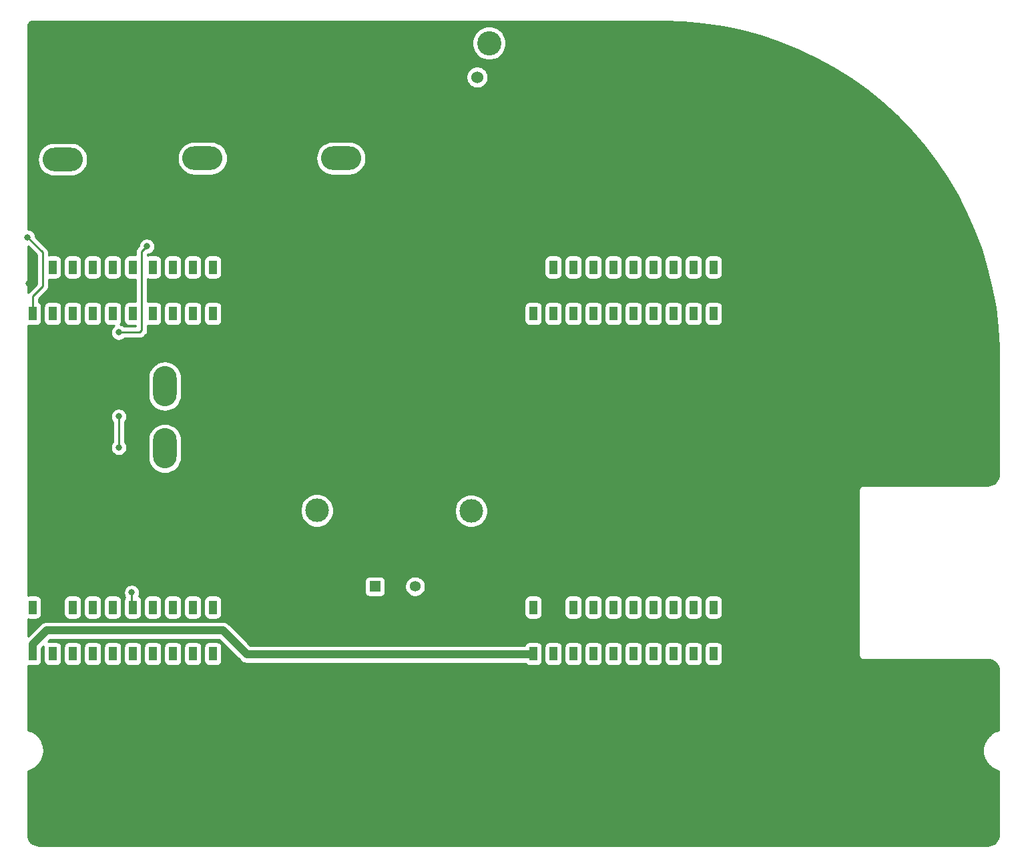
<source format=gbr>
%TF.GenerationSoftware,KiCad,Pcbnew,(5.1.6)-1*%
%TF.CreationDate,2022-03-14T17:12:02-05:00*%
%TF.ProjectId,2022 Multimedia Rev1,32303232-204d-4756-9c74-696d65646961,rev?*%
%TF.SameCoordinates,Original*%
%TF.FileFunction,Copper,L2,Bot*%
%TF.FilePolarity,Positive*%
%FSLAX46Y46*%
G04 Gerber Fmt 4.6, Leading zero omitted, Abs format (unit mm)*
G04 Created by KiCad (PCBNEW (5.1.6)-1) date 2022-03-14 17:12:02*
%MOMM*%
%LPD*%
G01*
G04 APERTURE LIST*
%TA.AperFunction,ComponentPad*%
%ADD10O,5.100000X3.000000*%
%TD*%
%TA.AperFunction,ComponentPad*%
%ADD11O,3.000000X5.100000*%
%TD*%
%TA.AperFunction,ComponentPad*%
%ADD12C,1.524000*%
%TD*%
%TA.AperFunction,ComponentPad*%
%ADD13C,3.073400*%
%TD*%
%TA.AperFunction,SMDPad,CuDef*%
%ADD14R,0.990600X1.778000*%
%TD*%
%TA.AperFunction,ComponentPad*%
%ADD15C,3.000000*%
%TD*%
%TA.AperFunction,ComponentPad*%
%ADD16R,1.358000X1.358000*%
%TD*%
%TA.AperFunction,ComponentPad*%
%ADD17C,1.358000*%
%TD*%
%TA.AperFunction,ViaPad*%
%ADD18C,0.800000*%
%TD*%
%TA.AperFunction,Conductor*%
%ADD19C,1.016000*%
%TD*%
%TA.AperFunction,Conductor*%
%ADD20C,0.254000*%
%TD*%
G04 APERTURE END LIST*
D10*
%TO.P,Conn4,1*%
%TO.N,GND*%
X160528000Y-50800000D03*
%TO.P,Conn4,2*%
%TO.N,+5V*%
X152654000Y-50800000D03*
%TD*%
D11*
%TO.P,Conn1,3*%
%TO.N,+12VA*%
X130302000Y-79744000D03*
%TO.P,Conn1,1*%
%TO.N,GND*%
X130279000Y-95492000D03*
%TO.P,Conn1,2*%
%TO.N,+12L*%
X130302000Y-87630000D03*
%TD*%
D12*
%TO.P,Data,1*%
%TO.N,AutopanelNeoPixel*%
X169926000Y-40513000D03*
%TO.P,Data,2*%
%TO.N,GND*%
X172974000Y-40513000D03*
D13*
%TO.P,Data,*%
%TO.N,*%
X171450000Y-36195000D03*
%TD*%
D14*
%TO.P,U4,PP2*%
%TO.N,Net-(U4-PadPP2)*%
X136398000Y-64617600D03*
%TO.P,U4,PN3*%
%TO.N,Net-(U4-PadPN3)*%
X133858000Y-64617600D03*
%TO.P,U4,PN2*%
%TO.N,Net-(U4-PadPN2)*%
X131318000Y-64617600D03*
%TO.P,U4,PD0*%
%TO.N,Net-(U4-PadPD0)*%
X128778000Y-64617600D03*
%TO.P,U4,PD1*%
%TO.N,Net-(U4-PadPD1)*%
X126238000Y-64617600D03*
%TO.P,U4,Rese*%
%TO.N,Net-(U4-PadRese)*%
X123698000Y-64617600D03*
%TO.P,U4,PH3*%
%TO.N,Net-(U4-PadPH3)*%
X121158000Y-64617600D03*
%TO.P,U4,PH2*%
%TO.N,Net-(U4-PadPH2)*%
X118618000Y-64617600D03*
%TO.P,U4,PM3*%
%TO.N,Net-(U4-PadPM3)*%
X116078000Y-64617600D03*
%TO.P,U4,GND*%
%TO.N,GND*%
X113538000Y-64617600D03*
%TO.P,U4,PL3*%
%TO.N,Net-(U4-PadPL3)*%
X136398000Y-70510400D03*
%TO.P,U4,PL2*%
%TO.N,Net-(U4-PadPL2)*%
X133858000Y-70510400D03*
%TO.P,U4,PL1*%
%TO.N,Net-(U4-PadPL1)*%
X131318000Y-70510400D03*
%TO.P,U4,PL0*%
%TO.N,Net-(U4-PadPL0)*%
X128778000Y-70510400D03*
%TO.P,U4,PL5*%
%TO.N,Net-(U4-PadPL5)*%
X126238000Y-70510400D03*
%TO.P,U4,PL4*%
%TO.N,Net-(U4-PadPL4)*%
X123698000Y-70510400D03*
%TO.P,U4,PG0*%
%TO.N,Net-(U4-PadPG0)*%
X121158000Y-70510400D03*
%TO.P,U4,PF3*%
%TO.N,Net-(U4-PadPF3)*%
X118618000Y-70510400D03*
%TO.P,U4,PF2*%
%TO.N,Net-(U4-PadPF2)*%
X116078000Y-70510400D03*
%TO.P,U4,PF1*%
%TO.N,AutopanelNeoPixel*%
X113538000Y-70510400D03*
%TO.P,U4,PB3*%
%TO.N,Net-(U4-PadPB3)*%
X136398000Y-113690400D03*
%TO.P,U4,PB2*%
%TO.N,Net-(U4-PadPB2)*%
X133858000Y-113690400D03*
%TO.P,U4,PC7*%
%TO.N,Net-(U4-PadPC7)*%
X131318000Y-113690400D03*
%TO.P,U4,PD3*%
%TO.N,Net-(U4-PadPD3)*%
X128778000Y-113690400D03*
%TO.P,U4,PE5*%
%TO.N,Net-(U4-PadPE5)*%
X126238000Y-113690400D03*
%TO.P,U4,PC6*%
%TO.N,Net-(U4-PadPC6)*%
X123698000Y-113690400D03*
%TO.P,U4,PC5*%
%TO.N,Net-(U4-PadPC5)*%
X121158000Y-113690400D03*
%TO.P,U4,PC4*%
%TO.N,Net-(U4-PadPC4)*%
X118618000Y-113690400D03*
%TO.P,U4,PE4*%
%TO.N,Net-(U4-PadPE4)*%
X116078000Y-113690400D03*
%TO.P,U4,+3V3*%
%TO.N,+3V3*%
X113538000Y-113690400D03*
%TO.P,U4,PM5*%
%TO.N,Net-(U4-PadPM5)*%
X136398000Y-107797600D03*
%TO.P,U4,PM4*%
%TO.N,Net-(U4-PadPM4)*%
X133858000Y-107797600D03*
%TO.P,U4,PA6*%
%TO.N,Net-(U4-PadPA6)*%
X131318000Y-107797600D03*
%TO.P,U4,PD7*%
%TO.N,Net-(U4-PadPD7)*%
X128778000Y-107797600D03*
%TO.P,U4,PE3*%
%TO.N,HeadlightToggle*%
X126238000Y-107797600D03*
%TO.P,U4,PE2*%
%TO.N,Net-(U4-PadPE2)*%
X123698000Y-107797600D03*
%TO.P,U4,PE1*%
%TO.N,Net-(U4-PadPE1)*%
X121158000Y-107797600D03*
%TO.P,U4,PE0*%
%TO.N,Net-(U4-PadPE0)*%
X118618000Y-107797600D03*
%TO.P,U4,GND*%
%TO.N,GND*%
X116078000Y-107797600D03*
%TO.P,U4,+5V*%
%TO.N,Net-(U4-Pad+5V)*%
X113538000Y-107797600D03*
%TO.P,U4,PP5*%
%TO.N,Net-(U4-PadPP5)*%
X182118000Y-64617600D03*
%TO.P,U4,PM7*%
%TO.N,Net-(U4-PadPM7)*%
X179578000Y-64617600D03*
%TO.P,U4,GND*%
%TO.N,GND*%
X177038000Y-64617600D03*
%TO.P,U4,PK7*%
%TO.N,Net-(U4-PadPK7)*%
X199898000Y-70510400D03*
%TO.P,U4,PK6*%
%TO.N,Net-(U4-PadPK6)*%
X197358000Y-70510400D03*
%TO.P,U4,PH1*%
%TO.N,Net-(U4-PadPH1)*%
X194818000Y-70510400D03*
%TO.P,U4,PH0*%
%TO.N,Net-(U4-PadPH0)*%
X192278000Y-70510400D03*
%TO.P,U4,PM2*%
%TO.N,Net-(U4-PadPM2)*%
X189738000Y-70510400D03*
%TO.P,U4,PM1*%
%TO.N,Net-(U4-PadPM1)*%
X187198000Y-70510400D03*
%TO.P,U4,PM0*%
%TO.N,Net-(U4-PadPM0)*%
X184658000Y-70510400D03*
%TO.P,U4,PK5*%
%TO.N,Net-(U4-PadPK5)*%
X182118000Y-70510400D03*
%TO.P,U4,PK4*%
%TO.N,Net-(U4-PadPK4)*%
X179578000Y-70510400D03*
%TO.P,U4,PG1*%
%TO.N,Net-(U4-PadPG1)*%
X177038000Y-70510400D03*
%TO.P,U4,PN4*%
%TO.N,Net-(U4-PadPN4)*%
X199898000Y-113690400D03*
%TO.P,U4,PP4*%
%TO.N,Net-(U4-PadPP4)*%
X194818000Y-113690400D03*
%TO.P,U4,PD5*%
%TO.N,Net-(U4-PadPD5)*%
X189738000Y-113690400D03*
%TO.P,U4,PD4*%
%TO.N,Net-(U4-PadPD4)*%
X187198000Y-113690400D03*
%TO.P,U4,PP1*%
%TO.N,Net-(U4-PadPP1)*%
X184658000Y-113690400D03*
%TO.P,U4,PP0*%
%TO.N,Net-(U4-PadPP0)*%
X182118000Y-113690400D03*
%TO.P,U4,PD2*%
%TO.N,Net-(U4-PadPD2)*%
X179578000Y-113690400D03*
%TO.P,U4,PA5*%
%TO.N,Net-(U4-PadPA5)*%
X199898000Y-107797600D03*
%TO.P,U4,PK3*%
%TO.N,Net-(U4-PadPK3)*%
X194818000Y-107797600D03*
%TO.P,U4,PB5*%
%TO.N,Net-(U4-PadPB5)*%
X184658000Y-107797600D03*
%TO.P,U4,PB4*%
%TO.N,Net-(U4-PadPB4)*%
X182118000Y-107797600D03*
%TO.P,U4,GND*%
%TO.N,GND*%
X179578000Y-107797600D03*
%TO.P,U4,+5V'*%
%TO.N,Net-(U4-Pad+5V')*%
X177038000Y-107797600D03*
%TO.P,U4,PK1*%
%TO.N,Net-(U4-PadPK1)*%
X189738000Y-107797600D03*
%TO.P,U4,PK2*%
%TO.N,Net-(U4-PadPK2)*%
X192278000Y-107797600D03*
%TO.P,U4,PN5*%
%TO.N,Net-(U4-PadPN5)*%
X197358000Y-113690400D03*
%TO.P,U4,PA7*%
%TO.N,Net-(U4-PadPA7)*%
X184658000Y-64617600D03*
%TO.P,U4,Rese'*%
%TO.N,Net-(U4-PadRese')*%
X187198000Y-64617600D03*
%TO.P,U4,PA4*%
%TO.N,Net-(U4-PadPA4)*%
X197358000Y-107797600D03*
%TO.P,U4,PQ0*%
%TO.N,Net-(U4-PadPQ0)*%
X192278000Y-113690400D03*
%TO.P,U4,PP3*%
%TO.N,Net-(U4-PadPP3)*%
X194818000Y-64617600D03*
%TO.P,U4,PQ3*%
%TO.N,Net-(U4-PadPQ3)*%
X192278000Y-64617600D03*
%TO.P,U4,PK0*%
%TO.N,Net-(U4-PadPK0)*%
X187198000Y-107797600D03*
%TO.P,U4,PQ2*%
%TO.N,Net-(U4-PadPQ2)*%
X189738000Y-64617600D03*
%TO.P,U4,PQ1*%
%TO.N,Net-(U4-PadPQ1)*%
X197358000Y-64617600D03*
%TO.P,U4,PM6*%
%TO.N,Net-(U4-PadPM6)*%
X199898000Y-64617600D03*
%TO.P,U4,+3V3'*%
%TO.N,+3V3*%
X177038000Y-113690400D03*
%TD*%
D15*
%TO.P,U2,1*%
%TO.N,+12VA*%
X149606000Y-95504000D03*
%TO.P,U2,4*%
%TO.N,+5V*%
X169164000Y-95567500D03*
%TO.P,U2,3*%
%TO.N,GND*%
X162941000Y-95504000D03*
%TO.P,U2,2*%
X155829000Y-95504000D03*
%TD*%
D16*
%TO.P,U1,1*%
%TO.N,+12L*%
X156972000Y-105156000D03*
D17*
%TO.P,U1,2*%
%TO.N,GND*%
X159512000Y-105156000D03*
%TO.P,U1,3*%
%TO.N,+3V3*%
X162052000Y-105156000D03*
%TD*%
D10*
%TO.P,Conn3,1*%
%TO.N,GND*%
X142960000Y-50800000D03*
%TO.P,Conn3,2*%
%TO.N,Net-(C10-Pad1)*%
X135086000Y-50800000D03*
%TD*%
%TO.P,Conn2,1*%
%TO.N,GND*%
X125222000Y-50927000D03*
%TO.P,Conn2,2*%
%TO.N,+12VA*%
X117348000Y-50927000D03*
%TD*%
D18*
%TO.N,GND*%
X115570000Y-81280000D03*
X118110000Y-81280000D03*
X120650000Y-81280000D03*
X123190000Y-81280000D03*
X121920000Y-80010000D03*
X119380000Y-80010000D03*
X116840000Y-80010000D03*
X115570000Y-78740000D03*
X118110000Y-78740000D03*
X120650000Y-78740000D03*
X123190000Y-78740000D03*
X116840000Y-77470000D03*
X119380000Y-77470000D03*
X121920000Y-77470000D03*
X123190000Y-76200000D03*
X120650000Y-76200000D03*
X118110000Y-76200000D03*
X115570000Y-76200000D03*
X113030000Y-66675000D03*
%TO.N,+3V3*%
X167132000Y-113792000D03*
%TO.N,AutopanelNeoPixel*%
X112903000Y-60833000D03*
%TO.N,HeadlightToggle*%
X128016000Y-61976000D03*
X124460000Y-72898000D03*
X124460000Y-83566000D03*
X124460000Y-87503000D03*
X126111000Y-105918000D03*
%TD*%
D19*
%TO.N,+3V3*%
X176936400Y-113792000D02*
X177038000Y-113690400D01*
X167132000Y-113792000D02*
X176936400Y-113792000D01*
X167132000Y-113792000D02*
X140716000Y-113792000D01*
X140716000Y-113792000D02*
X137668000Y-110744000D01*
X137668000Y-110744000D02*
X115316000Y-110744000D01*
X113538000Y-112522000D02*
X113538000Y-113690400D01*
X115316000Y-110744000D02*
X113538000Y-112522000D01*
D20*
%TO.N,AutopanelNeoPixel*%
X113538000Y-70510400D02*
X113538000Y-68326000D01*
X113538000Y-68326000D02*
X114808000Y-67056000D01*
X114808000Y-67056000D02*
X114808000Y-62738000D01*
X114808000Y-62738000D02*
X112903000Y-60833000D01*
%TO.N,HeadlightToggle*%
X128016000Y-61976000D02*
X127381000Y-62611000D01*
X127381000Y-62611000D02*
X127381000Y-70866000D01*
X127381000Y-70866000D02*
X127381000Y-71340302D01*
X127381000Y-71340302D02*
X127381000Y-72263000D01*
X127381000Y-72263000D02*
X127381000Y-72644000D01*
X127381000Y-72644000D02*
X127127000Y-72898000D01*
X127127000Y-72898000D02*
X124460000Y-72898000D01*
X124460000Y-83566000D02*
X124460000Y-87503000D01*
X126111000Y-107670600D02*
X126238000Y-107797600D01*
X126111000Y-105918000D02*
X126111000Y-107670600D01*
%TD*%
%TO.N,GND*%
G36*
X196069700Y-33501133D02*
G01*
X198582508Y-33725395D01*
X201077584Y-34098288D01*
X203546175Y-34618501D01*
X205979555Y-35284199D01*
X208369186Y-36093044D01*
X210706636Y-37042184D01*
X212983662Y-38128270D01*
X215192289Y-39347497D01*
X217324722Y-40695564D01*
X219373438Y-42167717D01*
X221331245Y-43758781D01*
X223191259Y-45463171D01*
X224946897Y-47274848D01*
X226592030Y-49187492D01*
X228120810Y-51194302D01*
X229527891Y-53288261D01*
X230808308Y-55461979D01*
X231957556Y-57707807D01*
X232971587Y-60017833D01*
X233846838Y-62383946D01*
X234580222Y-64797797D01*
X235169157Y-67250886D01*
X235611570Y-69734581D01*
X235905909Y-72240164D01*
X236051430Y-74763960D01*
X236068000Y-75950632D01*
X236068001Y-90899711D01*
X236038766Y-91197876D01*
X235961551Y-91453624D01*
X235836131Y-91689504D01*
X235667289Y-91896525D01*
X235461446Y-92066813D01*
X235226444Y-92193879D01*
X234971240Y-92272877D01*
X234675118Y-92304000D01*
X218980419Y-92304000D01*
X218948000Y-92300807D01*
X218915581Y-92304000D01*
X218818617Y-92313550D01*
X218694207Y-92351290D01*
X218579550Y-92412575D01*
X218479052Y-92495052D01*
X218396575Y-92595550D01*
X218335290Y-92710207D01*
X218297550Y-92834617D01*
X218284807Y-92964000D01*
X218288001Y-92996429D01*
X218288000Y-113759581D01*
X218284807Y-113792000D01*
X218297550Y-113921383D01*
X218335290Y-114045793D01*
X218396575Y-114160450D01*
X218477645Y-114259233D01*
X218479052Y-114260948D01*
X218579550Y-114343425D01*
X218694207Y-114404710D01*
X218818617Y-114442450D01*
X218948000Y-114455193D01*
X218980419Y-114452000D01*
X234663721Y-114452000D01*
X234961875Y-114481234D01*
X235217622Y-114558448D01*
X235453504Y-114683869D01*
X235660530Y-114852716D01*
X235830813Y-115058554D01*
X235957879Y-115293556D01*
X236036876Y-115548756D01*
X236068001Y-115844891D01*
X236068000Y-123379339D01*
X235727946Y-123487211D01*
X235672974Y-123510772D01*
X235617659Y-123533571D01*
X235609553Y-123537954D01*
X235262030Y-123729006D01*
X235212674Y-123762801D01*
X235162847Y-123795906D01*
X235155747Y-123801780D01*
X234851951Y-124056695D01*
X234810105Y-124099428D01*
X234767653Y-124141584D01*
X234761829Y-124148725D01*
X234513332Y-124457794D01*
X234480606Y-124507805D01*
X234447127Y-124557439D01*
X234442801Y-124565576D01*
X234259068Y-124917022D01*
X234236656Y-124972494D01*
X234213478Y-125027632D01*
X234210815Y-125036454D01*
X234098845Y-125416896D01*
X234087645Y-125475612D01*
X234075607Y-125534254D01*
X234074708Y-125543425D01*
X234038766Y-125938370D01*
X234039184Y-125998186D01*
X234038766Y-126058003D01*
X234039665Y-126067174D01*
X234081118Y-126461577D01*
X234093148Y-126520183D01*
X234104355Y-126578935D01*
X234107019Y-126587757D01*
X234224290Y-126966599D01*
X234247474Y-127021750D01*
X234269880Y-127077208D01*
X234274206Y-127085345D01*
X234462828Y-127434193D01*
X234496283Y-127483792D01*
X234529032Y-127533838D01*
X234534855Y-127540977D01*
X234534858Y-127540981D01*
X234534862Y-127540985D01*
X234787644Y-127846547D01*
X234830061Y-127888669D01*
X234871943Y-127931438D01*
X234879044Y-127937311D01*
X235186369Y-128187960D01*
X235236178Y-128221052D01*
X235285550Y-128254859D01*
X235293656Y-128259241D01*
X235643813Y-128445423D01*
X235699105Y-128468212D01*
X235754101Y-128491784D01*
X235762905Y-128494509D01*
X236068001Y-128586623D01*
X236068000Y-136619721D01*
X236038766Y-136917876D01*
X235961551Y-137173624D01*
X235836131Y-137409504D01*
X235667289Y-137616525D01*
X235461446Y-137786813D01*
X235226444Y-137913879D01*
X234971240Y-137992877D01*
X234675118Y-138024000D01*
X114332279Y-138024000D01*
X114034124Y-137994766D01*
X113778376Y-137917551D01*
X113542496Y-137792131D01*
X113335475Y-137623289D01*
X113165187Y-137417446D01*
X113038121Y-137182444D01*
X112959123Y-136927240D01*
X112928000Y-136631118D01*
X112928000Y-128588661D01*
X113268055Y-128480789D01*
X113323040Y-128457222D01*
X113378341Y-128434429D01*
X113386447Y-128430046D01*
X113733970Y-128238994D01*
X113783327Y-128205199D01*
X113833153Y-128172094D01*
X113840254Y-128166220D01*
X114144049Y-127911305D01*
X114185912Y-127868555D01*
X114228347Y-127826416D01*
X114234171Y-127819274D01*
X114482668Y-127510206D01*
X114515415Y-127460164D01*
X114548873Y-127410561D01*
X114553199Y-127402425D01*
X114736932Y-127050978D01*
X114759337Y-126995523D01*
X114782522Y-126940368D01*
X114785185Y-126931546D01*
X114897155Y-126551104D01*
X114908355Y-126492388D01*
X114920393Y-126433746D01*
X114921292Y-126424575D01*
X114957234Y-126029630D01*
X114956816Y-125969814D01*
X114957234Y-125909997D01*
X114956334Y-125900826D01*
X114914882Y-125506422D01*
X114902855Y-125447829D01*
X114891645Y-125389065D01*
X114888981Y-125380243D01*
X114771710Y-125001401D01*
X114748526Y-124946250D01*
X114726120Y-124890792D01*
X114721794Y-124882655D01*
X114533172Y-124533807D01*
X114499717Y-124484208D01*
X114466968Y-124434162D01*
X114461144Y-124427021D01*
X114208356Y-124121453D01*
X114165923Y-124079315D01*
X114124057Y-124036562D01*
X114116962Y-124030694D01*
X114116957Y-124030689D01*
X114116952Y-124030685D01*
X113809631Y-123780041D01*
X113759838Y-123746959D01*
X113710449Y-123713141D01*
X113702343Y-123708759D01*
X113352187Y-123522577D01*
X113296867Y-123499776D01*
X113241899Y-123476216D01*
X113233099Y-123473492D01*
X113233093Y-123473490D01*
X112928000Y-123381378D01*
X112928000Y-115206175D01*
X113042700Y-115217472D01*
X114033300Y-115217472D01*
X114157782Y-115205212D01*
X114277480Y-115168902D01*
X114387794Y-115109937D01*
X114484485Y-115030585D01*
X114563837Y-114933894D01*
X114622802Y-114823580D01*
X114659112Y-114703882D01*
X114671372Y-114579400D01*
X114671372Y-113844299D01*
X114681000Y-113746546D01*
X114681000Y-112995445D01*
X114952230Y-112724216D01*
X114944628Y-112801400D01*
X114944628Y-114579400D01*
X114956888Y-114703882D01*
X114993198Y-114823580D01*
X115052163Y-114933894D01*
X115131515Y-115030585D01*
X115228206Y-115109937D01*
X115338520Y-115168902D01*
X115458218Y-115205212D01*
X115582700Y-115217472D01*
X116573300Y-115217472D01*
X116697782Y-115205212D01*
X116817480Y-115168902D01*
X116927794Y-115109937D01*
X117024485Y-115030585D01*
X117103837Y-114933894D01*
X117162802Y-114823580D01*
X117199112Y-114703882D01*
X117211372Y-114579400D01*
X117211372Y-112801400D01*
X117484628Y-112801400D01*
X117484628Y-114579400D01*
X117496888Y-114703882D01*
X117533198Y-114823580D01*
X117592163Y-114933894D01*
X117671515Y-115030585D01*
X117768206Y-115109937D01*
X117878520Y-115168902D01*
X117998218Y-115205212D01*
X118122700Y-115217472D01*
X119113300Y-115217472D01*
X119237782Y-115205212D01*
X119357480Y-115168902D01*
X119467794Y-115109937D01*
X119564485Y-115030585D01*
X119643837Y-114933894D01*
X119702802Y-114823580D01*
X119739112Y-114703882D01*
X119751372Y-114579400D01*
X119751372Y-112801400D01*
X120024628Y-112801400D01*
X120024628Y-114579400D01*
X120036888Y-114703882D01*
X120073198Y-114823580D01*
X120132163Y-114933894D01*
X120211515Y-115030585D01*
X120308206Y-115109937D01*
X120418520Y-115168902D01*
X120538218Y-115205212D01*
X120662700Y-115217472D01*
X121653300Y-115217472D01*
X121777782Y-115205212D01*
X121897480Y-115168902D01*
X122007794Y-115109937D01*
X122104485Y-115030585D01*
X122183837Y-114933894D01*
X122242802Y-114823580D01*
X122279112Y-114703882D01*
X122291372Y-114579400D01*
X122291372Y-112801400D01*
X122564628Y-112801400D01*
X122564628Y-114579400D01*
X122576888Y-114703882D01*
X122613198Y-114823580D01*
X122672163Y-114933894D01*
X122751515Y-115030585D01*
X122848206Y-115109937D01*
X122958520Y-115168902D01*
X123078218Y-115205212D01*
X123202700Y-115217472D01*
X124193300Y-115217472D01*
X124317782Y-115205212D01*
X124437480Y-115168902D01*
X124547794Y-115109937D01*
X124644485Y-115030585D01*
X124723837Y-114933894D01*
X124782802Y-114823580D01*
X124819112Y-114703882D01*
X124831372Y-114579400D01*
X124831372Y-112801400D01*
X125104628Y-112801400D01*
X125104628Y-114579400D01*
X125116888Y-114703882D01*
X125153198Y-114823580D01*
X125212163Y-114933894D01*
X125291515Y-115030585D01*
X125388206Y-115109937D01*
X125498520Y-115168902D01*
X125618218Y-115205212D01*
X125742700Y-115217472D01*
X126733300Y-115217472D01*
X126857782Y-115205212D01*
X126977480Y-115168902D01*
X127087794Y-115109937D01*
X127184485Y-115030585D01*
X127263837Y-114933894D01*
X127322802Y-114823580D01*
X127359112Y-114703882D01*
X127371372Y-114579400D01*
X127371372Y-112801400D01*
X127644628Y-112801400D01*
X127644628Y-114579400D01*
X127656888Y-114703882D01*
X127693198Y-114823580D01*
X127752163Y-114933894D01*
X127831515Y-115030585D01*
X127928206Y-115109937D01*
X128038520Y-115168902D01*
X128158218Y-115205212D01*
X128282700Y-115217472D01*
X129273300Y-115217472D01*
X129397782Y-115205212D01*
X129517480Y-115168902D01*
X129627794Y-115109937D01*
X129724485Y-115030585D01*
X129803837Y-114933894D01*
X129862802Y-114823580D01*
X129899112Y-114703882D01*
X129911372Y-114579400D01*
X129911372Y-112801400D01*
X130184628Y-112801400D01*
X130184628Y-114579400D01*
X130196888Y-114703882D01*
X130233198Y-114823580D01*
X130292163Y-114933894D01*
X130371515Y-115030585D01*
X130468206Y-115109937D01*
X130578520Y-115168902D01*
X130698218Y-115205212D01*
X130822700Y-115217472D01*
X131813300Y-115217472D01*
X131937782Y-115205212D01*
X132057480Y-115168902D01*
X132167794Y-115109937D01*
X132264485Y-115030585D01*
X132343837Y-114933894D01*
X132402802Y-114823580D01*
X132439112Y-114703882D01*
X132451372Y-114579400D01*
X132451372Y-112801400D01*
X132724628Y-112801400D01*
X132724628Y-114579400D01*
X132736888Y-114703882D01*
X132773198Y-114823580D01*
X132832163Y-114933894D01*
X132911515Y-115030585D01*
X133008206Y-115109937D01*
X133118520Y-115168902D01*
X133238218Y-115205212D01*
X133362700Y-115217472D01*
X134353300Y-115217472D01*
X134477782Y-115205212D01*
X134597480Y-115168902D01*
X134707794Y-115109937D01*
X134804485Y-115030585D01*
X134883837Y-114933894D01*
X134942802Y-114823580D01*
X134979112Y-114703882D01*
X134991372Y-114579400D01*
X134991372Y-112801400D01*
X135264628Y-112801400D01*
X135264628Y-114579400D01*
X135276888Y-114703882D01*
X135313198Y-114823580D01*
X135372163Y-114933894D01*
X135451515Y-115030585D01*
X135548206Y-115109937D01*
X135658520Y-115168902D01*
X135778218Y-115205212D01*
X135902700Y-115217472D01*
X136893300Y-115217472D01*
X137017782Y-115205212D01*
X137137480Y-115168902D01*
X137247794Y-115109937D01*
X137344485Y-115030585D01*
X137423837Y-114933894D01*
X137482802Y-114823580D01*
X137519112Y-114703882D01*
X137531372Y-114579400D01*
X137531372Y-112801400D01*
X137519112Y-112676918D01*
X137482802Y-112557220D01*
X137423837Y-112446906D01*
X137344485Y-112350215D01*
X137247794Y-112270863D01*
X137137480Y-112211898D01*
X137017782Y-112175588D01*
X136893300Y-112163328D01*
X135902700Y-112163328D01*
X135778218Y-112175588D01*
X135658520Y-112211898D01*
X135548206Y-112270863D01*
X135451515Y-112350215D01*
X135372163Y-112446906D01*
X135313198Y-112557220D01*
X135276888Y-112676918D01*
X135264628Y-112801400D01*
X134991372Y-112801400D01*
X134979112Y-112676918D01*
X134942802Y-112557220D01*
X134883837Y-112446906D01*
X134804485Y-112350215D01*
X134707794Y-112270863D01*
X134597480Y-112211898D01*
X134477782Y-112175588D01*
X134353300Y-112163328D01*
X133362700Y-112163328D01*
X133238218Y-112175588D01*
X133118520Y-112211898D01*
X133008206Y-112270863D01*
X132911515Y-112350215D01*
X132832163Y-112446906D01*
X132773198Y-112557220D01*
X132736888Y-112676918D01*
X132724628Y-112801400D01*
X132451372Y-112801400D01*
X132439112Y-112676918D01*
X132402802Y-112557220D01*
X132343837Y-112446906D01*
X132264485Y-112350215D01*
X132167794Y-112270863D01*
X132057480Y-112211898D01*
X131937782Y-112175588D01*
X131813300Y-112163328D01*
X130822700Y-112163328D01*
X130698218Y-112175588D01*
X130578520Y-112211898D01*
X130468206Y-112270863D01*
X130371515Y-112350215D01*
X130292163Y-112446906D01*
X130233198Y-112557220D01*
X130196888Y-112676918D01*
X130184628Y-112801400D01*
X129911372Y-112801400D01*
X129899112Y-112676918D01*
X129862802Y-112557220D01*
X129803837Y-112446906D01*
X129724485Y-112350215D01*
X129627794Y-112270863D01*
X129517480Y-112211898D01*
X129397782Y-112175588D01*
X129273300Y-112163328D01*
X128282700Y-112163328D01*
X128158218Y-112175588D01*
X128038520Y-112211898D01*
X127928206Y-112270863D01*
X127831515Y-112350215D01*
X127752163Y-112446906D01*
X127693198Y-112557220D01*
X127656888Y-112676918D01*
X127644628Y-112801400D01*
X127371372Y-112801400D01*
X127359112Y-112676918D01*
X127322802Y-112557220D01*
X127263837Y-112446906D01*
X127184485Y-112350215D01*
X127087794Y-112270863D01*
X126977480Y-112211898D01*
X126857782Y-112175588D01*
X126733300Y-112163328D01*
X125742700Y-112163328D01*
X125618218Y-112175588D01*
X125498520Y-112211898D01*
X125388206Y-112270863D01*
X125291515Y-112350215D01*
X125212163Y-112446906D01*
X125153198Y-112557220D01*
X125116888Y-112676918D01*
X125104628Y-112801400D01*
X124831372Y-112801400D01*
X124819112Y-112676918D01*
X124782802Y-112557220D01*
X124723837Y-112446906D01*
X124644485Y-112350215D01*
X124547794Y-112270863D01*
X124437480Y-112211898D01*
X124317782Y-112175588D01*
X124193300Y-112163328D01*
X123202700Y-112163328D01*
X123078218Y-112175588D01*
X122958520Y-112211898D01*
X122848206Y-112270863D01*
X122751515Y-112350215D01*
X122672163Y-112446906D01*
X122613198Y-112557220D01*
X122576888Y-112676918D01*
X122564628Y-112801400D01*
X122291372Y-112801400D01*
X122279112Y-112676918D01*
X122242802Y-112557220D01*
X122183837Y-112446906D01*
X122104485Y-112350215D01*
X122007794Y-112270863D01*
X121897480Y-112211898D01*
X121777782Y-112175588D01*
X121653300Y-112163328D01*
X120662700Y-112163328D01*
X120538218Y-112175588D01*
X120418520Y-112211898D01*
X120308206Y-112270863D01*
X120211515Y-112350215D01*
X120132163Y-112446906D01*
X120073198Y-112557220D01*
X120036888Y-112676918D01*
X120024628Y-112801400D01*
X119751372Y-112801400D01*
X119739112Y-112676918D01*
X119702802Y-112557220D01*
X119643837Y-112446906D01*
X119564485Y-112350215D01*
X119467794Y-112270863D01*
X119357480Y-112211898D01*
X119237782Y-112175588D01*
X119113300Y-112163328D01*
X118122700Y-112163328D01*
X117998218Y-112175588D01*
X117878520Y-112211898D01*
X117768206Y-112270863D01*
X117671515Y-112350215D01*
X117592163Y-112446906D01*
X117533198Y-112557220D01*
X117496888Y-112676918D01*
X117484628Y-112801400D01*
X117211372Y-112801400D01*
X117199112Y-112676918D01*
X117162802Y-112557220D01*
X117103837Y-112446906D01*
X117024485Y-112350215D01*
X116927794Y-112270863D01*
X116817480Y-112211898D01*
X116697782Y-112175588D01*
X116573300Y-112163328D01*
X115582700Y-112163328D01*
X115505516Y-112170930D01*
X115789446Y-111887000D01*
X137194555Y-111887000D01*
X139868077Y-114560523D01*
X139903867Y-114604133D01*
X140077911Y-114746968D01*
X140276477Y-114853103D01*
X140410027Y-114893615D01*
X140491932Y-114918461D01*
X140512517Y-114920488D01*
X140659854Y-114935000D01*
X140659861Y-114935000D01*
X140716000Y-114940529D01*
X140772139Y-114935000D01*
X176013071Y-114935000D01*
X176091515Y-115030585D01*
X176188206Y-115109937D01*
X176298520Y-115168902D01*
X176418218Y-115205212D01*
X176542700Y-115217472D01*
X177533300Y-115217472D01*
X177657782Y-115205212D01*
X177777480Y-115168902D01*
X177887794Y-115109937D01*
X177984485Y-115030585D01*
X178063837Y-114933894D01*
X178122802Y-114823580D01*
X178159112Y-114703882D01*
X178171372Y-114579400D01*
X178171372Y-113844297D01*
X178186529Y-113690401D01*
X178171372Y-113536504D01*
X178171372Y-112801400D01*
X178444628Y-112801400D01*
X178444628Y-114579400D01*
X178456888Y-114703882D01*
X178493198Y-114823580D01*
X178552163Y-114933894D01*
X178631515Y-115030585D01*
X178728206Y-115109937D01*
X178838520Y-115168902D01*
X178958218Y-115205212D01*
X179082700Y-115217472D01*
X180073300Y-115217472D01*
X180197782Y-115205212D01*
X180317480Y-115168902D01*
X180427794Y-115109937D01*
X180524485Y-115030585D01*
X180603837Y-114933894D01*
X180662802Y-114823580D01*
X180699112Y-114703882D01*
X180711372Y-114579400D01*
X180711372Y-112801400D01*
X180984628Y-112801400D01*
X180984628Y-114579400D01*
X180996888Y-114703882D01*
X181033198Y-114823580D01*
X181092163Y-114933894D01*
X181171515Y-115030585D01*
X181268206Y-115109937D01*
X181378520Y-115168902D01*
X181498218Y-115205212D01*
X181622700Y-115217472D01*
X182613300Y-115217472D01*
X182737782Y-115205212D01*
X182857480Y-115168902D01*
X182967794Y-115109937D01*
X183064485Y-115030585D01*
X183143837Y-114933894D01*
X183202802Y-114823580D01*
X183239112Y-114703882D01*
X183251372Y-114579400D01*
X183251372Y-112801400D01*
X183524628Y-112801400D01*
X183524628Y-114579400D01*
X183536888Y-114703882D01*
X183573198Y-114823580D01*
X183632163Y-114933894D01*
X183711515Y-115030585D01*
X183808206Y-115109937D01*
X183918520Y-115168902D01*
X184038218Y-115205212D01*
X184162700Y-115217472D01*
X185153300Y-115217472D01*
X185277782Y-115205212D01*
X185397480Y-115168902D01*
X185507794Y-115109937D01*
X185604485Y-115030585D01*
X185683837Y-114933894D01*
X185742802Y-114823580D01*
X185779112Y-114703882D01*
X185791372Y-114579400D01*
X185791372Y-112801400D01*
X186064628Y-112801400D01*
X186064628Y-114579400D01*
X186076888Y-114703882D01*
X186113198Y-114823580D01*
X186172163Y-114933894D01*
X186251515Y-115030585D01*
X186348206Y-115109937D01*
X186458520Y-115168902D01*
X186578218Y-115205212D01*
X186702700Y-115217472D01*
X187693300Y-115217472D01*
X187817782Y-115205212D01*
X187937480Y-115168902D01*
X188047794Y-115109937D01*
X188144485Y-115030585D01*
X188223837Y-114933894D01*
X188282802Y-114823580D01*
X188319112Y-114703882D01*
X188331372Y-114579400D01*
X188331372Y-112801400D01*
X188604628Y-112801400D01*
X188604628Y-114579400D01*
X188616888Y-114703882D01*
X188653198Y-114823580D01*
X188712163Y-114933894D01*
X188791515Y-115030585D01*
X188888206Y-115109937D01*
X188998520Y-115168902D01*
X189118218Y-115205212D01*
X189242700Y-115217472D01*
X190233300Y-115217472D01*
X190357782Y-115205212D01*
X190477480Y-115168902D01*
X190587794Y-115109937D01*
X190684485Y-115030585D01*
X190763837Y-114933894D01*
X190822802Y-114823580D01*
X190859112Y-114703882D01*
X190871372Y-114579400D01*
X190871372Y-112801400D01*
X191144628Y-112801400D01*
X191144628Y-114579400D01*
X191156888Y-114703882D01*
X191193198Y-114823580D01*
X191252163Y-114933894D01*
X191331515Y-115030585D01*
X191428206Y-115109937D01*
X191538520Y-115168902D01*
X191658218Y-115205212D01*
X191782700Y-115217472D01*
X192773300Y-115217472D01*
X192897782Y-115205212D01*
X193017480Y-115168902D01*
X193127794Y-115109937D01*
X193224485Y-115030585D01*
X193303837Y-114933894D01*
X193362802Y-114823580D01*
X193399112Y-114703882D01*
X193411372Y-114579400D01*
X193411372Y-112801400D01*
X193684628Y-112801400D01*
X193684628Y-114579400D01*
X193696888Y-114703882D01*
X193733198Y-114823580D01*
X193792163Y-114933894D01*
X193871515Y-115030585D01*
X193968206Y-115109937D01*
X194078520Y-115168902D01*
X194198218Y-115205212D01*
X194322700Y-115217472D01*
X195313300Y-115217472D01*
X195437782Y-115205212D01*
X195557480Y-115168902D01*
X195667794Y-115109937D01*
X195764485Y-115030585D01*
X195843837Y-114933894D01*
X195902802Y-114823580D01*
X195939112Y-114703882D01*
X195951372Y-114579400D01*
X195951372Y-112801400D01*
X196224628Y-112801400D01*
X196224628Y-114579400D01*
X196236888Y-114703882D01*
X196273198Y-114823580D01*
X196332163Y-114933894D01*
X196411515Y-115030585D01*
X196508206Y-115109937D01*
X196618520Y-115168902D01*
X196738218Y-115205212D01*
X196862700Y-115217472D01*
X197853300Y-115217472D01*
X197977782Y-115205212D01*
X198097480Y-115168902D01*
X198207794Y-115109937D01*
X198304485Y-115030585D01*
X198383837Y-114933894D01*
X198442802Y-114823580D01*
X198479112Y-114703882D01*
X198491372Y-114579400D01*
X198491372Y-112801400D01*
X198764628Y-112801400D01*
X198764628Y-114579400D01*
X198776888Y-114703882D01*
X198813198Y-114823580D01*
X198872163Y-114933894D01*
X198951515Y-115030585D01*
X199048206Y-115109937D01*
X199158520Y-115168902D01*
X199278218Y-115205212D01*
X199402700Y-115217472D01*
X200393300Y-115217472D01*
X200517782Y-115205212D01*
X200637480Y-115168902D01*
X200747794Y-115109937D01*
X200844485Y-115030585D01*
X200923837Y-114933894D01*
X200982802Y-114823580D01*
X201019112Y-114703882D01*
X201031372Y-114579400D01*
X201031372Y-112801400D01*
X201019112Y-112676918D01*
X200982802Y-112557220D01*
X200923837Y-112446906D01*
X200844485Y-112350215D01*
X200747794Y-112270863D01*
X200637480Y-112211898D01*
X200517782Y-112175588D01*
X200393300Y-112163328D01*
X199402700Y-112163328D01*
X199278218Y-112175588D01*
X199158520Y-112211898D01*
X199048206Y-112270863D01*
X198951515Y-112350215D01*
X198872163Y-112446906D01*
X198813198Y-112557220D01*
X198776888Y-112676918D01*
X198764628Y-112801400D01*
X198491372Y-112801400D01*
X198479112Y-112676918D01*
X198442802Y-112557220D01*
X198383837Y-112446906D01*
X198304485Y-112350215D01*
X198207794Y-112270863D01*
X198097480Y-112211898D01*
X197977782Y-112175588D01*
X197853300Y-112163328D01*
X196862700Y-112163328D01*
X196738218Y-112175588D01*
X196618520Y-112211898D01*
X196508206Y-112270863D01*
X196411515Y-112350215D01*
X196332163Y-112446906D01*
X196273198Y-112557220D01*
X196236888Y-112676918D01*
X196224628Y-112801400D01*
X195951372Y-112801400D01*
X195939112Y-112676918D01*
X195902802Y-112557220D01*
X195843837Y-112446906D01*
X195764485Y-112350215D01*
X195667794Y-112270863D01*
X195557480Y-112211898D01*
X195437782Y-112175588D01*
X195313300Y-112163328D01*
X194322700Y-112163328D01*
X194198218Y-112175588D01*
X194078520Y-112211898D01*
X193968206Y-112270863D01*
X193871515Y-112350215D01*
X193792163Y-112446906D01*
X193733198Y-112557220D01*
X193696888Y-112676918D01*
X193684628Y-112801400D01*
X193411372Y-112801400D01*
X193399112Y-112676918D01*
X193362802Y-112557220D01*
X193303837Y-112446906D01*
X193224485Y-112350215D01*
X193127794Y-112270863D01*
X193017480Y-112211898D01*
X192897782Y-112175588D01*
X192773300Y-112163328D01*
X191782700Y-112163328D01*
X191658218Y-112175588D01*
X191538520Y-112211898D01*
X191428206Y-112270863D01*
X191331515Y-112350215D01*
X191252163Y-112446906D01*
X191193198Y-112557220D01*
X191156888Y-112676918D01*
X191144628Y-112801400D01*
X190871372Y-112801400D01*
X190859112Y-112676918D01*
X190822802Y-112557220D01*
X190763837Y-112446906D01*
X190684485Y-112350215D01*
X190587794Y-112270863D01*
X190477480Y-112211898D01*
X190357782Y-112175588D01*
X190233300Y-112163328D01*
X189242700Y-112163328D01*
X189118218Y-112175588D01*
X188998520Y-112211898D01*
X188888206Y-112270863D01*
X188791515Y-112350215D01*
X188712163Y-112446906D01*
X188653198Y-112557220D01*
X188616888Y-112676918D01*
X188604628Y-112801400D01*
X188331372Y-112801400D01*
X188319112Y-112676918D01*
X188282802Y-112557220D01*
X188223837Y-112446906D01*
X188144485Y-112350215D01*
X188047794Y-112270863D01*
X187937480Y-112211898D01*
X187817782Y-112175588D01*
X187693300Y-112163328D01*
X186702700Y-112163328D01*
X186578218Y-112175588D01*
X186458520Y-112211898D01*
X186348206Y-112270863D01*
X186251515Y-112350215D01*
X186172163Y-112446906D01*
X186113198Y-112557220D01*
X186076888Y-112676918D01*
X186064628Y-112801400D01*
X185791372Y-112801400D01*
X185779112Y-112676918D01*
X185742802Y-112557220D01*
X185683837Y-112446906D01*
X185604485Y-112350215D01*
X185507794Y-112270863D01*
X185397480Y-112211898D01*
X185277782Y-112175588D01*
X185153300Y-112163328D01*
X184162700Y-112163328D01*
X184038218Y-112175588D01*
X183918520Y-112211898D01*
X183808206Y-112270863D01*
X183711515Y-112350215D01*
X183632163Y-112446906D01*
X183573198Y-112557220D01*
X183536888Y-112676918D01*
X183524628Y-112801400D01*
X183251372Y-112801400D01*
X183239112Y-112676918D01*
X183202802Y-112557220D01*
X183143837Y-112446906D01*
X183064485Y-112350215D01*
X182967794Y-112270863D01*
X182857480Y-112211898D01*
X182737782Y-112175588D01*
X182613300Y-112163328D01*
X181622700Y-112163328D01*
X181498218Y-112175588D01*
X181378520Y-112211898D01*
X181268206Y-112270863D01*
X181171515Y-112350215D01*
X181092163Y-112446906D01*
X181033198Y-112557220D01*
X180996888Y-112676918D01*
X180984628Y-112801400D01*
X180711372Y-112801400D01*
X180699112Y-112676918D01*
X180662802Y-112557220D01*
X180603837Y-112446906D01*
X180524485Y-112350215D01*
X180427794Y-112270863D01*
X180317480Y-112211898D01*
X180197782Y-112175588D01*
X180073300Y-112163328D01*
X179082700Y-112163328D01*
X178958218Y-112175588D01*
X178838520Y-112211898D01*
X178728206Y-112270863D01*
X178631515Y-112350215D01*
X178552163Y-112446906D01*
X178493198Y-112557220D01*
X178456888Y-112676918D01*
X178444628Y-112801400D01*
X178171372Y-112801400D01*
X178159112Y-112676918D01*
X178122802Y-112557220D01*
X178063837Y-112446906D01*
X177984485Y-112350215D01*
X177887794Y-112270863D01*
X177777480Y-112211898D01*
X177657782Y-112175588D01*
X177533300Y-112163328D01*
X176542700Y-112163328D01*
X176418218Y-112175588D01*
X176298520Y-112211898D01*
X176188206Y-112270863D01*
X176091515Y-112350215D01*
X176012163Y-112446906D01*
X175953198Y-112557220D01*
X175925357Y-112649000D01*
X141189446Y-112649000D01*
X138515927Y-109975482D01*
X138480133Y-109931867D01*
X138306089Y-109789032D01*
X138107523Y-109682897D01*
X137892067Y-109617539D01*
X137724146Y-109601000D01*
X137724139Y-109601000D01*
X137668000Y-109595471D01*
X137611861Y-109601000D01*
X115372139Y-109601000D01*
X115316000Y-109595471D01*
X115259861Y-109601000D01*
X115259854Y-109601000D01*
X115112517Y-109615512D01*
X115091932Y-109617539D01*
X114876476Y-109682897D01*
X114807311Y-109719867D01*
X114677911Y-109789032D01*
X114503867Y-109931867D01*
X114468077Y-109975477D01*
X112928000Y-111515555D01*
X112928000Y-109313375D01*
X113042700Y-109324672D01*
X114033300Y-109324672D01*
X114157782Y-109312412D01*
X114277480Y-109276102D01*
X114387794Y-109217137D01*
X114484485Y-109137785D01*
X114563837Y-109041094D01*
X114622802Y-108930780D01*
X114659112Y-108811082D01*
X114671372Y-108686600D01*
X114671372Y-106908600D01*
X117484628Y-106908600D01*
X117484628Y-108686600D01*
X117496888Y-108811082D01*
X117533198Y-108930780D01*
X117592163Y-109041094D01*
X117671515Y-109137785D01*
X117768206Y-109217137D01*
X117878520Y-109276102D01*
X117998218Y-109312412D01*
X118122700Y-109324672D01*
X119113300Y-109324672D01*
X119237782Y-109312412D01*
X119357480Y-109276102D01*
X119467794Y-109217137D01*
X119564485Y-109137785D01*
X119643837Y-109041094D01*
X119702802Y-108930780D01*
X119739112Y-108811082D01*
X119751372Y-108686600D01*
X119751372Y-106908600D01*
X120024628Y-106908600D01*
X120024628Y-108686600D01*
X120036888Y-108811082D01*
X120073198Y-108930780D01*
X120132163Y-109041094D01*
X120211515Y-109137785D01*
X120308206Y-109217137D01*
X120418520Y-109276102D01*
X120538218Y-109312412D01*
X120662700Y-109324672D01*
X121653300Y-109324672D01*
X121777782Y-109312412D01*
X121897480Y-109276102D01*
X122007794Y-109217137D01*
X122104485Y-109137785D01*
X122183837Y-109041094D01*
X122242802Y-108930780D01*
X122279112Y-108811082D01*
X122291372Y-108686600D01*
X122291372Y-106908600D01*
X122564628Y-106908600D01*
X122564628Y-108686600D01*
X122576888Y-108811082D01*
X122613198Y-108930780D01*
X122672163Y-109041094D01*
X122751515Y-109137785D01*
X122848206Y-109217137D01*
X122958520Y-109276102D01*
X123078218Y-109312412D01*
X123202700Y-109324672D01*
X124193300Y-109324672D01*
X124317782Y-109312412D01*
X124437480Y-109276102D01*
X124547794Y-109217137D01*
X124644485Y-109137785D01*
X124723837Y-109041094D01*
X124782802Y-108930780D01*
X124819112Y-108811082D01*
X124831372Y-108686600D01*
X124831372Y-106908600D01*
X124819112Y-106784118D01*
X124782802Y-106664420D01*
X124723837Y-106554106D01*
X124644485Y-106457415D01*
X124547794Y-106378063D01*
X124437480Y-106319098D01*
X124317782Y-106282788D01*
X124193300Y-106270528D01*
X123202700Y-106270528D01*
X123078218Y-106282788D01*
X122958520Y-106319098D01*
X122848206Y-106378063D01*
X122751515Y-106457415D01*
X122672163Y-106554106D01*
X122613198Y-106664420D01*
X122576888Y-106784118D01*
X122564628Y-106908600D01*
X122291372Y-106908600D01*
X122279112Y-106784118D01*
X122242802Y-106664420D01*
X122183837Y-106554106D01*
X122104485Y-106457415D01*
X122007794Y-106378063D01*
X121897480Y-106319098D01*
X121777782Y-106282788D01*
X121653300Y-106270528D01*
X120662700Y-106270528D01*
X120538218Y-106282788D01*
X120418520Y-106319098D01*
X120308206Y-106378063D01*
X120211515Y-106457415D01*
X120132163Y-106554106D01*
X120073198Y-106664420D01*
X120036888Y-106784118D01*
X120024628Y-106908600D01*
X119751372Y-106908600D01*
X119739112Y-106784118D01*
X119702802Y-106664420D01*
X119643837Y-106554106D01*
X119564485Y-106457415D01*
X119467794Y-106378063D01*
X119357480Y-106319098D01*
X119237782Y-106282788D01*
X119113300Y-106270528D01*
X118122700Y-106270528D01*
X117998218Y-106282788D01*
X117878520Y-106319098D01*
X117768206Y-106378063D01*
X117671515Y-106457415D01*
X117592163Y-106554106D01*
X117533198Y-106664420D01*
X117496888Y-106784118D01*
X117484628Y-106908600D01*
X114671372Y-106908600D01*
X114659112Y-106784118D01*
X114622802Y-106664420D01*
X114563837Y-106554106D01*
X114484485Y-106457415D01*
X114387794Y-106378063D01*
X114277480Y-106319098D01*
X114157782Y-106282788D01*
X114033300Y-106270528D01*
X113042700Y-106270528D01*
X112928000Y-106281825D01*
X112928000Y-105816061D01*
X125076000Y-105816061D01*
X125076000Y-106019939D01*
X125115774Y-106219898D01*
X125193795Y-106408256D01*
X125255756Y-106500988D01*
X125212163Y-106554106D01*
X125153198Y-106664420D01*
X125116888Y-106784118D01*
X125104628Y-106908600D01*
X125104628Y-108686600D01*
X125116888Y-108811082D01*
X125153198Y-108930780D01*
X125212163Y-109041094D01*
X125291515Y-109137785D01*
X125388206Y-109217137D01*
X125498520Y-109276102D01*
X125618218Y-109312412D01*
X125742700Y-109324672D01*
X126733300Y-109324672D01*
X126857782Y-109312412D01*
X126977480Y-109276102D01*
X127087794Y-109217137D01*
X127184485Y-109137785D01*
X127263837Y-109041094D01*
X127322802Y-108930780D01*
X127359112Y-108811082D01*
X127371372Y-108686600D01*
X127371372Y-106908600D01*
X127644628Y-106908600D01*
X127644628Y-108686600D01*
X127656888Y-108811082D01*
X127693198Y-108930780D01*
X127752163Y-109041094D01*
X127831515Y-109137785D01*
X127928206Y-109217137D01*
X128038520Y-109276102D01*
X128158218Y-109312412D01*
X128282700Y-109324672D01*
X129273300Y-109324672D01*
X129397782Y-109312412D01*
X129517480Y-109276102D01*
X129627794Y-109217137D01*
X129724485Y-109137785D01*
X129803837Y-109041094D01*
X129862802Y-108930780D01*
X129899112Y-108811082D01*
X129911372Y-108686600D01*
X129911372Y-106908600D01*
X130184628Y-106908600D01*
X130184628Y-108686600D01*
X130196888Y-108811082D01*
X130233198Y-108930780D01*
X130292163Y-109041094D01*
X130371515Y-109137785D01*
X130468206Y-109217137D01*
X130578520Y-109276102D01*
X130698218Y-109312412D01*
X130822700Y-109324672D01*
X131813300Y-109324672D01*
X131937782Y-109312412D01*
X132057480Y-109276102D01*
X132167794Y-109217137D01*
X132264485Y-109137785D01*
X132343837Y-109041094D01*
X132402802Y-108930780D01*
X132439112Y-108811082D01*
X132451372Y-108686600D01*
X132451372Y-106908600D01*
X132724628Y-106908600D01*
X132724628Y-108686600D01*
X132736888Y-108811082D01*
X132773198Y-108930780D01*
X132832163Y-109041094D01*
X132911515Y-109137785D01*
X133008206Y-109217137D01*
X133118520Y-109276102D01*
X133238218Y-109312412D01*
X133362700Y-109324672D01*
X134353300Y-109324672D01*
X134477782Y-109312412D01*
X134597480Y-109276102D01*
X134707794Y-109217137D01*
X134804485Y-109137785D01*
X134883837Y-109041094D01*
X134942802Y-108930780D01*
X134979112Y-108811082D01*
X134991372Y-108686600D01*
X134991372Y-106908600D01*
X135264628Y-106908600D01*
X135264628Y-108686600D01*
X135276888Y-108811082D01*
X135313198Y-108930780D01*
X135372163Y-109041094D01*
X135451515Y-109137785D01*
X135548206Y-109217137D01*
X135658520Y-109276102D01*
X135778218Y-109312412D01*
X135902700Y-109324672D01*
X136893300Y-109324672D01*
X137017782Y-109312412D01*
X137137480Y-109276102D01*
X137247794Y-109217137D01*
X137344485Y-109137785D01*
X137423837Y-109041094D01*
X137482802Y-108930780D01*
X137519112Y-108811082D01*
X137531372Y-108686600D01*
X137531372Y-106908600D01*
X175904628Y-106908600D01*
X175904628Y-108686600D01*
X175916888Y-108811082D01*
X175953198Y-108930780D01*
X176012163Y-109041094D01*
X176091515Y-109137785D01*
X176188206Y-109217137D01*
X176298520Y-109276102D01*
X176418218Y-109312412D01*
X176542700Y-109324672D01*
X177533300Y-109324672D01*
X177657782Y-109312412D01*
X177777480Y-109276102D01*
X177887794Y-109217137D01*
X177984485Y-109137785D01*
X178063837Y-109041094D01*
X178122802Y-108930780D01*
X178159112Y-108811082D01*
X178171372Y-108686600D01*
X178171372Y-106908600D01*
X180984628Y-106908600D01*
X180984628Y-108686600D01*
X180996888Y-108811082D01*
X181033198Y-108930780D01*
X181092163Y-109041094D01*
X181171515Y-109137785D01*
X181268206Y-109217137D01*
X181378520Y-109276102D01*
X181498218Y-109312412D01*
X181622700Y-109324672D01*
X182613300Y-109324672D01*
X182737782Y-109312412D01*
X182857480Y-109276102D01*
X182967794Y-109217137D01*
X183064485Y-109137785D01*
X183143837Y-109041094D01*
X183202802Y-108930780D01*
X183239112Y-108811082D01*
X183251372Y-108686600D01*
X183251372Y-106908600D01*
X183524628Y-106908600D01*
X183524628Y-108686600D01*
X183536888Y-108811082D01*
X183573198Y-108930780D01*
X183632163Y-109041094D01*
X183711515Y-109137785D01*
X183808206Y-109217137D01*
X183918520Y-109276102D01*
X184038218Y-109312412D01*
X184162700Y-109324672D01*
X185153300Y-109324672D01*
X185277782Y-109312412D01*
X185397480Y-109276102D01*
X185507794Y-109217137D01*
X185604485Y-109137785D01*
X185683837Y-109041094D01*
X185742802Y-108930780D01*
X185779112Y-108811082D01*
X185791372Y-108686600D01*
X185791372Y-106908600D01*
X186064628Y-106908600D01*
X186064628Y-108686600D01*
X186076888Y-108811082D01*
X186113198Y-108930780D01*
X186172163Y-109041094D01*
X186251515Y-109137785D01*
X186348206Y-109217137D01*
X186458520Y-109276102D01*
X186578218Y-109312412D01*
X186702700Y-109324672D01*
X187693300Y-109324672D01*
X187817782Y-109312412D01*
X187937480Y-109276102D01*
X188047794Y-109217137D01*
X188144485Y-109137785D01*
X188223837Y-109041094D01*
X188282802Y-108930780D01*
X188319112Y-108811082D01*
X188331372Y-108686600D01*
X188331372Y-106908600D01*
X188604628Y-106908600D01*
X188604628Y-108686600D01*
X188616888Y-108811082D01*
X188653198Y-108930780D01*
X188712163Y-109041094D01*
X188791515Y-109137785D01*
X188888206Y-109217137D01*
X188998520Y-109276102D01*
X189118218Y-109312412D01*
X189242700Y-109324672D01*
X190233300Y-109324672D01*
X190357782Y-109312412D01*
X190477480Y-109276102D01*
X190587794Y-109217137D01*
X190684485Y-109137785D01*
X190763837Y-109041094D01*
X190822802Y-108930780D01*
X190859112Y-108811082D01*
X190871372Y-108686600D01*
X190871372Y-106908600D01*
X191144628Y-106908600D01*
X191144628Y-108686600D01*
X191156888Y-108811082D01*
X191193198Y-108930780D01*
X191252163Y-109041094D01*
X191331515Y-109137785D01*
X191428206Y-109217137D01*
X191538520Y-109276102D01*
X191658218Y-109312412D01*
X191782700Y-109324672D01*
X192773300Y-109324672D01*
X192897782Y-109312412D01*
X193017480Y-109276102D01*
X193127794Y-109217137D01*
X193224485Y-109137785D01*
X193303837Y-109041094D01*
X193362802Y-108930780D01*
X193399112Y-108811082D01*
X193411372Y-108686600D01*
X193411372Y-106908600D01*
X193684628Y-106908600D01*
X193684628Y-108686600D01*
X193696888Y-108811082D01*
X193733198Y-108930780D01*
X193792163Y-109041094D01*
X193871515Y-109137785D01*
X193968206Y-109217137D01*
X194078520Y-109276102D01*
X194198218Y-109312412D01*
X194322700Y-109324672D01*
X195313300Y-109324672D01*
X195437782Y-109312412D01*
X195557480Y-109276102D01*
X195667794Y-109217137D01*
X195764485Y-109137785D01*
X195843837Y-109041094D01*
X195902802Y-108930780D01*
X195939112Y-108811082D01*
X195951372Y-108686600D01*
X195951372Y-106908600D01*
X196224628Y-106908600D01*
X196224628Y-108686600D01*
X196236888Y-108811082D01*
X196273198Y-108930780D01*
X196332163Y-109041094D01*
X196411515Y-109137785D01*
X196508206Y-109217137D01*
X196618520Y-109276102D01*
X196738218Y-109312412D01*
X196862700Y-109324672D01*
X197853300Y-109324672D01*
X197977782Y-109312412D01*
X198097480Y-109276102D01*
X198207794Y-109217137D01*
X198304485Y-109137785D01*
X198383837Y-109041094D01*
X198442802Y-108930780D01*
X198479112Y-108811082D01*
X198491372Y-108686600D01*
X198491372Y-106908600D01*
X198764628Y-106908600D01*
X198764628Y-108686600D01*
X198776888Y-108811082D01*
X198813198Y-108930780D01*
X198872163Y-109041094D01*
X198951515Y-109137785D01*
X199048206Y-109217137D01*
X199158520Y-109276102D01*
X199278218Y-109312412D01*
X199402700Y-109324672D01*
X200393300Y-109324672D01*
X200517782Y-109312412D01*
X200637480Y-109276102D01*
X200747794Y-109217137D01*
X200844485Y-109137785D01*
X200923837Y-109041094D01*
X200982802Y-108930780D01*
X201019112Y-108811082D01*
X201031372Y-108686600D01*
X201031372Y-106908600D01*
X201019112Y-106784118D01*
X200982802Y-106664420D01*
X200923837Y-106554106D01*
X200844485Y-106457415D01*
X200747794Y-106378063D01*
X200637480Y-106319098D01*
X200517782Y-106282788D01*
X200393300Y-106270528D01*
X199402700Y-106270528D01*
X199278218Y-106282788D01*
X199158520Y-106319098D01*
X199048206Y-106378063D01*
X198951515Y-106457415D01*
X198872163Y-106554106D01*
X198813198Y-106664420D01*
X198776888Y-106784118D01*
X198764628Y-106908600D01*
X198491372Y-106908600D01*
X198479112Y-106784118D01*
X198442802Y-106664420D01*
X198383837Y-106554106D01*
X198304485Y-106457415D01*
X198207794Y-106378063D01*
X198097480Y-106319098D01*
X197977782Y-106282788D01*
X197853300Y-106270528D01*
X196862700Y-106270528D01*
X196738218Y-106282788D01*
X196618520Y-106319098D01*
X196508206Y-106378063D01*
X196411515Y-106457415D01*
X196332163Y-106554106D01*
X196273198Y-106664420D01*
X196236888Y-106784118D01*
X196224628Y-106908600D01*
X195951372Y-106908600D01*
X195939112Y-106784118D01*
X195902802Y-106664420D01*
X195843837Y-106554106D01*
X195764485Y-106457415D01*
X195667794Y-106378063D01*
X195557480Y-106319098D01*
X195437782Y-106282788D01*
X195313300Y-106270528D01*
X194322700Y-106270528D01*
X194198218Y-106282788D01*
X194078520Y-106319098D01*
X193968206Y-106378063D01*
X193871515Y-106457415D01*
X193792163Y-106554106D01*
X193733198Y-106664420D01*
X193696888Y-106784118D01*
X193684628Y-106908600D01*
X193411372Y-106908600D01*
X193399112Y-106784118D01*
X193362802Y-106664420D01*
X193303837Y-106554106D01*
X193224485Y-106457415D01*
X193127794Y-106378063D01*
X193017480Y-106319098D01*
X192897782Y-106282788D01*
X192773300Y-106270528D01*
X191782700Y-106270528D01*
X191658218Y-106282788D01*
X191538520Y-106319098D01*
X191428206Y-106378063D01*
X191331515Y-106457415D01*
X191252163Y-106554106D01*
X191193198Y-106664420D01*
X191156888Y-106784118D01*
X191144628Y-106908600D01*
X190871372Y-106908600D01*
X190859112Y-106784118D01*
X190822802Y-106664420D01*
X190763837Y-106554106D01*
X190684485Y-106457415D01*
X190587794Y-106378063D01*
X190477480Y-106319098D01*
X190357782Y-106282788D01*
X190233300Y-106270528D01*
X189242700Y-106270528D01*
X189118218Y-106282788D01*
X188998520Y-106319098D01*
X188888206Y-106378063D01*
X188791515Y-106457415D01*
X188712163Y-106554106D01*
X188653198Y-106664420D01*
X188616888Y-106784118D01*
X188604628Y-106908600D01*
X188331372Y-106908600D01*
X188319112Y-106784118D01*
X188282802Y-106664420D01*
X188223837Y-106554106D01*
X188144485Y-106457415D01*
X188047794Y-106378063D01*
X187937480Y-106319098D01*
X187817782Y-106282788D01*
X187693300Y-106270528D01*
X186702700Y-106270528D01*
X186578218Y-106282788D01*
X186458520Y-106319098D01*
X186348206Y-106378063D01*
X186251515Y-106457415D01*
X186172163Y-106554106D01*
X186113198Y-106664420D01*
X186076888Y-106784118D01*
X186064628Y-106908600D01*
X185791372Y-106908600D01*
X185779112Y-106784118D01*
X185742802Y-106664420D01*
X185683837Y-106554106D01*
X185604485Y-106457415D01*
X185507794Y-106378063D01*
X185397480Y-106319098D01*
X185277782Y-106282788D01*
X185153300Y-106270528D01*
X184162700Y-106270528D01*
X184038218Y-106282788D01*
X183918520Y-106319098D01*
X183808206Y-106378063D01*
X183711515Y-106457415D01*
X183632163Y-106554106D01*
X183573198Y-106664420D01*
X183536888Y-106784118D01*
X183524628Y-106908600D01*
X183251372Y-106908600D01*
X183239112Y-106784118D01*
X183202802Y-106664420D01*
X183143837Y-106554106D01*
X183064485Y-106457415D01*
X182967794Y-106378063D01*
X182857480Y-106319098D01*
X182737782Y-106282788D01*
X182613300Y-106270528D01*
X181622700Y-106270528D01*
X181498218Y-106282788D01*
X181378520Y-106319098D01*
X181268206Y-106378063D01*
X181171515Y-106457415D01*
X181092163Y-106554106D01*
X181033198Y-106664420D01*
X180996888Y-106784118D01*
X180984628Y-106908600D01*
X178171372Y-106908600D01*
X178159112Y-106784118D01*
X178122802Y-106664420D01*
X178063837Y-106554106D01*
X177984485Y-106457415D01*
X177887794Y-106378063D01*
X177777480Y-106319098D01*
X177657782Y-106282788D01*
X177533300Y-106270528D01*
X176542700Y-106270528D01*
X176418218Y-106282788D01*
X176298520Y-106319098D01*
X176188206Y-106378063D01*
X176091515Y-106457415D01*
X176012163Y-106554106D01*
X175953198Y-106664420D01*
X175916888Y-106784118D01*
X175904628Y-106908600D01*
X137531372Y-106908600D01*
X137519112Y-106784118D01*
X137482802Y-106664420D01*
X137423837Y-106554106D01*
X137344485Y-106457415D01*
X137247794Y-106378063D01*
X137137480Y-106319098D01*
X137017782Y-106282788D01*
X136893300Y-106270528D01*
X135902700Y-106270528D01*
X135778218Y-106282788D01*
X135658520Y-106319098D01*
X135548206Y-106378063D01*
X135451515Y-106457415D01*
X135372163Y-106554106D01*
X135313198Y-106664420D01*
X135276888Y-106784118D01*
X135264628Y-106908600D01*
X134991372Y-106908600D01*
X134979112Y-106784118D01*
X134942802Y-106664420D01*
X134883837Y-106554106D01*
X134804485Y-106457415D01*
X134707794Y-106378063D01*
X134597480Y-106319098D01*
X134477782Y-106282788D01*
X134353300Y-106270528D01*
X133362700Y-106270528D01*
X133238218Y-106282788D01*
X133118520Y-106319098D01*
X133008206Y-106378063D01*
X132911515Y-106457415D01*
X132832163Y-106554106D01*
X132773198Y-106664420D01*
X132736888Y-106784118D01*
X132724628Y-106908600D01*
X132451372Y-106908600D01*
X132439112Y-106784118D01*
X132402802Y-106664420D01*
X132343837Y-106554106D01*
X132264485Y-106457415D01*
X132167794Y-106378063D01*
X132057480Y-106319098D01*
X131937782Y-106282788D01*
X131813300Y-106270528D01*
X130822700Y-106270528D01*
X130698218Y-106282788D01*
X130578520Y-106319098D01*
X130468206Y-106378063D01*
X130371515Y-106457415D01*
X130292163Y-106554106D01*
X130233198Y-106664420D01*
X130196888Y-106784118D01*
X130184628Y-106908600D01*
X129911372Y-106908600D01*
X129899112Y-106784118D01*
X129862802Y-106664420D01*
X129803837Y-106554106D01*
X129724485Y-106457415D01*
X129627794Y-106378063D01*
X129517480Y-106319098D01*
X129397782Y-106282788D01*
X129273300Y-106270528D01*
X128282700Y-106270528D01*
X128158218Y-106282788D01*
X128038520Y-106319098D01*
X127928206Y-106378063D01*
X127831515Y-106457415D01*
X127752163Y-106554106D01*
X127693198Y-106664420D01*
X127656888Y-106784118D01*
X127644628Y-106908600D01*
X127371372Y-106908600D01*
X127359112Y-106784118D01*
X127322802Y-106664420D01*
X127263837Y-106554106D01*
X127184485Y-106457415D01*
X127087794Y-106378063D01*
X127049246Y-106357458D01*
X127106226Y-106219898D01*
X127146000Y-106019939D01*
X127146000Y-105816061D01*
X127106226Y-105616102D01*
X127028205Y-105427744D01*
X126914937Y-105258226D01*
X126770774Y-105114063D01*
X126601256Y-105000795D01*
X126412898Y-104922774D01*
X126212939Y-104883000D01*
X126009061Y-104883000D01*
X125809102Y-104922774D01*
X125620744Y-105000795D01*
X125451226Y-105114063D01*
X125307063Y-105258226D01*
X125193795Y-105427744D01*
X125115774Y-105616102D01*
X125076000Y-105816061D01*
X112928000Y-105816061D01*
X112928000Y-104477000D01*
X155654928Y-104477000D01*
X155654928Y-105835000D01*
X155667188Y-105959482D01*
X155703498Y-106079180D01*
X155762463Y-106189494D01*
X155841815Y-106286185D01*
X155938506Y-106365537D01*
X156048820Y-106424502D01*
X156168518Y-106460812D01*
X156293000Y-106473072D01*
X157651000Y-106473072D01*
X157775482Y-106460812D01*
X157895180Y-106424502D01*
X158005494Y-106365537D01*
X158102185Y-106286185D01*
X158181537Y-106189494D01*
X158240502Y-106079180D01*
X158276812Y-105959482D01*
X158289072Y-105835000D01*
X158289072Y-105026582D01*
X160738000Y-105026582D01*
X160738000Y-105285418D01*
X160788496Y-105539280D01*
X160887548Y-105778412D01*
X161031349Y-105993626D01*
X161214374Y-106176651D01*
X161429588Y-106320452D01*
X161668720Y-106419504D01*
X161922582Y-106470000D01*
X162181418Y-106470000D01*
X162435280Y-106419504D01*
X162674412Y-106320452D01*
X162889626Y-106176651D01*
X163072651Y-105993626D01*
X163216452Y-105778412D01*
X163315504Y-105539280D01*
X163366000Y-105285418D01*
X163366000Y-105026582D01*
X163315504Y-104772720D01*
X163216452Y-104533588D01*
X163072651Y-104318374D01*
X162889626Y-104135349D01*
X162674412Y-103991548D01*
X162435280Y-103892496D01*
X162181418Y-103842000D01*
X161922582Y-103842000D01*
X161668720Y-103892496D01*
X161429588Y-103991548D01*
X161214374Y-104135349D01*
X161031349Y-104318374D01*
X160887548Y-104533588D01*
X160788496Y-104772720D01*
X160738000Y-105026582D01*
X158289072Y-105026582D01*
X158289072Y-104477000D01*
X158276812Y-104352518D01*
X158240502Y-104232820D01*
X158181537Y-104122506D01*
X158102185Y-104025815D01*
X158005494Y-103946463D01*
X157895180Y-103887498D01*
X157775482Y-103851188D01*
X157651000Y-103838928D01*
X156293000Y-103838928D01*
X156168518Y-103851188D01*
X156048820Y-103887498D01*
X155938506Y-103946463D01*
X155841815Y-104025815D01*
X155762463Y-104122506D01*
X155703498Y-104232820D01*
X155667188Y-104352518D01*
X155654928Y-104477000D01*
X112928000Y-104477000D01*
X112928000Y-95293721D01*
X147471000Y-95293721D01*
X147471000Y-95714279D01*
X147553047Y-96126756D01*
X147713988Y-96515302D01*
X147947637Y-96864983D01*
X148245017Y-97162363D01*
X148594698Y-97396012D01*
X148983244Y-97556953D01*
X149395721Y-97639000D01*
X149816279Y-97639000D01*
X150228756Y-97556953D01*
X150617302Y-97396012D01*
X150966983Y-97162363D01*
X151264363Y-96864983D01*
X151498012Y-96515302D01*
X151658953Y-96126756D01*
X151741000Y-95714279D01*
X151741000Y-95357221D01*
X167029000Y-95357221D01*
X167029000Y-95777779D01*
X167111047Y-96190256D01*
X167271988Y-96578802D01*
X167505637Y-96928483D01*
X167803017Y-97225863D01*
X168152698Y-97459512D01*
X168541244Y-97620453D01*
X168953721Y-97702500D01*
X169374279Y-97702500D01*
X169786756Y-97620453D01*
X170175302Y-97459512D01*
X170524983Y-97225863D01*
X170822363Y-96928483D01*
X171056012Y-96578802D01*
X171216953Y-96190256D01*
X171299000Y-95777779D01*
X171299000Y-95357221D01*
X171216953Y-94944744D01*
X171056012Y-94556198D01*
X170822363Y-94206517D01*
X170524983Y-93909137D01*
X170175302Y-93675488D01*
X169786756Y-93514547D01*
X169374279Y-93432500D01*
X168953721Y-93432500D01*
X168541244Y-93514547D01*
X168152698Y-93675488D01*
X167803017Y-93909137D01*
X167505637Y-94206517D01*
X167271988Y-94556198D01*
X167111047Y-94944744D01*
X167029000Y-95357221D01*
X151741000Y-95357221D01*
X151741000Y-95293721D01*
X151658953Y-94881244D01*
X151498012Y-94492698D01*
X151264363Y-94143017D01*
X150966983Y-93845637D01*
X150617302Y-93611988D01*
X150228756Y-93451047D01*
X149816279Y-93369000D01*
X149395721Y-93369000D01*
X148983244Y-93451047D01*
X148594698Y-93611988D01*
X148245017Y-93845637D01*
X147947637Y-94143017D01*
X147713988Y-94492698D01*
X147553047Y-94881244D01*
X147471000Y-95293721D01*
X112928000Y-95293721D01*
X112928000Y-83464061D01*
X123425000Y-83464061D01*
X123425000Y-83667939D01*
X123464774Y-83867898D01*
X123542795Y-84056256D01*
X123656063Y-84225774D01*
X123698000Y-84267711D01*
X123698001Y-86801288D01*
X123656063Y-86843226D01*
X123542795Y-87012744D01*
X123464774Y-87201102D01*
X123425000Y-87401061D01*
X123425000Y-87604939D01*
X123464774Y-87804898D01*
X123542795Y-87993256D01*
X123656063Y-88162774D01*
X123800226Y-88306937D01*
X123969744Y-88420205D01*
X124158102Y-88498226D01*
X124358061Y-88538000D01*
X124561939Y-88538000D01*
X124761898Y-88498226D01*
X124950256Y-88420205D01*
X125119774Y-88306937D01*
X125263937Y-88162774D01*
X125377205Y-87993256D01*
X125455226Y-87804898D01*
X125495000Y-87604939D01*
X125495000Y-87401061D01*
X125455226Y-87201102D01*
X125377205Y-87012744D01*
X125263937Y-86843226D01*
X125222000Y-86801289D01*
X125222000Y-86475119D01*
X128167000Y-86475119D01*
X128167000Y-88784882D01*
X128197892Y-89098533D01*
X128319975Y-89500982D01*
X128518224Y-89871881D01*
X128785024Y-90196977D01*
X129110120Y-90463777D01*
X129481019Y-90662026D01*
X129883468Y-90784108D01*
X130302000Y-90825330D01*
X130720533Y-90784108D01*
X131122982Y-90662026D01*
X131493881Y-90463777D01*
X131818977Y-90196977D01*
X132085777Y-89871881D01*
X132284026Y-89500982D01*
X132406108Y-89098533D01*
X132437000Y-88784882D01*
X132437000Y-86475118D01*
X132406108Y-86161467D01*
X132284026Y-85759018D01*
X132085777Y-85388119D01*
X131818977Y-85063023D01*
X131493881Y-84796223D01*
X131122981Y-84597974D01*
X130720532Y-84475892D01*
X130302000Y-84434670D01*
X129883467Y-84475892D01*
X129481018Y-84597974D01*
X129110119Y-84796223D01*
X128785023Y-85063023D01*
X128518223Y-85388119D01*
X128319974Y-85759019D01*
X128197892Y-86161468D01*
X128167000Y-86475119D01*
X125222000Y-86475119D01*
X125222000Y-84267711D01*
X125263937Y-84225774D01*
X125377205Y-84056256D01*
X125455226Y-83867898D01*
X125495000Y-83667939D01*
X125495000Y-83464061D01*
X125455226Y-83264102D01*
X125377205Y-83075744D01*
X125263937Y-82906226D01*
X125119774Y-82762063D01*
X124950256Y-82648795D01*
X124761898Y-82570774D01*
X124561939Y-82531000D01*
X124358061Y-82531000D01*
X124158102Y-82570774D01*
X123969744Y-82648795D01*
X123800226Y-82762063D01*
X123656063Y-82906226D01*
X123542795Y-83075744D01*
X123464774Y-83264102D01*
X123425000Y-83464061D01*
X112928000Y-83464061D01*
X112928000Y-78589119D01*
X128167000Y-78589119D01*
X128167000Y-80898882D01*
X128197892Y-81212533D01*
X128319975Y-81614982D01*
X128518224Y-81985881D01*
X128785024Y-82310977D01*
X129110120Y-82577777D01*
X129481019Y-82776026D01*
X129883468Y-82898108D01*
X130302000Y-82939330D01*
X130720533Y-82898108D01*
X131122982Y-82776026D01*
X131493881Y-82577777D01*
X131818977Y-82310977D01*
X132085777Y-81985881D01*
X132284026Y-81614982D01*
X132406108Y-81212533D01*
X132437000Y-80898882D01*
X132437000Y-78589118D01*
X132406108Y-78275467D01*
X132284026Y-77873018D01*
X132085777Y-77502119D01*
X131818977Y-77177023D01*
X131493881Y-76910223D01*
X131122981Y-76711974D01*
X130720532Y-76589892D01*
X130302000Y-76548670D01*
X129883467Y-76589892D01*
X129481018Y-76711974D01*
X129110119Y-76910223D01*
X128785023Y-77177023D01*
X128518223Y-77502119D01*
X128319974Y-77873019D01*
X128197892Y-78275468D01*
X128167000Y-78589119D01*
X112928000Y-78589119D01*
X112928000Y-72026175D01*
X113042700Y-72037472D01*
X114033300Y-72037472D01*
X114157782Y-72025212D01*
X114277480Y-71988902D01*
X114387794Y-71929937D01*
X114484485Y-71850585D01*
X114563837Y-71753894D01*
X114622802Y-71643580D01*
X114659112Y-71523882D01*
X114671372Y-71399400D01*
X114671372Y-69621400D01*
X114944628Y-69621400D01*
X114944628Y-71399400D01*
X114956888Y-71523882D01*
X114993198Y-71643580D01*
X115052163Y-71753894D01*
X115131515Y-71850585D01*
X115228206Y-71929937D01*
X115338520Y-71988902D01*
X115458218Y-72025212D01*
X115582700Y-72037472D01*
X116573300Y-72037472D01*
X116697782Y-72025212D01*
X116817480Y-71988902D01*
X116927794Y-71929937D01*
X117024485Y-71850585D01*
X117103837Y-71753894D01*
X117162802Y-71643580D01*
X117199112Y-71523882D01*
X117211372Y-71399400D01*
X117211372Y-69621400D01*
X117484628Y-69621400D01*
X117484628Y-71399400D01*
X117496888Y-71523882D01*
X117533198Y-71643580D01*
X117592163Y-71753894D01*
X117671515Y-71850585D01*
X117768206Y-71929937D01*
X117878520Y-71988902D01*
X117998218Y-72025212D01*
X118122700Y-72037472D01*
X119113300Y-72037472D01*
X119237782Y-72025212D01*
X119357480Y-71988902D01*
X119467794Y-71929937D01*
X119564485Y-71850585D01*
X119643837Y-71753894D01*
X119702802Y-71643580D01*
X119739112Y-71523882D01*
X119751372Y-71399400D01*
X119751372Y-69621400D01*
X120024628Y-69621400D01*
X120024628Y-71399400D01*
X120036888Y-71523882D01*
X120073198Y-71643580D01*
X120132163Y-71753894D01*
X120211515Y-71850585D01*
X120308206Y-71929937D01*
X120418520Y-71988902D01*
X120538218Y-72025212D01*
X120662700Y-72037472D01*
X121653300Y-72037472D01*
X121777782Y-72025212D01*
X121897480Y-71988902D01*
X122007794Y-71929937D01*
X122104485Y-71850585D01*
X122183837Y-71753894D01*
X122242802Y-71643580D01*
X122279112Y-71523882D01*
X122291372Y-71399400D01*
X122291372Y-69621400D01*
X122564628Y-69621400D01*
X122564628Y-71399400D01*
X122576888Y-71523882D01*
X122613198Y-71643580D01*
X122672163Y-71753894D01*
X122751515Y-71850585D01*
X122848206Y-71929937D01*
X122958520Y-71988902D01*
X123078218Y-72025212D01*
X123202700Y-72037472D01*
X123884921Y-72037472D01*
X123800226Y-72094063D01*
X123656063Y-72238226D01*
X123542795Y-72407744D01*
X123464774Y-72596102D01*
X123425000Y-72796061D01*
X123425000Y-72999939D01*
X123464774Y-73199898D01*
X123542795Y-73388256D01*
X123656063Y-73557774D01*
X123800226Y-73701937D01*
X123969744Y-73815205D01*
X124158102Y-73893226D01*
X124358061Y-73933000D01*
X124561939Y-73933000D01*
X124761898Y-73893226D01*
X124950256Y-73815205D01*
X125119774Y-73701937D01*
X125161711Y-73660000D01*
X127089577Y-73660000D01*
X127127000Y-73663686D01*
X127164423Y-73660000D01*
X127164426Y-73660000D01*
X127276378Y-73648974D01*
X127420015Y-73605402D01*
X127552392Y-73534645D01*
X127668422Y-73439422D01*
X127692284Y-73410346D01*
X127893346Y-73209284D01*
X127922422Y-73185422D01*
X128017645Y-73069392D01*
X128088402Y-72937015D01*
X128131974Y-72793378D01*
X128143000Y-72681425D01*
X128143000Y-72681424D01*
X128146686Y-72644001D01*
X128143000Y-72606578D01*
X128143000Y-72020596D01*
X128158218Y-72025212D01*
X128282700Y-72037472D01*
X129273300Y-72037472D01*
X129397782Y-72025212D01*
X129517480Y-71988902D01*
X129627794Y-71929937D01*
X129724485Y-71850585D01*
X129803837Y-71753894D01*
X129862802Y-71643580D01*
X129899112Y-71523882D01*
X129911372Y-71399400D01*
X129911372Y-69621400D01*
X130184628Y-69621400D01*
X130184628Y-71399400D01*
X130196888Y-71523882D01*
X130233198Y-71643580D01*
X130292163Y-71753894D01*
X130371515Y-71850585D01*
X130468206Y-71929937D01*
X130578520Y-71988902D01*
X130698218Y-72025212D01*
X130822700Y-72037472D01*
X131813300Y-72037472D01*
X131937782Y-72025212D01*
X132057480Y-71988902D01*
X132167794Y-71929937D01*
X132264485Y-71850585D01*
X132343837Y-71753894D01*
X132402802Y-71643580D01*
X132439112Y-71523882D01*
X132451372Y-71399400D01*
X132451372Y-69621400D01*
X132724628Y-69621400D01*
X132724628Y-71399400D01*
X132736888Y-71523882D01*
X132773198Y-71643580D01*
X132832163Y-71753894D01*
X132911515Y-71850585D01*
X133008206Y-71929937D01*
X133118520Y-71988902D01*
X133238218Y-72025212D01*
X133362700Y-72037472D01*
X134353300Y-72037472D01*
X134477782Y-72025212D01*
X134597480Y-71988902D01*
X134707794Y-71929937D01*
X134804485Y-71850585D01*
X134883837Y-71753894D01*
X134942802Y-71643580D01*
X134979112Y-71523882D01*
X134991372Y-71399400D01*
X134991372Y-69621400D01*
X135264628Y-69621400D01*
X135264628Y-71399400D01*
X135276888Y-71523882D01*
X135313198Y-71643580D01*
X135372163Y-71753894D01*
X135451515Y-71850585D01*
X135548206Y-71929937D01*
X135658520Y-71988902D01*
X135778218Y-72025212D01*
X135902700Y-72037472D01*
X136893300Y-72037472D01*
X137017782Y-72025212D01*
X137137480Y-71988902D01*
X137247794Y-71929937D01*
X137344485Y-71850585D01*
X137423837Y-71753894D01*
X137482802Y-71643580D01*
X137519112Y-71523882D01*
X137531372Y-71399400D01*
X137531372Y-69621400D01*
X175904628Y-69621400D01*
X175904628Y-71399400D01*
X175916888Y-71523882D01*
X175953198Y-71643580D01*
X176012163Y-71753894D01*
X176091515Y-71850585D01*
X176188206Y-71929937D01*
X176298520Y-71988902D01*
X176418218Y-72025212D01*
X176542700Y-72037472D01*
X177533300Y-72037472D01*
X177657782Y-72025212D01*
X177777480Y-71988902D01*
X177887794Y-71929937D01*
X177984485Y-71850585D01*
X178063837Y-71753894D01*
X178122802Y-71643580D01*
X178159112Y-71523882D01*
X178171372Y-71399400D01*
X178171372Y-69621400D01*
X178444628Y-69621400D01*
X178444628Y-71399400D01*
X178456888Y-71523882D01*
X178493198Y-71643580D01*
X178552163Y-71753894D01*
X178631515Y-71850585D01*
X178728206Y-71929937D01*
X178838520Y-71988902D01*
X178958218Y-72025212D01*
X179082700Y-72037472D01*
X180073300Y-72037472D01*
X180197782Y-72025212D01*
X180317480Y-71988902D01*
X180427794Y-71929937D01*
X180524485Y-71850585D01*
X180603837Y-71753894D01*
X180662802Y-71643580D01*
X180699112Y-71523882D01*
X180711372Y-71399400D01*
X180711372Y-69621400D01*
X180984628Y-69621400D01*
X180984628Y-71399400D01*
X180996888Y-71523882D01*
X181033198Y-71643580D01*
X181092163Y-71753894D01*
X181171515Y-71850585D01*
X181268206Y-71929937D01*
X181378520Y-71988902D01*
X181498218Y-72025212D01*
X181622700Y-72037472D01*
X182613300Y-72037472D01*
X182737782Y-72025212D01*
X182857480Y-71988902D01*
X182967794Y-71929937D01*
X183064485Y-71850585D01*
X183143837Y-71753894D01*
X183202802Y-71643580D01*
X183239112Y-71523882D01*
X183251372Y-71399400D01*
X183251372Y-69621400D01*
X183524628Y-69621400D01*
X183524628Y-71399400D01*
X183536888Y-71523882D01*
X183573198Y-71643580D01*
X183632163Y-71753894D01*
X183711515Y-71850585D01*
X183808206Y-71929937D01*
X183918520Y-71988902D01*
X184038218Y-72025212D01*
X184162700Y-72037472D01*
X185153300Y-72037472D01*
X185277782Y-72025212D01*
X185397480Y-71988902D01*
X185507794Y-71929937D01*
X185604485Y-71850585D01*
X185683837Y-71753894D01*
X185742802Y-71643580D01*
X185779112Y-71523882D01*
X185791372Y-71399400D01*
X185791372Y-69621400D01*
X186064628Y-69621400D01*
X186064628Y-71399400D01*
X186076888Y-71523882D01*
X186113198Y-71643580D01*
X186172163Y-71753894D01*
X186251515Y-71850585D01*
X186348206Y-71929937D01*
X186458520Y-71988902D01*
X186578218Y-72025212D01*
X186702700Y-72037472D01*
X187693300Y-72037472D01*
X187817782Y-72025212D01*
X187937480Y-71988902D01*
X188047794Y-71929937D01*
X188144485Y-71850585D01*
X188223837Y-71753894D01*
X188282802Y-71643580D01*
X188319112Y-71523882D01*
X188331372Y-71399400D01*
X188331372Y-69621400D01*
X188604628Y-69621400D01*
X188604628Y-71399400D01*
X188616888Y-71523882D01*
X188653198Y-71643580D01*
X188712163Y-71753894D01*
X188791515Y-71850585D01*
X188888206Y-71929937D01*
X188998520Y-71988902D01*
X189118218Y-72025212D01*
X189242700Y-72037472D01*
X190233300Y-72037472D01*
X190357782Y-72025212D01*
X190477480Y-71988902D01*
X190587794Y-71929937D01*
X190684485Y-71850585D01*
X190763837Y-71753894D01*
X190822802Y-71643580D01*
X190859112Y-71523882D01*
X190871372Y-71399400D01*
X190871372Y-69621400D01*
X191144628Y-69621400D01*
X191144628Y-71399400D01*
X191156888Y-71523882D01*
X191193198Y-71643580D01*
X191252163Y-71753894D01*
X191331515Y-71850585D01*
X191428206Y-71929937D01*
X191538520Y-71988902D01*
X191658218Y-72025212D01*
X191782700Y-72037472D01*
X192773300Y-72037472D01*
X192897782Y-72025212D01*
X193017480Y-71988902D01*
X193127794Y-71929937D01*
X193224485Y-71850585D01*
X193303837Y-71753894D01*
X193362802Y-71643580D01*
X193399112Y-71523882D01*
X193411372Y-71399400D01*
X193411372Y-69621400D01*
X193684628Y-69621400D01*
X193684628Y-71399400D01*
X193696888Y-71523882D01*
X193733198Y-71643580D01*
X193792163Y-71753894D01*
X193871515Y-71850585D01*
X193968206Y-71929937D01*
X194078520Y-71988902D01*
X194198218Y-72025212D01*
X194322700Y-72037472D01*
X195313300Y-72037472D01*
X195437782Y-72025212D01*
X195557480Y-71988902D01*
X195667794Y-71929937D01*
X195764485Y-71850585D01*
X195843837Y-71753894D01*
X195902802Y-71643580D01*
X195939112Y-71523882D01*
X195951372Y-71399400D01*
X195951372Y-69621400D01*
X196224628Y-69621400D01*
X196224628Y-71399400D01*
X196236888Y-71523882D01*
X196273198Y-71643580D01*
X196332163Y-71753894D01*
X196411515Y-71850585D01*
X196508206Y-71929937D01*
X196618520Y-71988902D01*
X196738218Y-72025212D01*
X196862700Y-72037472D01*
X197853300Y-72037472D01*
X197977782Y-72025212D01*
X198097480Y-71988902D01*
X198207794Y-71929937D01*
X198304485Y-71850585D01*
X198383837Y-71753894D01*
X198442802Y-71643580D01*
X198479112Y-71523882D01*
X198491372Y-71399400D01*
X198491372Y-69621400D01*
X198764628Y-69621400D01*
X198764628Y-71399400D01*
X198776888Y-71523882D01*
X198813198Y-71643580D01*
X198872163Y-71753894D01*
X198951515Y-71850585D01*
X199048206Y-71929937D01*
X199158520Y-71988902D01*
X199278218Y-72025212D01*
X199402700Y-72037472D01*
X200393300Y-72037472D01*
X200517782Y-72025212D01*
X200637480Y-71988902D01*
X200747794Y-71929937D01*
X200844485Y-71850585D01*
X200923837Y-71753894D01*
X200982802Y-71643580D01*
X201019112Y-71523882D01*
X201031372Y-71399400D01*
X201031372Y-69621400D01*
X201019112Y-69496918D01*
X200982802Y-69377220D01*
X200923837Y-69266906D01*
X200844485Y-69170215D01*
X200747794Y-69090863D01*
X200637480Y-69031898D01*
X200517782Y-68995588D01*
X200393300Y-68983328D01*
X199402700Y-68983328D01*
X199278218Y-68995588D01*
X199158520Y-69031898D01*
X199048206Y-69090863D01*
X198951515Y-69170215D01*
X198872163Y-69266906D01*
X198813198Y-69377220D01*
X198776888Y-69496918D01*
X198764628Y-69621400D01*
X198491372Y-69621400D01*
X198479112Y-69496918D01*
X198442802Y-69377220D01*
X198383837Y-69266906D01*
X198304485Y-69170215D01*
X198207794Y-69090863D01*
X198097480Y-69031898D01*
X197977782Y-68995588D01*
X197853300Y-68983328D01*
X196862700Y-68983328D01*
X196738218Y-68995588D01*
X196618520Y-69031898D01*
X196508206Y-69090863D01*
X196411515Y-69170215D01*
X196332163Y-69266906D01*
X196273198Y-69377220D01*
X196236888Y-69496918D01*
X196224628Y-69621400D01*
X195951372Y-69621400D01*
X195939112Y-69496918D01*
X195902802Y-69377220D01*
X195843837Y-69266906D01*
X195764485Y-69170215D01*
X195667794Y-69090863D01*
X195557480Y-69031898D01*
X195437782Y-68995588D01*
X195313300Y-68983328D01*
X194322700Y-68983328D01*
X194198218Y-68995588D01*
X194078520Y-69031898D01*
X193968206Y-69090863D01*
X193871515Y-69170215D01*
X193792163Y-69266906D01*
X193733198Y-69377220D01*
X193696888Y-69496918D01*
X193684628Y-69621400D01*
X193411372Y-69621400D01*
X193399112Y-69496918D01*
X193362802Y-69377220D01*
X193303837Y-69266906D01*
X193224485Y-69170215D01*
X193127794Y-69090863D01*
X193017480Y-69031898D01*
X192897782Y-68995588D01*
X192773300Y-68983328D01*
X191782700Y-68983328D01*
X191658218Y-68995588D01*
X191538520Y-69031898D01*
X191428206Y-69090863D01*
X191331515Y-69170215D01*
X191252163Y-69266906D01*
X191193198Y-69377220D01*
X191156888Y-69496918D01*
X191144628Y-69621400D01*
X190871372Y-69621400D01*
X190859112Y-69496918D01*
X190822802Y-69377220D01*
X190763837Y-69266906D01*
X190684485Y-69170215D01*
X190587794Y-69090863D01*
X190477480Y-69031898D01*
X190357782Y-68995588D01*
X190233300Y-68983328D01*
X189242700Y-68983328D01*
X189118218Y-68995588D01*
X188998520Y-69031898D01*
X188888206Y-69090863D01*
X188791515Y-69170215D01*
X188712163Y-69266906D01*
X188653198Y-69377220D01*
X188616888Y-69496918D01*
X188604628Y-69621400D01*
X188331372Y-69621400D01*
X188319112Y-69496918D01*
X188282802Y-69377220D01*
X188223837Y-69266906D01*
X188144485Y-69170215D01*
X188047794Y-69090863D01*
X187937480Y-69031898D01*
X187817782Y-68995588D01*
X187693300Y-68983328D01*
X186702700Y-68983328D01*
X186578218Y-68995588D01*
X186458520Y-69031898D01*
X186348206Y-69090863D01*
X186251515Y-69170215D01*
X186172163Y-69266906D01*
X186113198Y-69377220D01*
X186076888Y-69496918D01*
X186064628Y-69621400D01*
X185791372Y-69621400D01*
X185779112Y-69496918D01*
X185742802Y-69377220D01*
X185683837Y-69266906D01*
X185604485Y-69170215D01*
X185507794Y-69090863D01*
X185397480Y-69031898D01*
X185277782Y-68995588D01*
X185153300Y-68983328D01*
X184162700Y-68983328D01*
X184038218Y-68995588D01*
X183918520Y-69031898D01*
X183808206Y-69090863D01*
X183711515Y-69170215D01*
X183632163Y-69266906D01*
X183573198Y-69377220D01*
X183536888Y-69496918D01*
X183524628Y-69621400D01*
X183251372Y-69621400D01*
X183239112Y-69496918D01*
X183202802Y-69377220D01*
X183143837Y-69266906D01*
X183064485Y-69170215D01*
X182967794Y-69090863D01*
X182857480Y-69031898D01*
X182737782Y-68995588D01*
X182613300Y-68983328D01*
X181622700Y-68983328D01*
X181498218Y-68995588D01*
X181378520Y-69031898D01*
X181268206Y-69090863D01*
X181171515Y-69170215D01*
X181092163Y-69266906D01*
X181033198Y-69377220D01*
X180996888Y-69496918D01*
X180984628Y-69621400D01*
X180711372Y-69621400D01*
X180699112Y-69496918D01*
X180662802Y-69377220D01*
X180603837Y-69266906D01*
X180524485Y-69170215D01*
X180427794Y-69090863D01*
X180317480Y-69031898D01*
X180197782Y-68995588D01*
X180073300Y-68983328D01*
X179082700Y-68983328D01*
X178958218Y-68995588D01*
X178838520Y-69031898D01*
X178728206Y-69090863D01*
X178631515Y-69170215D01*
X178552163Y-69266906D01*
X178493198Y-69377220D01*
X178456888Y-69496918D01*
X178444628Y-69621400D01*
X178171372Y-69621400D01*
X178159112Y-69496918D01*
X178122802Y-69377220D01*
X178063837Y-69266906D01*
X177984485Y-69170215D01*
X177887794Y-69090863D01*
X177777480Y-69031898D01*
X177657782Y-68995588D01*
X177533300Y-68983328D01*
X176542700Y-68983328D01*
X176418218Y-68995588D01*
X176298520Y-69031898D01*
X176188206Y-69090863D01*
X176091515Y-69170215D01*
X176012163Y-69266906D01*
X175953198Y-69377220D01*
X175916888Y-69496918D01*
X175904628Y-69621400D01*
X137531372Y-69621400D01*
X137519112Y-69496918D01*
X137482802Y-69377220D01*
X137423837Y-69266906D01*
X137344485Y-69170215D01*
X137247794Y-69090863D01*
X137137480Y-69031898D01*
X137017782Y-68995588D01*
X136893300Y-68983328D01*
X135902700Y-68983328D01*
X135778218Y-68995588D01*
X135658520Y-69031898D01*
X135548206Y-69090863D01*
X135451515Y-69170215D01*
X135372163Y-69266906D01*
X135313198Y-69377220D01*
X135276888Y-69496918D01*
X135264628Y-69621400D01*
X134991372Y-69621400D01*
X134979112Y-69496918D01*
X134942802Y-69377220D01*
X134883837Y-69266906D01*
X134804485Y-69170215D01*
X134707794Y-69090863D01*
X134597480Y-69031898D01*
X134477782Y-68995588D01*
X134353300Y-68983328D01*
X133362700Y-68983328D01*
X133238218Y-68995588D01*
X133118520Y-69031898D01*
X133008206Y-69090863D01*
X132911515Y-69170215D01*
X132832163Y-69266906D01*
X132773198Y-69377220D01*
X132736888Y-69496918D01*
X132724628Y-69621400D01*
X132451372Y-69621400D01*
X132439112Y-69496918D01*
X132402802Y-69377220D01*
X132343837Y-69266906D01*
X132264485Y-69170215D01*
X132167794Y-69090863D01*
X132057480Y-69031898D01*
X131937782Y-68995588D01*
X131813300Y-68983328D01*
X130822700Y-68983328D01*
X130698218Y-68995588D01*
X130578520Y-69031898D01*
X130468206Y-69090863D01*
X130371515Y-69170215D01*
X130292163Y-69266906D01*
X130233198Y-69377220D01*
X130196888Y-69496918D01*
X130184628Y-69621400D01*
X129911372Y-69621400D01*
X129899112Y-69496918D01*
X129862802Y-69377220D01*
X129803837Y-69266906D01*
X129724485Y-69170215D01*
X129627794Y-69090863D01*
X129517480Y-69031898D01*
X129397782Y-68995588D01*
X129273300Y-68983328D01*
X128282700Y-68983328D01*
X128158218Y-68995588D01*
X128143000Y-69000204D01*
X128143000Y-66127796D01*
X128158218Y-66132412D01*
X128282700Y-66144672D01*
X129273300Y-66144672D01*
X129397782Y-66132412D01*
X129517480Y-66096102D01*
X129627794Y-66037137D01*
X129724485Y-65957785D01*
X129803837Y-65861094D01*
X129862802Y-65750780D01*
X129899112Y-65631082D01*
X129911372Y-65506600D01*
X129911372Y-63728600D01*
X130184628Y-63728600D01*
X130184628Y-65506600D01*
X130196888Y-65631082D01*
X130233198Y-65750780D01*
X130292163Y-65861094D01*
X130371515Y-65957785D01*
X130468206Y-66037137D01*
X130578520Y-66096102D01*
X130698218Y-66132412D01*
X130822700Y-66144672D01*
X131813300Y-66144672D01*
X131937782Y-66132412D01*
X132057480Y-66096102D01*
X132167794Y-66037137D01*
X132264485Y-65957785D01*
X132343837Y-65861094D01*
X132402802Y-65750780D01*
X132439112Y-65631082D01*
X132451372Y-65506600D01*
X132451372Y-63728600D01*
X132724628Y-63728600D01*
X132724628Y-65506600D01*
X132736888Y-65631082D01*
X132773198Y-65750780D01*
X132832163Y-65861094D01*
X132911515Y-65957785D01*
X133008206Y-66037137D01*
X133118520Y-66096102D01*
X133238218Y-66132412D01*
X133362700Y-66144672D01*
X134353300Y-66144672D01*
X134477782Y-66132412D01*
X134597480Y-66096102D01*
X134707794Y-66037137D01*
X134804485Y-65957785D01*
X134883837Y-65861094D01*
X134942802Y-65750780D01*
X134979112Y-65631082D01*
X134991372Y-65506600D01*
X134991372Y-63728600D01*
X135264628Y-63728600D01*
X135264628Y-65506600D01*
X135276888Y-65631082D01*
X135313198Y-65750780D01*
X135372163Y-65861094D01*
X135451515Y-65957785D01*
X135548206Y-66037137D01*
X135658520Y-66096102D01*
X135778218Y-66132412D01*
X135902700Y-66144672D01*
X136893300Y-66144672D01*
X137017782Y-66132412D01*
X137137480Y-66096102D01*
X137247794Y-66037137D01*
X137344485Y-65957785D01*
X137423837Y-65861094D01*
X137482802Y-65750780D01*
X137519112Y-65631082D01*
X137531372Y-65506600D01*
X137531372Y-63728600D01*
X178444628Y-63728600D01*
X178444628Y-65506600D01*
X178456888Y-65631082D01*
X178493198Y-65750780D01*
X178552163Y-65861094D01*
X178631515Y-65957785D01*
X178728206Y-66037137D01*
X178838520Y-66096102D01*
X178958218Y-66132412D01*
X179082700Y-66144672D01*
X180073300Y-66144672D01*
X180197782Y-66132412D01*
X180317480Y-66096102D01*
X180427794Y-66037137D01*
X180524485Y-65957785D01*
X180603837Y-65861094D01*
X180662802Y-65750780D01*
X180699112Y-65631082D01*
X180711372Y-65506600D01*
X180711372Y-63728600D01*
X180984628Y-63728600D01*
X180984628Y-65506600D01*
X180996888Y-65631082D01*
X181033198Y-65750780D01*
X181092163Y-65861094D01*
X181171515Y-65957785D01*
X181268206Y-66037137D01*
X181378520Y-66096102D01*
X181498218Y-66132412D01*
X181622700Y-66144672D01*
X182613300Y-66144672D01*
X182737782Y-66132412D01*
X182857480Y-66096102D01*
X182967794Y-66037137D01*
X183064485Y-65957785D01*
X183143837Y-65861094D01*
X183202802Y-65750780D01*
X183239112Y-65631082D01*
X183251372Y-65506600D01*
X183251372Y-63728600D01*
X183524628Y-63728600D01*
X183524628Y-65506600D01*
X183536888Y-65631082D01*
X183573198Y-65750780D01*
X183632163Y-65861094D01*
X183711515Y-65957785D01*
X183808206Y-66037137D01*
X183918520Y-66096102D01*
X184038218Y-66132412D01*
X184162700Y-66144672D01*
X185153300Y-66144672D01*
X185277782Y-66132412D01*
X185397480Y-66096102D01*
X185507794Y-66037137D01*
X185604485Y-65957785D01*
X185683837Y-65861094D01*
X185742802Y-65750780D01*
X185779112Y-65631082D01*
X185791372Y-65506600D01*
X185791372Y-63728600D01*
X186064628Y-63728600D01*
X186064628Y-65506600D01*
X186076888Y-65631082D01*
X186113198Y-65750780D01*
X186172163Y-65861094D01*
X186251515Y-65957785D01*
X186348206Y-66037137D01*
X186458520Y-66096102D01*
X186578218Y-66132412D01*
X186702700Y-66144672D01*
X187693300Y-66144672D01*
X187817782Y-66132412D01*
X187937480Y-66096102D01*
X188047794Y-66037137D01*
X188144485Y-65957785D01*
X188223837Y-65861094D01*
X188282802Y-65750780D01*
X188319112Y-65631082D01*
X188331372Y-65506600D01*
X188331372Y-63728600D01*
X188604628Y-63728600D01*
X188604628Y-65506600D01*
X188616888Y-65631082D01*
X188653198Y-65750780D01*
X188712163Y-65861094D01*
X188791515Y-65957785D01*
X188888206Y-66037137D01*
X188998520Y-66096102D01*
X189118218Y-66132412D01*
X189242700Y-66144672D01*
X190233300Y-66144672D01*
X190357782Y-66132412D01*
X190477480Y-66096102D01*
X190587794Y-66037137D01*
X190684485Y-65957785D01*
X190763837Y-65861094D01*
X190822802Y-65750780D01*
X190859112Y-65631082D01*
X190871372Y-65506600D01*
X190871372Y-63728600D01*
X191144628Y-63728600D01*
X191144628Y-65506600D01*
X191156888Y-65631082D01*
X191193198Y-65750780D01*
X191252163Y-65861094D01*
X191331515Y-65957785D01*
X191428206Y-66037137D01*
X191538520Y-66096102D01*
X191658218Y-66132412D01*
X191782700Y-66144672D01*
X192773300Y-66144672D01*
X192897782Y-66132412D01*
X193017480Y-66096102D01*
X193127794Y-66037137D01*
X193224485Y-65957785D01*
X193303837Y-65861094D01*
X193362802Y-65750780D01*
X193399112Y-65631082D01*
X193411372Y-65506600D01*
X193411372Y-63728600D01*
X193684628Y-63728600D01*
X193684628Y-65506600D01*
X193696888Y-65631082D01*
X193733198Y-65750780D01*
X193792163Y-65861094D01*
X193871515Y-65957785D01*
X193968206Y-66037137D01*
X194078520Y-66096102D01*
X194198218Y-66132412D01*
X194322700Y-66144672D01*
X195313300Y-66144672D01*
X195437782Y-66132412D01*
X195557480Y-66096102D01*
X195667794Y-66037137D01*
X195764485Y-65957785D01*
X195843837Y-65861094D01*
X195902802Y-65750780D01*
X195939112Y-65631082D01*
X195951372Y-65506600D01*
X195951372Y-63728600D01*
X196224628Y-63728600D01*
X196224628Y-65506600D01*
X196236888Y-65631082D01*
X196273198Y-65750780D01*
X196332163Y-65861094D01*
X196411515Y-65957785D01*
X196508206Y-66037137D01*
X196618520Y-66096102D01*
X196738218Y-66132412D01*
X196862700Y-66144672D01*
X197853300Y-66144672D01*
X197977782Y-66132412D01*
X198097480Y-66096102D01*
X198207794Y-66037137D01*
X198304485Y-65957785D01*
X198383837Y-65861094D01*
X198442802Y-65750780D01*
X198479112Y-65631082D01*
X198491372Y-65506600D01*
X198491372Y-63728600D01*
X198764628Y-63728600D01*
X198764628Y-65506600D01*
X198776888Y-65631082D01*
X198813198Y-65750780D01*
X198872163Y-65861094D01*
X198951515Y-65957785D01*
X199048206Y-66037137D01*
X199158520Y-66096102D01*
X199278218Y-66132412D01*
X199402700Y-66144672D01*
X200393300Y-66144672D01*
X200517782Y-66132412D01*
X200637480Y-66096102D01*
X200747794Y-66037137D01*
X200844485Y-65957785D01*
X200923837Y-65861094D01*
X200982802Y-65750780D01*
X201019112Y-65631082D01*
X201031372Y-65506600D01*
X201031372Y-63728600D01*
X201019112Y-63604118D01*
X200982802Y-63484420D01*
X200923837Y-63374106D01*
X200844485Y-63277415D01*
X200747794Y-63198063D01*
X200637480Y-63139098D01*
X200517782Y-63102788D01*
X200393300Y-63090528D01*
X199402700Y-63090528D01*
X199278218Y-63102788D01*
X199158520Y-63139098D01*
X199048206Y-63198063D01*
X198951515Y-63277415D01*
X198872163Y-63374106D01*
X198813198Y-63484420D01*
X198776888Y-63604118D01*
X198764628Y-63728600D01*
X198491372Y-63728600D01*
X198479112Y-63604118D01*
X198442802Y-63484420D01*
X198383837Y-63374106D01*
X198304485Y-63277415D01*
X198207794Y-63198063D01*
X198097480Y-63139098D01*
X197977782Y-63102788D01*
X197853300Y-63090528D01*
X196862700Y-63090528D01*
X196738218Y-63102788D01*
X196618520Y-63139098D01*
X196508206Y-63198063D01*
X196411515Y-63277415D01*
X196332163Y-63374106D01*
X196273198Y-63484420D01*
X196236888Y-63604118D01*
X196224628Y-63728600D01*
X195951372Y-63728600D01*
X195939112Y-63604118D01*
X195902802Y-63484420D01*
X195843837Y-63374106D01*
X195764485Y-63277415D01*
X195667794Y-63198063D01*
X195557480Y-63139098D01*
X195437782Y-63102788D01*
X195313300Y-63090528D01*
X194322700Y-63090528D01*
X194198218Y-63102788D01*
X194078520Y-63139098D01*
X193968206Y-63198063D01*
X193871515Y-63277415D01*
X193792163Y-63374106D01*
X193733198Y-63484420D01*
X193696888Y-63604118D01*
X193684628Y-63728600D01*
X193411372Y-63728600D01*
X193399112Y-63604118D01*
X193362802Y-63484420D01*
X193303837Y-63374106D01*
X193224485Y-63277415D01*
X193127794Y-63198063D01*
X193017480Y-63139098D01*
X192897782Y-63102788D01*
X192773300Y-63090528D01*
X191782700Y-63090528D01*
X191658218Y-63102788D01*
X191538520Y-63139098D01*
X191428206Y-63198063D01*
X191331515Y-63277415D01*
X191252163Y-63374106D01*
X191193198Y-63484420D01*
X191156888Y-63604118D01*
X191144628Y-63728600D01*
X190871372Y-63728600D01*
X190859112Y-63604118D01*
X190822802Y-63484420D01*
X190763837Y-63374106D01*
X190684485Y-63277415D01*
X190587794Y-63198063D01*
X190477480Y-63139098D01*
X190357782Y-63102788D01*
X190233300Y-63090528D01*
X189242700Y-63090528D01*
X189118218Y-63102788D01*
X188998520Y-63139098D01*
X188888206Y-63198063D01*
X188791515Y-63277415D01*
X188712163Y-63374106D01*
X188653198Y-63484420D01*
X188616888Y-63604118D01*
X188604628Y-63728600D01*
X188331372Y-63728600D01*
X188319112Y-63604118D01*
X188282802Y-63484420D01*
X188223837Y-63374106D01*
X188144485Y-63277415D01*
X188047794Y-63198063D01*
X187937480Y-63139098D01*
X187817782Y-63102788D01*
X187693300Y-63090528D01*
X186702700Y-63090528D01*
X186578218Y-63102788D01*
X186458520Y-63139098D01*
X186348206Y-63198063D01*
X186251515Y-63277415D01*
X186172163Y-63374106D01*
X186113198Y-63484420D01*
X186076888Y-63604118D01*
X186064628Y-63728600D01*
X185791372Y-63728600D01*
X185779112Y-63604118D01*
X185742802Y-63484420D01*
X185683837Y-63374106D01*
X185604485Y-63277415D01*
X185507794Y-63198063D01*
X185397480Y-63139098D01*
X185277782Y-63102788D01*
X185153300Y-63090528D01*
X184162700Y-63090528D01*
X184038218Y-63102788D01*
X183918520Y-63139098D01*
X183808206Y-63198063D01*
X183711515Y-63277415D01*
X183632163Y-63374106D01*
X183573198Y-63484420D01*
X183536888Y-63604118D01*
X183524628Y-63728600D01*
X183251372Y-63728600D01*
X183239112Y-63604118D01*
X183202802Y-63484420D01*
X183143837Y-63374106D01*
X183064485Y-63277415D01*
X182967794Y-63198063D01*
X182857480Y-63139098D01*
X182737782Y-63102788D01*
X182613300Y-63090528D01*
X181622700Y-63090528D01*
X181498218Y-63102788D01*
X181378520Y-63139098D01*
X181268206Y-63198063D01*
X181171515Y-63277415D01*
X181092163Y-63374106D01*
X181033198Y-63484420D01*
X180996888Y-63604118D01*
X180984628Y-63728600D01*
X180711372Y-63728600D01*
X180699112Y-63604118D01*
X180662802Y-63484420D01*
X180603837Y-63374106D01*
X180524485Y-63277415D01*
X180427794Y-63198063D01*
X180317480Y-63139098D01*
X180197782Y-63102788D01*
X180073300Y-63090528D01*
X179082700Y-63090528D01*
X178958218Y-63102788D01*
X178838520Y-63139098D01*
X178728206Y-63198063D01*
X178631515Y-63277415D01*
X178552163Y-63374106D01*
X178493198Y-63484420D01*
X178456888Y-63604118D01*
X178444628Y-63728600D01*
X137531372Y-63728600D01*
X137519112Y-63604118D01*
X137482802Y-63484420D01*
X137423837Y-63374106D01*
X137344485Y-63277415D01*
X137247794Y-63198063D01*
X137137480Y-63139098D01*
X137017782Y-63102788D01*
X136893300Y-63090528D01*
X135902700Y-63090528D01*
X135778218Y-63102788D01*
X135658520Y-63139098D01*
X135548206Y-63198063D01*
X135451515Y-63277415D01*
X135372163Y-63374106D01*
X135313198Y-63484420D01*
X135276888Y-63604118D01*
X135264628Y-63728600D01*
X134991372Y-63728600D01*
X134979112Y-63604118D01*
X134942802Y-63484420D01*
X134883837Y-63374106D01*
X134804485Y-63277415D01*
X134707794Y-63198063D01*
X134597480Y-63139098D01*
X134477782Y-63102788D01*
X134353300Y-63090528D01*
X133362700Y-63090528D01*
X133238218Y-63102788D01*
X133118520Y-63139098D01*
X133008206Y-63198063D01*
X132911515Y-63277415D01*
X132832163Y-63374106D01*
X132773198Y-63484420D01*
X132736888Y-63604118D01*
X132724628Y-63728600D01*
X132451372Y-63728600D01*
X132439112Y-63604118D01*
X132402802Y-63484420D01*
X132343837Y-63374106D01*
X132264485Y-63277415D01*
X132167794Y-63198063D01*
X132057480Y-63139098D01*
X131937782Y-63102788D01*
X131813300Y-63090528D01*
X130822700Y-63090528D01*
X130698218Y-63102788D01*
X130578520Y-63139098D01*
X130468206Y-63198063D01*
X130371515Y-63277415D01*
X130292163Y-63374106D01*
X130233198Y-63484420D01*
X130196888Y-63604118D01*
X130184628Y-63728600D01*
X129911372Y-63728600D01*
X129899112Y-63604118D01*
X129862802Y-63484420D01*
X129803837Y-63374106D01*
X129724485Y-63277415D01*
X129627794Y-63198063D01*
X129517480Y-63139098D01*
X129397782Y-63102788D01*
X129273300Y-63090528D01*
X128282700Y-63090528D01*
X128158218Y-63102788D01*
X128143000Y-63107404D01*
X128143000Y-63006015D01*
X128317898Y-62971226D01*
X128506256Y-62893205D01*
X128675774Y-62779937D01*
X128819937Y-62635774D01*
X128933205Y-62466256D01*
X129011226Y-62277898D01*
X129051000Y-62077939D01*
X129051000Y-61874061D01*
X129011226Y-61674102D01*
X128933205Y-61485744D01*
X128819937Y-61316226D01*
X128675774Y-61172063D01*
X128506256Y-61058795D01*
X128317898Y-60980774D01*
X128117939Y-60941000D01*
X127914061Y-60941000D01*
X127714102Y-60980774D01*
X127525744Y-61058795D01*
X127356226Y-61172063D01*
X127212063Y-61316226D01*
X127098795Y-61485744D01*
X127020774Y-61674102D01*
X126981000Y-61874061D01*
X126981000Y-61933370D01*
X126868654Y-62045716D01*
X126839578Y-62069578D01*
X126813500Y-62101355D01*
X126744355Y-62185608D01*
X126709756Y-62250340D01*
X126673598Y-62317986D01*
X126630026Y-62461623D01*
X126627394Y-62488351D01*
X126615314Y-62611000D01*
X126619000Y-62648423D01*
X126619000Y-63090528D01*
X125742700Y-63090528D01*
X125618218Y-63102788D01*
X125498520Y-63139098D01*
X125388206Y-63198063D01*
X125291515Y-63277415D01*
X125212163Y-63374106D01*
X125153198Y-63484420D01*
X125116888Y-63604118D01*
X125104628Y-63728600D01*
X125104628Y-65506600D01*
X125116888Y-65631082D01*
X125153198Y-65750780D01*
X125212163Y-65861094D01*
X125291515Y-65957785D01*
X125388206Y-66037137D01*
X125498520Y-66096102D01*
X125618218Y-66132412D01*
X125742700Y-66144672D01*
X126619000Y-66144672D01*
X126619001Y-68983328D01*
X125742700Y-68983328D01*
X125618218Y-68995588D01*
X125498520Y-69031898D01*
X125388206Y-69090863D01*
X125291515Y-69170215D01*
X125212163Y-69266906D01*
X125153198Y-69377220D01*
X125116888Y-69496918D01*
X125104628Y-69621400D01*
X125104628Y-71399400D01*
X125116888Y-71523882D01*
X125153198Y-71643580D01*
X125212163Y-71753894D01*
X125291515Y-71850585D01*
X125388206Y-71929937D01*
X125498520Y-71988902D01*
X125618218Y-72025212D01*
X125742700Y-72037472D01*
X126619001Y-72037472D01*
X126619001Y-72136000D01*
X125161711Y-72136000D01*
X125119774Y-72094063D01*
X124950256Y-71980795D01*
X124761898Y-71902774D01*
X124616205Y-71873794D01*
X124644485Y-71850585D01*
X124723837Y-71753894D01*
X124782802Y-71643580D01*
X124819112Y-71523882D01*
X124831372Y-71399400D01*
X124831372Y-69621400D01*
X124819112Y-69496918D01*
X124782802Y-69377220D01*
X124723837Y-69266906D01*
X124644485Y-69170215D01*
X124547794Y-69090863D01*
X124437480Y-69031898D01*
X124317782Y-68995588D01*
X124193300Y-68983328D01*
X123202700Y-68983328D01*
X123078218Y-68995588D01*
X122958520Y-69031898D01*
X122848206Y-69090863D01*
X122751515Y-69170215D01*
X122672163Y-69266906D01*
X122613198Y-69377220D01*
X122576888Y-69496918D01*
X122564628Y-69621400D01*
X122291372Y-69621400D01*
X122279112Y-69496918D01*
X122242802Y-69377220D01*
X122183837Y-69266906D01*
X122104485Y-69170215D01*
X122007794Y-69090863D01*
X121897480Y-69031898D01*
X121777782Y-68995588D01*
X121653300Y-68983328D01*
X120662700Y-68983328D01*
X120538218Y-68995588D01*
X120418520Y-69031898D01*
X120308206Y-69090863D01*
X120211515Y-69170215D01*
X120132163Y-69266906D01*
X120073198Y-69377220D01*
X120036888Y-69496918D01*
X120024628Y-69621400D01*
X119751372Y-69621400D01*
X119739112Y-69496918D01*
X119702802Y-69377220D01*
X119643837Y-69266906D01*
X119564485Y-69170215D01*
X119467794Y-69090863D01*
X119357480Y-69031898D01*
X119237782Y-68995588D01*
X119113300Y-68983328D01*
X118122700Y-68983328D01*
X117998218Y-68995588D01*
X117878520Y-69031898D01*
X117768206Y-69090863D01*
X117671515Y-69170215D01*
X117592163Y-69266906D01*
X117533198Y-69377220D01*
X117496888Y-69496918D01*
X117484628Y-69621400D01*
X117211372Y-69621400D01*
X117199112Y-69496918D01*
X117162802Y-69377220D01*
X117103837Y-69266906D01*
X117024485Y-69170215D01*
X116927794Y-69090863D01*
X116817480Y-69031898D01*
X116697782Y-68995588D01*
X116573300Y-68983328D01*
X115582700Y-68983328D01*
X115458218Y-68995588D01*
X115338520Y-69031898D01*
X115228206Y-69090863D01*
X115131515Y-69170215D01*
X115052163Y-69266906D01*
X114993198Y-69377220D01*
X114956888Y-69496918D01*
X114944628Y-69621400D01*
X114671372Y-69621400D01*
X114659112Y-69496918D01*
X114622802Y-69377220D01*
X114563837Y-69266906D01*
X114484485Y-69170215D01*
X114387794Y-69090863D01*
X114300000Y-69043935D01*
X114300000Y-68641630D01*
X115320353Y-67621278D01*
X115349422Y-67597422D01*
X115444645Y-67481392D01*
X115515402Y-67349015D01*
X115558974Y-67205378D01*
X115570000Y-67093426D01*
X115570000Y-67093424D01*
X115573686Y-67056001D01*
X115570000Y-67018578D01*
X115570000Y-66143421D01*
X115582700Y-66144672D01*
X116573300Y-66144672D01*
X116697782Y-66132412D01*
X116817480Y-66096102D01*
X116927794Y-66037137D01*
X117024485Y-65957785D01*
X117103837Y-65861094D01*
X117162802Y-65750780D01*
X117199112Y-65631082D01*
X117211372Y-65506600D01*
X117211372Y-63728600D01*
X117484628Y-63728600D01*
X117484628Y-65506600D01*
X117496888Y-65631082D01*
X117533198Y-65750780D01*
X117592163Y-65861094D01*
X117671515Y-65957785D01*
X117768206Y-66037137D01*
X117878520Y-66096102D01*
X117998218Y-66132412D01*
X118122700Y-66144672D01*
X119113300Y-66144672D01*
X119237782Y-66132412D01*
X119357480Y-66096102D01*
X119467794Y-66037137D01*
X119564485Y-65957785D01*
X119643837Y-65861094D01*
X119702802Y-65750780D01*
X119739112Y-65631082D01*
X119751372Y-65506600D01*
X119751372Y-63728600D01*
X120024628Y-63728600D01*
X120024628Y-65506600D01*
X120036888Y-65631082D01*
X120073198Y-65750780D01*
X120132163Y-65861094D01*
X120211515Y-65957785D01*
X120308206Y-66037137D01*
X120418520Y-66096102D01*
X120538218Y-66132412D01*
X120662700Y-66144672D01*
X121653300Y-66144672D01*
X121777782Y-66132412D01*
X121897480Y-66096102D01*
X122007794Y-66037137D01*
X122104485Y-65957785D01*
X122183837Y-65861094D01*
X122242802Y-65750780D01*
X122279112Y-65631082D01*
X122291372Y-65506600D01*
X122291372Y-63728600D01*
X122564628Y-63728600D01*
X122564628Y-65506600D01*
X122576888Y-65631082D01*
X122613198Y-65750780D01*
X122672163Y-65861094D01*
X122751515Y-65957785D01*
X122848206Y-66037137D01*
X122958520Y-66096102D01*
X123078218Y-66132412D01*
X123202700Y-66144672D01*
X124193300Y-66144672D01*
X124317782Y-66132412D01*
X124437480Y-66096102D01*
X124547794Y-66037137D01*
X124644485Y-65957785D01*
X124723837Y-65861094D01*
X124782802Y-65750780D01*
X124819112Y-65631082D01*
X124831372Y-65506600D01*
X124831372Y-63728600D01*
X124819112Y-63604118D01*
X124782802Y-63484420D01*
X124723837Y-63374106D01*
X124644485Y-63277415D01*
X124547794Y-63198063D01*
X124437480Y-63139098D01*
X124317782Y-63102788D01*
X124193300Y-63090528D01*
X123202700Y-63090528D01*
X123078218Y-63102788D01*
X122958520Y-63139098D01*
X122848206Y-63198063D01*
X122751515Y-63277415D01*
X122672163Y-63374106D01*
X122613198Y-63484420D01*
X122576888Y-63604118D01*
X122564628Y-63728600D01*
X122291372Y-63728600D01*
X122279112Y-63604118D01*
X122242802Y-63484420D01*
X122183837Y-63374106D01*
X122104485Y-63277415D01*
X122007794Y-63198063D01*
X121897480Y-63139098D01*
X121777782Y-63102788D01*
X121653300Y-63090528D01*
X120662700Y-63090528D01*
X120538218Y-63102788D01*
X120418520Y-63139098D01*
X120308206Y-63198063D01*
X120211515Y-63277415D01*
X120132163Y-63374106D01*
X120073198Y-63484420D01*
X120036888Y-63604118D01*
X120024628Y-63728600D01*
X119751372Y-63728600D01*
X119739112Y-63604118D01*
X119702802Y-63484420D01*
X119643837Y-63374106D01*
X119564485Y-63277415D01*
X119467794Y-63198063D01*
X119357480Y-63139098D01*
X119237782Y-63102788D01*
X119113300Y-63090528D01*
X118122700Y-63090528D01*
X117998218Y-63102788D01*
X117878520Y-63139098D01*
X117768206Y-63198063D01*
X117671515Y-63277415D01*
X117592163Y-63374106D01*
X117533198Y-63484420D01*
X117496888Y-63604118D01*
X117484628Y-63728600D01*
X117211372Y-63728600D01*
X117199112Y-63604118D01*
X117162802Y-63484420D01*
X117103837Y-63374106D01*
X117024485Y-63277415D01*
X116927794Y-63198063D01*
X116817480Y-63139098D01*
X116697782Y-63102788D01*
X116573300Y-63090528D01*
X115582700Y-63090528D01*
X115570000Y-63091779D01*
X115570000Y-62775423D01*
X115573686Y-62738000D01*
X115565998Y-62659940D01*
X115558974Y-62588622D01*
X115515402Y-62444985D01*
X115472756Y-62365200D01*
X115444645Y-62312607D01*
X115373279Y-62225648D01*
X115349422Y-62196578D01*
X115320352Y-62172721D01*
X113938000Y-60790370D01*
X113938000Y-60731061D01*
X113898226Y-60531102D01*
X113820205Y-60342744D01*
X113706937Y-60173226D01*
X113562774Y-60029063D01*
X113393256Y-59915795D01*
X113204898Y-59837774D01*
X113004939Y-59798000D01*
X112928000Y-59798000D01*
X112928000Y-50927000D01*
X114152670Y-50927000D01*
X114193892Y-51345533D01*
X114315974Y-51747982D01*
X114514223Y-52118881D01*
X114781023Y-52443977D01*
X115106119Y-52710777D01*
X115477018Y-52909026D01*
X115879467Y-53031108D01*
X116193118Y-53062000D01*
X118502882Y-53062000D01*
X118816533Y-53031108D01*
X119218982Y-52909026D01*
X119589881Y-52710777D01*
X119914977Y-52443977D01*
X120181777Y-52118881D01*
X120380026Y-51747982D01*
X120502108Y-51345533D01*
X120543330Y-50927000D01*
X120530822Y-50800000D01*
X131890670Y-50800000D01*
X131931892Y-51218533D01*
X132053974Y-51620982D01*
X132252223Y-51991881D01*
X132519023Y-52316977D01*
X132844119Y-52583777D01*
X133215018Y-52782026D01*
X133617467Y-52904108D01*
X133931118Y-52935000D01*
X136240882Y-52935000D01*
X136554533Y-52904108D01*
X136956982Y-52782026D01*
X137327881Y-52583777D01*
X137652977Y-52316977D01*
X137919777Y-51991881D01*
X138118026Y-51620982D01*
X138240108Y-51218533D01*
X138281330Y-50800000D01*
X149458670Y-50800000D01*
X149499892Y-51218533D01*
X149621974Y-51620982D01*
X149820223Y-51991881D01*
X150087023Y-52316977D01*
X150412119Y-52583777D01*
X150783018Y-52782026D01*
X151185467Y-52904108D01*
X151499118Y-52935000D01*
X153808882Y-52935000D01*
X154122533Y-52904108D01*
X154524982Y-52782026D01*
X154895881Y-52583777D01*
X155220977Y-52316977D01*
X155487777Y-51991881D01*
X155686026Y-51620982D01*
X155808108Y-51218533D01*
X155849330Y-50800000D01*
X155808108Y-50381467D01*
X155686026Y-49979018D01*
X155487777Y-49608119D01*
X155220977Y-49283023D01*
X154895881Y-49016223D01*
X154524982Y-48817974D01*
X154122533Y-48695892D01*
X153808882Y-48665000D01*
X151499118Y-48665000D01*
X151185467Y-48695892D01*
X150783018Y-48817974D01*
X150412119Y-49016223D01*
X150087023Y-49283023D01*
X149820223Y-49608119D01*
X149621974Y-49979018D01*
X149499892Y-50381467D01*
X149458670Y-50800000D01*
X138281330Y-50800000D01*
X138240108Y-50381467D01*
X138118026Y-49979018D01*
X137919777Y-49608119D01*
X137652977Y-49283023D01*
X137327881Y-49016223D01*
X136956982Y-48817974D01*
X136554533Y-48695892D01*
X136240882Y-48665000D01*
X133931118Y-48665000D01*
X133617467Y-48695892D01*
X133215018Y-48817974D01*
X132844119Y-49016223D01*
X132519023Y-49283023D01*
X132252223Y-49608119D01*
X132053974Y-49979018D01*
X131931892Y-50381467D01*
X131890670Y-50800000D01*
X120530822Y-50800000D01*
X120502108Y-50508467D01*
X120380026Y-50106018D01*
X120181777Y-49735119D01*
X119914977Y-49410023D01*
X119589881Y-49143223D01*
X119218982Y-48944974D01*
X118816533Y-48822892D01*
X118502882Y-48792000D01*
X116193118Y-48792000D01*
X115879467Y-48822892D01*
X115477018Y-48944974D01*
X115106119Y-49143223D01*
X114781023Y-49410023D01*
X114514223Y-49735119D01*
X114315974Y-50106018D01*
X114193892Y-50508467D01*
X114152670Y-50927000D01*
X112928000Y-50927000D01*
X112928000Y-40375408D01*
X168529000Y-40375408D01*
X168529000Y-40650592D01*
X168582686Y-40920490D01*
X168687995Y-41174727D01*
X168840880Y-41403535D01*
X169035465Y-41598120D01*
X169264273Y-41751005D01*
X169518510Y-41856314D01*
X169788408Y-41910000D01*
X170063592Y-41910000D01*
X170333490Y-41856314D01*
X170587727Y-41751005D01*
X170816535Y-41598120D01*
X171011120Y-41403535D01*
X171164005Y-41174727D01*
X171269314Y-40920490D01*
X171323000Y-40650592D01*
X171323000Y-40375408D01*
X171269314Y-40105510D01*
X171164005Y-39851273D01*
X171011120Y-39622465D01*
X170816535Y-39427880D01*
X170587727Y-39274995D01*
X170333490Y-39169686D01*
X170063592Y-39116000D01*
X169788408Y-39116000D01*
X169518510Y-39169686D01*
X169264273Y-39274995D01*
X169035465Y-39427880D01*
X168840880Y-39622465D01*
X168687995Y-39851273D01*
X168582686Y-40105510D01*
X168529000Y-40375408D01*
X112928000Y-40375408D01*
X112928000Y-35981106D01*
X169278300Y-35981106D01*
X169278300Y-36408894D01*
X169361757Y-36828462D01*
X169525464Y-37223686D01*
X169763130Y-37579378D01*
X170065622Y-37881870D01*
X170421314Y-38119536D01*
X170816538Y-38283243D01*
X171236106Y-38366700D01*
X171663894Y-38366700D01*
X172083462Y-38283243D01*
X172478686Y-38119536D01*
X172834378Y-37881870D01*
X173136870Y-37579378D01*
X173374536Y-37223686D01*
X173538243Y-36828462D01*
X173621700Y-36408894D01*
X173621700Y-35981106D01*
X173538243Y-35561538D01*
X173374536Y-35166314D01*
X173136870Y-34810622D01*
X172834378Y-34508130D01*
X172478686Y-34270464D01*
X172083462Y-34106757D01*
X171663894Y-34023300D01*
X171236106Y-34023300D01*
X170816538Y-34106757D01*
X170421314Y-34270464D01*
X170065622Y-34508130D01*
X169763130Y-34810622D01*
X169525464Y-35166314D01*
X169361757Y-35561538D01*
X169278300Y-35981106D01*
X112928000Y-35981106D01*
X112928000Y-34068279D01*
X112942722Y-33918131D01*
X112976953Y-33804754D01*
X113032555Y-33700181D01*
X113107407Y-33608404D01*
X113198664Y-33532909D01*
X113302844Y-33476581D01*
X113415976Y-33441560D01*
X113564022Y-33426000D01*
X193538191Y-33426000D01*
X196069700Y-33501133D01*
G37*
X196069700Y-33501133D02*
X198582508Y-33725395D01*
X201077584Y-34098288D01*
X203546175Y-34618501D01*
X205979555Y-35284199D01*
X208369186Y-36093044D01*
X210706636Y-37042184D01*
X212983662Y-38128270D01*
X215192289Y-39347497D01*
X217324722Y-40695564D01*
X219373438Y-42167717D01*
X221331245Y-43758781D01*
X223191259Y-45463171D01*
X224946897Y-47274848D01*
X226592030Y-49187492D01*
X228120810Y-51194302D01*
X229527891Y-53288261D01*
X230808308Y-55461979D01*
X231957556Y-57707807D01*
X232971587Y-60017833D01*
X233846838Y-62383946D01*
X234580222Y-64797797D01*
X235169157Y-67250886D01*
X235611570Y-69734581D01*
X235905909Y-72240164D01*
X236051430Y-74763960D01*
X236068000Y-75950632D01*
X236068001Y-90899711D01*
X236038766Y-91197876D01*
X235961551Y-91453624D01*
X235836131Y-91689504D01*
X235667289Y-91896525D01*
X235461446Y-92066813D01*
X235226444Y-92193879D01*
X234971240Y-92272877D01*
X234675118Y-92304000D01*
X218980419Y-92304000D01*
X218948000Y-92300807D01*
X218915581Y-92304000D01*
X218818617Y-92313550D01*
X218694207Y-92351290D01*
X218579550Y-92412575D01*
X218479052Y-92495052D01*
X218396575Y-92595550D01*
X218335290Y-92710207D01*
X218297550Y-92834617D01*
X218284807Y-92964000D01*
X218288001Y-92996429D01*
X218288000Y-113759581D01*
X218284807Y-113792000D01*
X218297550Y-113921383D01*
X218335290Y-114045793D01*
X218396575Y-114160450D01*
X218477645Y-114259233D01*
X218479052Y-114260948D01*
X218579550Y-114343425D01*
X218694207Y-114404710D01*
X218818617Y-114442450D01*
X218948000Y-114455193D01*
X218980419Y-114452000D01*
X234663721Y-114452000D01*
X234961875Y-114481234D01*
X235217622Y-114558448D01*
X235453504Y-114683869D01*
X235660530Y-114852716D01*
X235830813Y-115058554D01*
X235957879Y-115293556D01*
X236036876Y-115548756D01*
X236068001Y-115844891D01*
X236068000Y-123379339D01*
X235727946Y-123487211D01*
X235672974Y-123510772D01*
X235617659Y-123533571D01*
X235609553Y-123537954D01*
X235262030Y-123729006D01*
X235212674Y-123762801D01*
X235162847Y-123795906D01*
X235155747Y-123801780D01*
X234851951Y-124056695D01*
X234810105Y-124099428D01*
X234767653Y-124141584D01*
X234761829Y-124148725D01*
X234513332Y-124457794D01*
X234480606Y-124507805D01*
X234447127Y-124557439D01*
X234442801Y-124565576D01*
X234259068Y-124917022D01*
X234236656Y-124972494D01*
X234213478Y-125027632D01*
X234210815Y-125036454D01*
X234098845Y-125416896D01*
X234087645Y-125475612D01*
X234075607Y-125534254D01*
X234074708Y-125543425D01*
X234038766Y-125938370D01*
X234039184Y-125998186D01*
X234038766Y-126058003D01*
X234039665Y-126067174D01*
X234081118Y-126461577D01*
X234093148Y-126520183D01*
X234104355Y-126578935D01*
X234107019Y-126587757D01*
X234224290Y-126966599D01*
X234247474Y-127021750D01*
X234269880Y-127077208D01*
X234274206Y-127085345D01*
X234462828Y-127434193D01*
X234496283Y-127483792D01*
X234529032Y-127533838D01*
X234534855Y-127540977D01*
X234534858Y-127540981D01*
X234534862Y-127540985D01*
X234787644Y-127846547D01*
X234830061Y-127888669D01*
X234871943Y-127931438D01*
X234879044Y-127937311D01*
X235186369Y-128187960D01*
X235236178Y-128221052D01*
X235285550Y-128254859D01*
X235293656Y-128259241D01*
X235643813Y-128445423D01*
X235699105Y-128468212D01*
X235754101Y-128491784D01*
X235762905Y-128494509D01*
X236068001Y-128586623D01*
X236068000Y-136619721D01*
X236038766Y-136917876D01*
X235961551Y-137173624D01*
X235836131Y-137409504D01*
X235667289Y-137616525D01*
X235461446Y-137786813D01*
X235226444Y-137913879D01*
X234971240Y-137992877D01*
X234675118Y-138024000D01*
X114332279Y-138024000D01*
X114034124Y-137994766D01*
X113778376Y-137917551D01*
X113542496Y-137792131D01*
X113335475Y-137623289D01*
X113165187Y-137417446D01*
X113038121Y-137182444D01*
X112959123Y-136927240D01*
X112928000Y-136631118D01*
X112928000Y-128588661D01*
X113268055Y-128480789D01*
X113323040Y-128457222D01*
X113378341Y-128434429D01*
X113386447Y-128430046D01*
X113733970Y-128238994D01*
X113783327Y-128205199D01*
X113833153Y-128172094D01*
X113840254Y-128166220D01*
X114144049Y-127911305D01*
X114185912Y-127868555D01*
X114228347Y-127826416D01*
X114234171Y-127819274D01*
X114482668Y-127510206D01*
X114515415Y-127460164D01*
X114548873Y-127410561D01*
X114553199Y-127402425D01*
X114736932Y-127050978D01*
X114759337Y-126995523D01*
X114782522Y-126940368D01*
X114785185Y-126931546D01*
X114897155Y-126551104D01*
X114908355Y-126492388D01*
X114920393Y-126433746D01*
X114921292Y-126424575D01*
X114957234Y-126029630D01*
X114956816Y-125969814D01*
X114957234Y-125909997D01*
X114956334Y-125900826D01*
X114914882Y-125506422D01*
X114902855Y-125447829D01*
X114891645Y-125389065D01*
X114888981Y-125380243D01*
X114771710Y-125001401D01*
X114748526Y-124946250D01*
X114726120Y-124890792D01*
X114721794Y-124882655D01*
X114533172Y-124533807D01*
X114499717Y-124484208D01*
X114466968Y-124434162D01*
X114461144Y-124427021D01*
X114208356Y-124121453D01*
X114165923Y-124079315D01*
X114124057Y-124036562D01*
X114116962Y-124030694D01*
X114116957Y-124030689D01*
X114116952Y-124030685D01*
X113809631Y-123780041D01*
X113759838Y-123746959D01*
X113710449Y-123713141D01*
X113702343Y-123708759D01*
X113352187Y-123522577D01*
X113296867Y-123499776D01*
X113241899Y-123476216D01*
X113233099Y-123473492D01*
X113233093Y-123473490D01*
X112928000Y-123381378D01*
X112928000Y-115206175D01*
X113042700Y-115217472D01*
X114033300Y-115217472D01*
X114157782Y-115205212D01*
X114277480Y-115168902D01*
X114387794Y-115109937D01*
X114484485Y-115030585D01*
X114563837Y-114933894D01*
X114622802Y-114823580D01*
X114659112Y-114703882D01*
X114671372Y-114579400D01*
X114671372Y-113844299D01*
X114681000Y-113746546D01*
X114681000Y-112995445D01*
X114952230Y-112724216D01*
X114944628Y-112801400D01*
X114944628Y-114579400D01*
X114956888Y-114703882D01*
X114993198Y-114823580D01*
X115052163Y-114933894D01*
X115131515Y-115030585D01*
X115228206Y-115109937D01*
X115338520Y-115168902D01*
X115458218Y-115205212D01*
X115582700Y-115217472D01*
X116573300Y-115217472D01*
X116697782Y-115205212D01*
X116817480Y-115168902D01*
X116927794Y-115109937D01*
X117024485Y-115030585D01*
X117103837Y-114933894D01*
X117162802Y-114823580D01*
X117199112Y-114703882D01*
X117211372Y-114579400D01*
X117211372Y-112801400D01*
X117484628Y-112801400D01*
X117484628Y-114579400D01*
X117496888Y-114703882D01*
X117533198Y-114823580D01*
X117592163Y-114933894D01*
X117671515Y-115030585D01*
X117768206Y-115109937D01*
X117878520Y-115168902D01*
X117998218Y-115205212D01*
X118122700Y-115217472D01*
X119113300Y-115217472D01*
X119237782Y-115205212D01*
X119357480Y-115168902D01*
X119467794Y-115109937D01*
X119564485Y-115030585D01*
X119643837Y-114933894D01*
X119702802Y-114823580D01*
X119739112Y-114703882D01*
X119751372Y-114579400D01*
X119751372Y-112801400D01*
X120024628Y-112801400D01*
X120024628Y-114579400D01*
X120036888Y-114703882D01*
X120073198Y-114823580D01*
X120132163Y-114933894D01*
X120211515Y-115030585D01*
X120308206Y-115109937D01*
X120418520Y-115168902D01*
X120538218Y-115205212D01*
X120662700Y-115217472D01*
X121653300Y-115217472D01*
X121777782Y-115205212D01*
X121897480Y-115168902D01*
X122007794Y-115109937D01*
X122104485Y-115030585D01*
X122183837Y-114933894D01*
X122242802Y-114823580D01*
X122279112Y-114703882D01*
X122291372Y-114579400D01*
X122291372Y-112801400D01*
X122564628Y-112801400D01*
X122564628Y-114579400D01*
X122576888Y-114703882D01*
X122613198Y-114823580D01*
X122672163Y-114933894D01*
X122751515Y-115030585D01*
X122848206Y-115109937D01*
X122958520Y-115168902D01*
X123078218Y-115205212D01*
X123202700Y-115217472D01*
X124193300Y-115217472D01*
X124317782Y-115205212D01*
X124437480Y-115168902D01*
X124547794Y-115109937D01*
X124644485Y-115030585D01*
X124723837Y-114933894D01*
X124782802Y-114823580D01*
X124819112Y-114703882D01*
X124831372Y-114579400D01*
X124831372Y-112801400D01*
X125104628Y-112801400D01*
X125104628Y-114579400D01*
X125116888Y-114703882D01*
X125153198Y-114823580D01*
X125212163Y-114933894D01*
X125291515Y-115030585D01*
X125388206Y-115109937D01*
X125498520Y-115168902D01*
X125618218Y-115205212D01*
X125742700Y-115217472D01*
X126733300Y-115217472D01*
X126857782Y-115205212D01*
X126977480Y-115168902D01*
X127087794Y-115109937D01*
X127184485Y-115030585D01*
X127263837Y-114933894D01*
X127322802Y-114823580D01*
X127359112Y-114703882D01*
X127371372Y-114579400D01*
X127371372Y-112801400D01*
X127644628Y-112801400D01*
X127644628Y-114579400D01*
X127656888Y-114703882D01*
X127693198Y-114823580D01*
X127752163Y-114933894D01*
X127831515Y-115030585D01*
X127928206Y-115109937D01*
X128038520Y-115168902D01*
X128158218Y-115205212D01*
X128282700Y-115217472D01*
X129273300Y-115217472D01*
X129397782Y-115205212D01*
X129517480Y-115168902D01*
X129627794Y-115109937D01*
X129724485Y-115030585D01*
X129803837Y-114933894D01*
X129862802Y-114823580D01*
X129899112Y-114703882D01*
X129911372Y-114579400D01*
X129911372Y-112801400D01*
X130184628Y-112801400D01*
X130184628Y-114579400D01*
X130196888Y-114703882D01*
X130233198Y-114823580D01*
X130292163Y-114933894D01*
X130371515Y-115030585D01*
X130468206Y-115109937D01*
X130578520Y-115168902D01*
X130698218Y-115205212D01*
X130822700Y-115217472D01*
X131813300Y-115217472D01*
X131937782Y-115205212D01*
X132057480Y-115168902D01*
X132167794Y-115109937D01*
X132264485Y-115030585D01*
X132343837Y-114933894D01*
X132402802Y-114823580D01*
X132439112Y-114703882D01*
X132451372Y-114579400D01*
X132451372Y-112801400D01*
X132724628Y-112801400D01*
X132724628Y-114579400D01*
X132736888Y-114703882D01*
X132773198Y-114823580D01*
X132832163Y-114933894D01*
X132911515Y-115030585D01*
X133008206Y-115109937D01*
X133118520Y-115168902D01*
X133238218Y-115205212D01*
X133362700Y-115217472D01*
X134353300Y-115217472D01*
X134477782Y-115205212D01*
X134597480Y-115168902D01*
X134707794Y-115109937D01*
X134804485Y-115030585D01*
X134883837Y-114933894D01*
X134942802Y-114823580D01*
X134979112Y-114703882D01*
X134991372Y-114579400D01*
X134991372Y-112801400D01*
X135264628Y-112801400D01*
X135264628Y-114579400D01*
X135276888Y-114703882D01*
X135313198Y-114823580D01*
X135372163Y-114933894D01*
X135451515Y-115030585D01*
X135548206Y-115109937D01*
X135658520Y-115168902D01*
X135778218Y-115205212D01*
X135902700Y-115217472D01*
X136893300Y-115217472D01*
X137017782Y-115205212D01*
X137137480Y-115168902D01*
X137247794Y-115109937D01*
X137344485Y-115030585D01*
X137423837Y-114933894D01*
X137482802Y-114823580D01*
X137519112Y-114703882D01*
X137531372Y-114579400D01*
X137531372Y-112801400D01*
X137519112Y-112676918D01*
X137482802Y-112557220D01*
X137423837Y-112446906D01*
X137344485Y-112350215D01*
X137247794Y-112270863D01*
X137137480Y-112211898D01*
X137017782Y-112175588D01*
X136893300Y-112163328D01*
X135902700Y-112163328D01*
X135778218Y-112175588D01*
X135658520Y-112211898D01*
X135548206Y-112270863D01*
X135451515Y-112350215D01*
X135372163Y-112446906D01*
X135313198Y-112557220D01*
X135276888Y-112676918D01*
X135264628Y-112801400D01*
X134991372Y-112801400D01*
X134979112Y-112676918D01*
X134942802Y-112557220D01*
X134883837Y-112446906D01*
X134804485Y-112350215D01*
X134707794Y-112270863D01*
X134597480Y-112211898D01*
X134477782Y-112175588D01*
X134353300Y-112163328D01*
X133362700Y-112163328D01*
X133238218Y-112175588D01*
X133118520Y-112211898D01*
X133008206Y-112270863D01*
X132911515Y-112350215D01*
X132832163Y-112446906D01*
X132773198Y-112557220D01*
X132736888Y-112676918D01*
X132724628Y-112801400D01*
X132451372Y-112801400D01*
X132439112Y-112676918D01*
X132402802Y-112557220D01*
X132343837Y-112446906D01*
X132264485Y-112350215D01*
X132167794Y-112270863D01*
X132057480Y-112211898D01*
X131937782Y-112175588D01*
X131813300Y-112163328D01*
X130822700Y-112163328D01*
X130698218Y-112175588D01*
X130578520Y-112211898D01*
X130468206Y-112270863D01*
X130371515Y-112350215D01*
X130292163Y-112446906D01*
X130233198Y-112557220D01*
X130196888Y-112676918D01*
X130184628Y-112801400D01*
X129911372Y-112801400D01*
X129899112Y-112676918D01*
X129862802Y-112557220D01*
X129803837Y-112446906D01*
X129724485Y-112350215D01*
X129627794Y-112270863D01*
X129517480Y-112211898D01*
X129397782Y-112175588D01*
X129273300Y-112163328D01*
X128282700Y-112163328D01*
X128158218Y-112175588D01*
X128038520Y-112211898D01*
X127928206Y-112270863D01*
X127831515Y-112350215D01*
X127752163Y-112446906D01*
X127693198Y-112557220D01*
X127656888Y-112676918D01*
X127644628Y-112801400D01*
X127371372Y-112801400D01*
X127359112Y-112676918D01*
X127322802Y-112557220D01*
X127263837Y-112446906D01*
X127184485Y-112350215D01*
X127087794Y-112270863D01*
X126977480Y-112211898D01*
X126857782Y-112175588D01*
X126733300Y-112163328D01*
X125742700Y-112163328D01*
X125618218Y-112175588D01*
X125498520Y-112211898D01*
X125388206Y-112270863D01*
X125291515Y-112350215D01*
X125212163Y-112446906D01*
X125153198Y-112557220D01*
X125116888Y-112676918D01*
X125104628Y-112801400D01*
X124831372Y-112801400D01*
X124819112Y-112676918D01*
X124782802Y-112557220D01*
X124723837Y-112446906D01*
X124644485Y-112350215D01*
X124547794Y-112270863D01*
X124437480Y-112211898D01*
X124317782Y-112175588D01*
X124193300Y-112163328D01*
X123202700Y-112163328D01*
X123078218Y-112175588D01*
X122958520Y-112211898D01*
X122848206Y-112270863D01*
X122751515Y-112350215D01*
X122672163Y-112446906D01*
X122613198Y-112557220D01*
X122576888Y-112676918D01*
X122564628Y-112801400D01*
X122291372Y-112801400D01*
X122279112Y-112676918D01*
X122242802Y-112557220D01*
X122183837Y-112446906D01*
X122104485Y-112350215D01*
X122007794Y-112270863D01*
X121897480Y-112211898D01*
X121777782Y-112175588D01*
X121653300Y-112163328D01*
X120662700Y-112163328D01*
X120538218Y-112175588D01*
X120418520Y-112211898D01*
X120308206Y-112270863D01*
X120211515Y-112350215D01*
X120132163Y-112446906D01*
X120073198Y-112557220D01*
X120036888Y-112676918D01*
X120024628Y-112801400D01*
X119751372Y-112801400D01*
X119739112Y-112676918D01*
X119702802Y-112557220D01*
X119643837Y-112446906D01*
X119564485Y-112350215D01*
X119467794Y-112270863D01*
X119357480Y-112211898D01*
X119237782Y-112175588D01*
X119113300Y-112163328D01*
X118122700Y-112163328D01*
X117998218Y-112175588D01*
X117878520Y-112211898D01*
X117768206Y-112270863D01*
X117671515Y-112350215D01*
X117592163Y-112446906D01*
X117533198Y-112557220D01*
X117496888Y-112676918D01*
X117484628Y-112801400D01*
X117211372Y-112801400D01*
X117199112Y-112676918D01*
X117162802Y-112557220D01*
X117103837Y-112446906D01*
X117024485Y-112350215D01*
X116927794Y-112270863D01*
X116817480Y-112211898D01*
X116697782Y-112175588D01*
X116573300Y-112163328D01*
X115582700Y-112163328D01*
X115505516Y-112170930D01*
X115789446Y-111887000D01*
X137194555Y-111887000D01*
X139868077Y-114560523D01*
X139903867Y-114604133D01*
X140077911Y-114746968D01*
X140276477Y-114853103D01*
X140410027Y-114893615D01*
X140491932Y-114918461D01*
X140512517Y-114920488D01*
X140659854Y-114935000D01*
X140659861Y-114935000D01*
X140716000Y-114940529D01*
X140772139Y-114935000D01*
X176013071Y-114935000D01*
X176091515Y-115030585D01*
X176188206Y-115109937D01*
X176298520Y-115168902D01*
X176418218Y-115205212D01*
X176542700Y-115217472D01*
X177533300Y-115217472D01*
X177657782Y-115205212D01*
X177777480Y-115168902D01*
X177887794Y-115109937D01*
X177984485Y-115030585D01*
X178063837Y-114933894D01*
X178122802Y-114823580D01*
X178159112Y-114703882D01*
X178171372Y-114579400D01*
X178171372Y-113844297D01*
X178186529Y-113690401D01*
X178171372Y-113536504D01*
X178171372Y-112801400D01*
X178444628Y-112801400D01*
X178444628Y-114579400D01*
X178456888Y-114703882D01*
X178493198Y-114823580D01*
X178552163Y-114933894D01*
X178631515Y-115030585D01*
X178728206Y-115109937D01*
X178838520Y-115168902D01*
X178958218Y-115205212D01*
X179082700Y-115217472D01*
X180073300Y-115217472D01*
X180197782Y-115205212D01*
X180317480Y-115168902D01*
X180427794Y-115109937D01*
X180524485Y-115030585D01*
X180603837Y-114933894D01*
X180662802Y-114823580D01*
X180699112Y-114703882D01*
X180711372Y-114579400D01*
X180711372Y-112801400D01*
X180984628Y-112801400D01*
X180984628Y-114579400D01*
X180996888Y-114703882D01*
X181033198Y-114823580D01*
X181092163Y-114933894D01*
X181171515Y-115030585D01*
X181268206Y-115109937D01*
X181378520Y-115168902D01*
X181498218Y-115205212D01*
X181622700Y-115217472D01*
X182613300Y-115217472D01*
X182737782Y-115205212D01*
X182857480Y-115168902D01*
X182967794Y-115109937D01*
X183064485Y-115030585D01*
X183143837Y-114933894D01*
X183202802Y-114823580D01*
X183239112Y-114703882D01*
X183251372Y-114579400D01*
X183251372Y-112801400D01*
X183524628Y-112801400D01*
X183524628Y-114579400D01*
X183536888Y-114703882D01*
X183573198Y-114823580D01*
X183632163Y-114933894D01*
X183711515Y-115030585D01*
X183808206Y-115109937D01*
X183918520Y-115168902D01*
X184038218Y-115205212D01*
X184162700Y-115217472D01*
X185153300Y-115217472D01*
X185277782Y-115205212D01*
X185397480Y-115168902D01*
X185507794Y-115109937D01*
X185604485Y-115030585D01*
X185683837Y-114933894D01*
X185742802Y-114823580D01*
X185779112Y-114703882D01*
X185791372Y-114579400D01*
X185791372Y-112801400D01*
X186064628Y-112801400D01*
X186064628Y-114579400D01*
X186076888Y-114703882D01*
X186113198Y-114823580D01*
X186172163Y-114933894D01*
X186251515Y-115030585D01*
X186348206Y-115109937D01*
X186458520Y-115168902D01*
X186578218Y-115205212D01*
X186702700Y-115217472D01*
X187693300Y-115217472D01*
X187817782Y-115205212D01*
X187937480Y-115168902D01*
X188047794Y-115109937D01*
X188144485Y-115030585D01*
X188223837Y-114933894D01*
X188282802Y-114823580D01*
X188319112Y-114703882D01*
X188331372Y-114579400D01*
X188331372Y-112801400D01*
X188604628Y-112801400D01*
X188604628Y-114579400D01*
X188616888Y-114703882D01*
X188653198Y-114823580D01*
X188712163Y-114933894D01*
X188791515Y-115030585D01*
X188888206Y-115109937D01*
X188998520Y-115168902D01*
X189118218Y-115205212D01*
X189242700Y-115217472D01*
X190233300Y-115217472D01*
X190357782Y-115205212D01*
X190477480Y-115168902D01*
X190587794Y-115109937D01*
X190684485Y-115030585D01*
X190763837Y-114933894D01*
X190822802Y-114823580D01*
X190859112Y-114703882D01*
X190871372Y-114579400D01*
X190871372Y-112801400D01*
X191144628Y-112801400D01*
X191144628Y-114579400D01*
X191156888Y-114703882D01*
X191193198Y-114823580D01*
X191252163Y-114933894D01*
X191331515Y-115030585D01*
X191428206Y-115109937D01*
X191538520Y-115168902D01*
X191658218Y-115205212D01*
X191782700Y-115217472D01*
X192773300Y-115217472D01*
X192897782Y-115205212D01*
X193017480Y-115168902D01*
X193127794Y-115109937D01*
X193224485Y-115030585D01*
X193303837Y-114933894D01*
X193362802Y-114823580D01*
X193399112Y-114703882D01*
X193411372Y-114579400D01*
X193411372Y-112801400D01*
X193684628Y-112801400D01*
X193684628Y-114579400D01*
X193696888Y-114703882D01*
X193733198Y-114823580D01*
X193792163Y-114933894D01*
X193871515Y-115030585D01*
X193968206Y-115109937D01*
X194078520Y-115168902D01*
X194198218Y-115205212D01*
X194322700Y-115217472D01*
X195313300Y-115217472D01*
X195437782Y-115205212D01*
X195557480Y-115168902D01*
X195667794Y-115109937D01*
X195764485Y-115030585D01*
X195843837Y-114933894D01*
X195902802Y-114823580D01*
X195939112Y-114703882D01*
X195951372Y-114579400D01*
X195951372Y-112801400D01*
X196224628Y-112801400D01*
X196224628Y-114579400D01*
X196236888Y-114703882D01*
X196273198Y-114823580D01*
X196332163Y-114933894D01*
X196411515Y-115030585D01*
X196508206Y-115109937D01*
X196618520Y-115168902D01*
X196738218Y-115205212D01*
X196862700Y-115217472D01*
X197853300Y-115217472D01*
X197977782Y-115205212D01*
X198097480Y-115168902D01*
X198207794Y-115109937D01*
X198304485Y-115030585D01*
X198383837Y-114933894D01*
X198442802Y-114823580D01*
X198479112Y-114703882D01*
X198491372Y-114579400D01*
X198491372Y-112801400D01*
X198764628Y-112801400D01*
X198764628Y-114579400D01*
X198776888Y-114703882D01*
X198813198Y-114823580D01*
X198872163Y-114933894D01*
X198951515Y-115030585D01*
X199048206Y-115109937D01*
X199158520Y-115168902D01*
X199278218Y-115205212D01*
X199402700Y-115217472D01*
X200393300Y-115217472D01*
X200517782Y-115205212D01*
X200637480Y-115168902D01*
X200747794Y-115109937D01*
X200844485Y-115030585D01*
X200923837Y-114933894D01*
X200982802Y-114823580D01*
X201019112Y-114703882D01*
X201031372Y-114579400D01*
X201031372Y-112801400D01*
X201019112Y-112676918D01*
X200982802Y-112557220D01*
X200923837Y-112446906D01*
X200844485Y-112350215D01*
X200747794Y-112270863D01*
X200637480Y-112211898D01*
X200517782Y-112175588D01*
X200393300Y-112163328D01*
X199402700Y-112163328D01*
X199278218Y-112175588D01*
X199158520Y-112211898D01*
X199048206Y-112270863D01*
X198951515Y-112350215D01*
X198872163Y-112446906D01*
X198813198Y-112557220D01*
X198776888Y-112676918D01*
X198764628Y-112801400D01*
X198491372Y-112801400D01*
X198479112Y-112676918D01*
X198442802Y-112557220D01*
X198383837Y-112446906D01*
X198304485Y-112350215D01*
X198207794Y-112270863D01*
X198097480Y-112211898D01*
X197977782Y-112175588D01*
X197853300Y-112163328D01*
X196862700Y-112163328D01*
X196738218Y-112175588D01*
X196618520Y-112211898D01*
X196508206Y-112270863D01*
X196411515Y-112350215D01*
X196332163Y-112446906D01*
X196273198Y-112557220D01*
X196236888Y-112676918D01*
X196224628Y-112801400D01*
X195951372Y-112801400D01*
X195939112Y-112676918D01*
X195902802Y-112557220D01*
X195843837Y-112446906D01*
X195764485Y-112350215D01*
X195667794Y-112270863D01*
X195557480Y-112211898D01*
X195437782Y-112175588D01*
X195313300Y-112163328D01*
X194322700Y-112163328D01*
X194198218Y-112175588D01*
X194078520Y-112211898D01*
X193968206Y-112270863D01*
X193871515Y-112350215D01*
X193792163Y-112446906D01*
X193733198Y-112557220D01*
X193696888Y-112676918D01*
X193684628Y-112801400D01*
X193411372Y-112801400D01*
X193399112Y-112676918D01*
X193362802Y-112557220D01*
X193303837Y-112446906D01*
X193224485Y-112350215D01*
X193127794Y-112270863D01*
X193017480Y-112211898D01*
X192897782Y-112175588D01*
X192773300Y-112163328D01*
X191782700Y-112163328D01*
X191658218Y-112175588D01*
X191538520Y-112211898D01*
X191428206Y-112270863D01*
X191331515Y-112350215D01*
X191252163Y-112446906D01*
X191193198Y-112557220D01*
X191156888Y-112676918D01*
X191144628Y-112801400D01*
X190871372Y-112801400D01*
X190859112Y-112676918D01*
X190822802Y-112557220D01*
X190763837Y-112446906D01*
X190684485Y-112350215D01*
X190587794Y-112270863D01*
X190477480Y-112211898D01*
X190357782Y-112175588D01*
X190233300Y-112163328D01*
X189242700Y-112163328D01*
X189118218Y-112175588D01*
X188998520Y-112211898D01*
X188888206Y-112270863D01*
X188791515Y-112350215D01*
X188712163Y-112446906D01*
X188653198Y-112557220D01*
X188616888Y-112676918D01*
X188604628Y-112801400D01*
X188331372Y-112801400D01*
X188319112Y-112676918D01*
X188282802Y-112557220D01*
X188223837Y-112446906D01*
X188144485Y-112350215D01*
X188047794Y-112270863D01*
X187937480Y-112211898D01*
X187817782Y-112175588D01*
X187693300Y-112163328D01*
X186702700Y-112163328D01*
X186578218Y-112175588D01*
X186458520Y-112211898D01*
X186348206Y-112270863D01*
X186251515Y-112350215D01*
X186172163Y-112446906D01*
X186113198Y-112557220D01*
X186076888Y-112676918D01*
X186064628Y-112801400D01*
X185791372Y-112801400D01*
X185779112Y-112676918D01*
X185742802Y-112557220D01*
X185683837Y-112446906D01*
X185604485Y-112350215D01*
X185507794Y-112270863D01*
X185397480Y-112211898D01*
X185277782Y-112175588D01*
X185153300Y-112163328D01*
X184162700Y-112163328D01*
X184038218Y-112175588D01*
X183918520Y-112211898D01*
X183808206Y-112270863D01*
X183711515Y-112350215D01*
X183632163Y-112446906D01*
X183573198Y-112557220D01*
X183536888Y-112676918D01*
X183524628Y-112801400D01*
X183251372Y-112801400D01*
X183239112Y-112676918D01*
X183202802Y-112557220D01*
X183143837Y-112446906D01*
X183064485Y-112350215D01*
X182967794Y-112270863D01*
X182857480Y-112211898D01*
X182737782Y-112175588D01*
X182613300Y-112163328D01*
X181622700Y-112163328D01*
X181498218Y-112175588D01*
X181378520Y-112211898D01*
X181268206Y-112270863D01*
X181171515Y-112350215D01*
X181092163Y-112446906D01*
X181033198Y-112557220D01*
X180996888Y-112676918D01*
X180984628Y-112801400D01*
X180711372Y-112801400D01*
X180699112Y-112676918D01*
X180662802Y-112557220D01*
X180603837Y-112446906D01*
X180524485Y-112350215D01*
X180427794Y-112270863D01*
X180317480Y-112211898D01*
X180197782Y-112175588D01*
X180073300Y-112163328D01*
X179082700Y-112163328D01*
X178958218Y-112175588D01*
X178838520Y-112211898D01*
X178728206Y-112270863D01*
X178631515Y-112350215D01*
X178552163Y-112446906D01*
X178493198Y-112557220D01*
X178456888Y-112676918D01*
X178444628Y-112801400D01*
X178171372Y-112801400D01*
X178159112Y-112676918D01*
X178122802Y-112557220D01*
X178063837Y-112446906D01*
X177984485Y-112350215D01*
X177887794Y-112270863D01*
X177777480Y-112211898D01*
X177657782Y-112175588D01*
X177533300Y-112163328D01*
X176542700Y-112163328D01*
X176418218Y-112175588D01*
X176298520Y-112211898D01*
X176188206Y-112270863D01*
X176091515Y-112350215D01*
X176012163Y-112446906D01*
X175953198Y-112557220D01*
X175925357Y-112649000D01*
X141189446Y-112649000D01*
X138515927Y-109975482D01*
X138480133Y-109931867D01*
X138306089Y-109789032D01*
X138107523Y-109682897D01*
X137892067Y-109617539D01*
X137724146Y-109601000D01*
X137724139Y-109601000D01*
X137668000Y-109595471D01*
X137611861Y-109601000D01*
X115372139Y-109601000D01*
X115316000Y-109595471D01*
X115259861Y-109601000D01*
X115259854Y-109601000D01*
X115112517Y-109615512D01*
X115091932Y-109617539D01*
X114876476Y-109682897D01*
X114807311Y-109719867D01*
X114677911Y-109789032D01*
X114503867Y-109931867D01*
X114468077Y-109975477D01*
X112928000Y-111515555D01*
X112928000Y-109313375D01*
X113042700Y-109324672D01*
X114033300Y-109324672D01*
X114157782Y-109312412D01*
X114277480Y-109276102D01*
X114387794Y-109217137D01*
X114484485Y-109137785D01*
X114563837Y-109041094D01*
X114622802Y-108930780D01*
X114659112Y-108811082D01*
X114671372Y-108686600D01*
X114671372Y-106908600D01*
X117484628Y-106908600D01*
X117484628Y-108686600D01*
X117496888Y-108811082D01*
X117533198Y-108930780D01*
X117592163Y-109041094D01*
X117671515Y-109137785D01*
X117768206Y-109217137D01*
X117878520Y-109276102D01*
X117998218Y-109312412D01*
X118122700Y-109324672D01*
X119113300Y-109324672D01*
X119237782Y-109312412D01*
X119357480Y-109276102D01*
X119467794Y-109217137D01*
X119564485Y-109137785D01*
X119643837Y-109041094D01*
X119702802Y-108930780D01*
X119739112Y-108811082D01*
X119751372Y-108686600D01*
X119751372Y-106908600D01*
X120024628Y-106908600D01*
X120024628Y-108686600D01*
X120036888Y-108811082D01*
X120073198Y-108930780D01*
X120132163Y-109041094D01*
X120211515Y-109137785D01*
X120308206Y-109217137D01*
X120418520Y-109276102D01*
X120538218Y-109312412D01*
X120662700Y-109324672D01*
X121653300Y-109324672D01*
X121777782Y-109312412D01*
X121897480Y-109276102D01*
X122007794Y-109217137D01*
X122104485Y-109137785D01*
X122183837Y-109041094D01*
X122242802Y-108930780D01*
X122279112Y-108811082D01*
X122291372Y-108686600D01*
X122291372Y-106908600D01*
X122564628Y-106908600D01*
X122564628Y-108686600D01*
X122576888Y-108811082D01*
X122613198Y-108930780D01*
X122672163Y-109041094D01*
X122751515Y-109137785D01*
X122848206Y-109217137D01*
X122958520Y-109276102D01*
X123078218Y-109312412D01*
X123202700Y-109324672D01*
X124193300Y-109324672D01*
X124317782Y-109312412D01*
X124437480Y-109276102D01*
X124547794Y-109217137D01*
X124644485Y-109137785D01*
X124723837Y-109041094D01*
X124782802Y-108930780D01*
X124819112Y-108811082D01*
X124831372Y-108686600D01*
X124831372Y-106908600D01*
X124819112Y-106784118D01*
X124782802Y-106664420D01*
X124723837Y-106554106D01*
X124644485Y-106457415D01*
X124547794Y-106378063D01*
X124437480Y-106319098D01*
X124317782Y-106282788D01*
X124193300Y-106270528D01*
X123202700Y-106270528D01*
X123078218Y-106282788D01*
X122958520Y-106319098D01*
X122848206Y-106378063D01*
X122751515Y-106457415D01*
X122672163Y-106554106D01*
X122613198Y-106664420D01*
X122576888Y-106784118D01*
X122564628Y-106908600D01*
X122291372Y-106908600D01*
X122279112Y-106784118D01*
X122242802Y-106664420D01*
X122183837Y-106554106D01*
X122104485Y-106457415D01*
X122007794Y-106378063D01*
X121897480Y-106319098D01*
X121777782Y-106282788D01*
X121653300Y-106270528D01*
X120662700Y-106270528D01*
X120538218Y-106282788D01*
X120418520Y-106319098D01*
X120308206Y-106378063D01*
X120211515Y-106457415D01*
X120132163Y-106554106D01*
X120073198Y-106664420D01*
X120036888Y-106784118D01*
X120024628Y-106908600D01*
X119751372Y-106908600D01*
X119739112Y-106784118D01*
X119702802Y-106664420D01*
X119643837Y-106554106D01*
X119564485Y-106457415D01*
X119467794Y-106378063D01*
X119357480Y-106319098D01*
X119237782Y-106282788D01*
X119113300Y-106270528D01*
X118122700Y-106270528D01*
X117998218Y-106282788D01*
X117878520Y-106319098D01*
X117768206Y-106378063D01*
X117671515Y-106457415D01*
X117592163Y-106554106D01*
X117533198Y-106664420D01*
X117496888Y-106784118D01*
X117484628Y-106908600D01*
X114671372Y-106908600D01*
X114659112Y-106784118D01*
X114622802Y-106664420D01*
X114563837Y-106554106D01*
X114484485Y-106457415D01*
X114387794Y-106378063D01*
X114277480Y-106319098D01*
X114157782Y-106282788D01*
X114033300Y-106270528D01*
X113042700Y-106270528D01*
X112928000Y-106281825D01*
X112928000Y-105816061D01*
X125076000Y-105816061D01*
X125076000Y-106019939D01*
X125115774Y-106219898D01*
X125193795Y-106408256D01*
X125255756Y-106500988D01*
X125212163Y-106554106D01*
X125153198Y-106664420D01*
X125116888Y-106784118D01*
X125104628Y-106908600D01*
X125104628Y-108686600D01*
X125116888Y-108811082D01*
X125153198Y-108930780D01*
X125212163Y-109041094D01*
X125291515Y-109137785D01*
X125388206Y-109217137D01*
X125498520Y-109276102D01*
X125618218Y-109312412D01*
X125742700Y-109324672D01*
X126733300Y-109324672D01*
X126857782Y-109312412D01*
X126977480Y-109276102D01*
X127087794Y-109217137D01*
X127184485Y-109137785D01*
X127263837Y-109041094D01*
X127322802Y-108930780D01*
X127359112Y-108811082D01*
X127371372Y-108686600D01*
X127371372Y-106908600D01*
X127644628Y-106908600D01*
X127644628Y-108686600D01*
X127656888Y-108811082D01*
X127693198Y-108930780D01*
X127752163Y-109041094D01*
X127831515Y-109137785D01*
X127928206Y-109217137D01*
X128038520Y-109276102D01*
X128158218Y-109312412D01*
X128282700Y-109324672D01*
X129273300Y-109324672D01*
X129397782Y-109312412D01*
X129517480Y-109276102D01*
X129627794Y-109217137D01*
X129724485Y-109137785D01*
X129803837Y-109041094D01*
X129862802Y-108930780D01*
X129899112Y-108811082D01*
X129911372Y-108686600D01*
X129911372Y-106908600D01*
X130184628Y-106908600D01*
X130184628Y-108686600D01*
X130196888Y-108811082D01*
X130233198Y-108930780D01*
X130292163Y-109041094D01*
X130371515Y-109137785D01*
X130468206Y-109217137D01*
X130578520Y-109276102D01*
X130698218Y-109312412D01*
X130822700Y-109324672D01*
X131813300Y-109324672D01*
X131937782Y-109312412D01*
X132057480Y-109276102D01*
X132167794Y-109217137D01*
X132264485Y-109137785D01*
X132343837Y-109041094D01*
X132402802Y-108930780D01*
X132439112Y-108811082D01*
X132451372Y-108686600D01*
X132451372Y-106908600D01*
X132724628Y-106908600D01*
X132724628Y-108686600D01*
X132736888Y-108811082D01*
X132773198Y-108930780D01*
X132832163Y-109041094D01*
X132911515Y-109137785D01*
X133008206Y-109217137D01*
X133118520Y-109276102D01*
X133238218Y-109312412D01*
X133362700Y-109324672D01*
X134353300Y-109324672D01*
X134477782Y-109312412D01*
X134597480Y-109276102D01*
X134707794Y-109217137D01*
X134804485Y-109137785D01*
X134883837Y-109041094D01*
X134942802Y-108930780D01*
X134979112Y-108811082D01*
X134991372Y-108686600D01*
X134991372Y-106908600D01*
X135264628Y-106908600D01*
X135264628Y-108686600D01*
X135276888Y-108811082D01*
X135313198Y-108930780D01*
X135372163Y-109041094D01*
X135451515Y-109137785D01*
X135548206Y-109217137D01*
X135658520Y-109276102D01*
X135778218Y-109312412D01*
X135902700Y-109324672D01*
X136893300Y-109324672D01*
X137017782Y-109312412D01*
X137137480Y-109276102D01*
X137247794Y-109217137D01*
X137344485Y-109137785D01*
X137423837Y-109041094D01*
X137482802Y-108930780D01*
X137519112Y-108811082D01*
X137531372Y-108686600D01*
X137531372Y-106908600D01*
X175904628Y-106908600D01*
X175904628Y-108686600D01*
X175916888Y-108811082D01*
X175953198Y-108930780D01*
X176012163Y-109041094D01*
X176091515Y-109137785D01*
X176188206Y-109217137D01*
X176298520Y-109276102D01*
X176418218Y-109312412D01*
X176542700Y-109324672D01*
X177533300Y-109324672D01*
X177657782Y-109312412D01*
X177777480Y-109276102D01*
X177887794Y-109217137D01*
X177984485Y-109137785D01*
X178063837Y-109041094D01*
X178122802Y-108930780D01*
X178159112Y-108811082D01*
X178171372Y-108686600D01*
X178171372Y-106908600D01*
X180984628Y-106908600D01*
X180984628Y-108686600D01*
X180996888Y-108811082D01*
X181033198Y-108930780D01*
X181092163Y-109041094D01*
X181171515Y-109137785D01*
X181268206Y-109217137D01*
X181378520Y-109276102D01*
X181498218Y-109312412D01*
X181622700Y-109324672D01*
X182613300Y-109324672D01*
X182737782Y-109312412D01*
X182857480Y-109276102D01*
X182967794Y-109217137D01*
X183064485Y-109137785D01*
X183143837Y-109041094D01*
X183202802Y-108930780D01*
X183239112Y-108811082D01*
X183251372Y-108686600D01*
X183251372Y-106908600D01*
X183524628Y-106908600D01*
X183524628Y-108686600D01*
X183536888Y-108811082D01*
X183573198Y-108930780D01*
X183632163Y-109041094D01*
X183711515Y-109137785D01*
X183808206Y-109217137D01*
X183918520Y-109276102D01*
X184038218Y-109312412D01*
X184162700Y-109324672D01*
X185153300Y-109324672D01*
X185277782Y-109312412D01*
X185397480Y-109276102D01*
X185507794Y-109217137D01*
X185604485Y-109137785D01*
X185683837Y-109041094D01*
X185742802Y-108930780D01*
X185779112Y-108811082D01*
X185791372Y-108686600D01*
X185791372Y-106908600D01*
X186064628Y-106908600D01*
X186064628Y-108686600D01*
X186076888Y-108811082D01*
X186113198Y-108930780D01*
X186172163Y-109041094D01*
X186251515Y-109137785D01*
X186348206Y-109217137D01*
X186458520Y-109276102D01*
X186578218Y-109312412D01*
X186702700Y-109324672D01*
X187693300Y-109324672D01*
X187817782Y-109312412D01*
X187937480Y-109276102D01*
X188047794Y-109217137D01*
X188144485Y-109137785D01*
X188223837Y-109041094D01*
X188282802Y-108930780D01*
X188319112Y-108811082D01*
X188331372Y-108686600D01*
X188331372Y-106908600D01*
X188604628Y-106908600D01*
X188604628Y-108686600D01*
X188616888Y-108811082D01*
X188653198Y-108930780D01*
X188712163Y-109041094D01*
X188791515Y-109137785D01*
X188888206Y-109217137D01*
X188998520Y-109276102D01*
X189118218Y-109312412D01*
X189242700Y-109324672D01*
X190233300Y-109324672D01*
X190357782Y-109312412D01*
X190477480Y-109276102D01*
X190587794Y-109217137D01*
X190684485Y-109137785D01*
X190763837Y-109041094D01*
X190822802Y-108930780D01*
X190859112Y-108811082D01*
X190871372Y-108686600D01*
X190871372Y-106908600D01*
X191144628Y-106908600D01*
X191144628Y-108686600D01*
X191156888Y-108811082D01*
X191193198Y-108930780D01*
X191252163Y-109041094D01*
X191331515Y-109137785D01*
X191428206Y-109217137D01*
X191538520Y-109276102D01*
X191658218Y-109312412D01*
X191782700Y-109324672D01*
X192773300Y-109324672D01*
X192897782Y-109312412D01*
X193017480Y-109276102D01*
X193127794Y-109217137D01*
X193224485Y-109137785D01*
X193303837Y-109041094D01*
X193362802Y-108930780D01*
X193399112Y-108811082D01*
X193411372Y-108686600D01*
X193411372Y-106908600D01*
X193684628Y-106908600D01*
X193684628Y-108686600D01*
X193696888Y-108811082D01*
X193733198Y-108930780D01*
X193792163Y-109041094D01*
X193871515Y-109137785D01*
X193968206Y-109217137D01*
X194078520Y-109276102D01*
X194198218Y-109312412D01*
X194322700Y-109324672D01*
X195313300Y-109324672D01*
X195437782Y-109312412D01*
X195557480Y-109276102D01*
X195667794Y-109217137D01*
X195764485Y-109137785D01*
X195843837Y-109041094D01*
X195902802Y-108930780D01*
X195939112Y-108811082D01*
X195951372Y-108686600D01*
X195951372Y-106908600D01*
X196224628Y-106908600D01*
X196224628Y-108686600D01*
X196236888Y-108811082D01*
X196273198Y-108930780D01*
X196332163Y-109041094D01*
X196411515Y-109137785D01*
X196508206Y-109217137D01*
X196618520Y-109276102D01*
X196738218Y-109312412D01*
X196862700Y-109324672D01*
X197853300Y-109324672D01*
X197977782Y-109312412D01*
X198097480Y-109276102D01*
X198207794Y-109217137D01*
X198304485Y-109137785D01*
X198383837Y-109041094D01*
X198442802Y-108930780D01*
X198479112Y-108811082D01*
X198491372Y-108686600D01*
X198491372Y-106908600D01*
X198764628Y-106908600D01*
X198764628Y-108686600D01*
X198776888Y-108811082D01*
X198813198Y-108930780D01*
X198872163Y-109041094D01*
X198951515Y-109137785D01*
X199048206Y-109217137D01*
X199158520Y-109276102D01*
X199278218Y-109312412D01*
X199402700Y-109324672D01*
X200393300Y-109324672D01*
X200517782Y-109312412D01*
X200637480Y-109276102D01*
X200747794Y-109217137D01*
X200844485Y-109137785D01*
X200923837Y-109041094D01*
X200982802Y-108930780D01*
X201019112Y-108811082D01*
X201031372Y-108686600D01*
X201031372Y-106908600D01*
X201019112Y-106784118D01*
X200982802Y-106664420D01*
X200923837Y-106554106D01*
X200844485Y-106457415D01*
X200747794Y-106378063D01*
X200637480Y-106319098D01*
X200517782Y-106282788D01*
X200393300Y-106270528D01*
X199402700Y-106270528D01*
X199278218Y-106282788D01*
X199158520Y-106319098D01*
X199048206Y-106378063D01*
X198951515Y-106457415D01*
X198872163Y-106554106D01*
X198813198Y-106664420D01*
X198776888Y-106784118D01*
X198764628Y-106908600D01*
X198491372Y-106908600D01*
X198479112Y-106784118D01*
X198442802Y-106664420D01*
X198383837Y-106554106D01*
X198304485Y-106457415D01*
X198207794Y-106378063D01*
X198097480Y-106319098D01*
X197977782Y-106282788D01*
X197853300Y-106270528D01*
X196862700Y-106270528D01*
X196738218Y-106282788D01*
X196618520Y-106319098D01*
X196508206Y-106378063D01*
X196411515Y-106457415D01*
X196332163Y-106554106D01*
X196273198Y-106664420D01*
X196236888Y-106784118D01*
X196224628Y-106908600D01*
X195951372Y-106908600D01*
X195939112Y-106784118D01*
X195902802Y-106664420D01*
X195843837Y-106554106D01*
X195764485Y-106457415D01*
X195667794Y-106378063D01*
X195557480Y-106319098D01*
X195437782Y-106282788D01*
X195313300Y-106270528D01*
X194322700Y-106270528D01*
X194198218Y-106282788D01*
X194078520Y-106319098D01*
X193968206Y-106378063D01*
X193871515Y-106457415D01*
X193792163Y-106554106D01*
X193733198Y-106664420D01*
X193696888Y-106784118D01*
X193684628Y-106908600D01*
X193411372Y-106908600D01*
X193399112Y-106784118D01*
X193362802Y-106664420D01*
X193303837Y-106554106D01*
X193224485Y-106457415D01*
X193127794Y-106378063D01*
X193017480Y-106319098D01*
X192897782Y-106282788D01*
X192773300Y-106270528D01*
X191782700Y-106270528D01*
X191658218Y-106282788D01*
X191538520Y-106319098D01*
X191428206Y-106378063D01*
X191331515Y-106457415D01*
X191252163Y-106554106D01*
X191193198Y-106664420D01*
X191156888Y-106784118D01*
X191144628Y-106908600D01*
X190871372Y-106908600D01*
X190859112Y-106784118D01*
X190822802Y-106664420D01*
X190763837Y-106554106D01*
X190684485Y-106457415D01*
X190587794Y-106378063D01*
X190477480Y-106319098D01*
X190357782Y-106282788D01*
X190233300Y-106270528D01*
X189242700Y-106270528D01*
X189118218Y-106282788D01*
X188998520Y-106319098D01*
X188888206Y-106378063D01*
X188791515Y-106457415D01*
X188712163Y-106554106D01*
X188653198Y-106664420D01*
X188616888Y-106784118D01*
X188604628Y-106908600D01*
X188331372Y-106908600D01*
X188319112Y-106784118D01*
X188282802Y-106664420D01*
X188223837Y-106554106D01*
X188144485Y-106457415D01*
X188047794Y-106378063D01*
X187937480Y-106319098D01*
X187817782Y-106282788D01*
X187693300Y-106270528D01*
X186702700Y-106270528D01*
X186578218Y-106282788D01*
X186458520Y-106319098D01*
X186348206Y-106378063D01*
X186251515Y-106457415D01*
X186172163Y-106554106D01*
X186113198Y-106664420D01*
X186076888Y-106784118D01*
X186064628Y-106908600D01*
X185791372Y-106908600D01*
X185779112Y-106784118D01*
X185742802Y-106664420D01*
X185683837Y-106554106D01*
X185604485Y-106457415D01*
X185507794Y-106378063D01*
X185397480Y-106319098D01*
X185277782Y-106282788D01*
X185153300Y-106270528D01*
X184162700Y-106270528D01*
X184038218Y-106282788D01*
X183918520Y-106319098D01*
X183808206Y-106378063D01*
X183711515Y-106457415D01*
X183632163Y-106554106D01*
X183573198Y-106664420D01*
X183536888Y-106784118D01*
X183524628Y-106908600D01*
X183251372Y-106908600D01*
X183239112Y-106784118D01*
X183202802Y-106664420D01*
X183143837Y-106554106D01*
X183064485Y-106457415D01*
X182967794Y-106378063D01*
X182857480Y-106319098D01*
X182737782Y-106282788D01*
X182613300Y-106270528D01*
X181622700Y-106270528D01*
X181498218Y-106282788D01*
X181378520Y-106319098D01*
X181268206Y-106378063D01*
X181171515Y-106457415D01*
X181092163Y-106554106D01*
X181033198Y-106664420D01*
X180996888Y-106784118D01*
X180984628Y-106908600D01*
X178171372Y-106908600D01*
X178159112Y-106784118D01*
X178122802Y-106664420D01*
X178063837Y-106554106D01*
X177984485Y-106457415D01*
X177887794Y-106378063D01*
X177777480Y-106319098D01*
X177657782Y-106282788D01*
X177533300Y-106270528D01*
X176542700Y-106270528D01*
X176418218Y-106282788D01*
X176298520Y-106319098D01*
X176188206Y-106378063D01*
X176091515Y-106457415D01*
X176012163Y-106554106D01*
X175953198Y-106664420D01*
X175916888Y-106784118D01*
X175904628Y-106908600D01*
X137531372Y-106908600D01*
X137519112Y-106784118D01*
X137482802Y-106664420D01*
X137423837Y-106554106D01*
X137344485Y-106457415D01*
X137247794Y-106378063D01*
X137137480Y-106319098D01*
X137017782Y-106282788D01*
X136893300Y-106270528D01*
X135902700Y-106270528D01*
X135778218Y-106282788D01*
X135658520Y-106319098D01*
X135548206Y-106378063D01*
X135451515Y-106457415D01*
X135372163Y-106554106D01*
X135313198Y-106664420D01*
X135276888Y-106784118D01*
X135264628Y-106908600D01*
X134991372Y-106908600D01*
X134979112Y-106784118D01*
X134942802Y-106664420D01*
X134883837Y-106554106D01*
X134804485Y-106457415D01*
X134707794Y-106378063D01*
X134597480Y-106319098D01*
X134477782Y-106282788D01*
X134353300Y-106270528D01*
X133362700Y-106270528D01*
X133238218Y-106282788D01*
X133118520Y-106319098D01*
X133008206Y-106378063D01*
X132911515Y-106457415D01*
X132832163Y-106554106D01*
X132773198Y-106664420D01*
X132736888Y-106784118D01*
X132724628Y-106908600D01*
X132451372Y-106908600D01*
X132439112Y-106784118D01*
X132402802Y-106664420D01*
X132343837Y-106554106D01*
X132264485Y-106457415D01*
X132167794Y-106378063D01*
X132057480Y-106319098D01*
X131937782Y-106282788D01*
X131813300Y-106270528D01*
X130822700Y-106270528D01*
X130698218Y-106282788D01*
X130578520Y-106319098D01*
X130468206Y-106378063D01*
X130371515Y-106457415D01*
X130292163Y-106554106D01*
X130233198Y-106664420D01*
X130196888Y-106784118D01*
X130184628Y-106908600D01*
X129911372Y-106908600D01*
X129899112Y-106784118D01*
X129862802Y-106664420D01*
X129803837Y-106554106D01*
X129724485Y-106457415D01*
X129627794Y-106378063D01*
X129517480Y-106319098D01*
X129397782Y-106282788D01*
X129273300Y-106270528D01*
X128282700Y-106270528D01*
X128158218Y-106282788D01*
X128038520Y-106319098D01*
X127928206Y-106378063D01*
X127831515Y-106457415D01*
X127752163Y-106554106D01*
X127693198Y-106664420D01*
X127656888Y-106784118D01*
X127644628Y-106908600D01*
X127371372Y-106908600D01*
X127359112Y-106784118D01*
X127322802Y-106664420D01*
X127263837Y-106554106D01*
X127184485Y-106457415D01*
X127087794Y-106378063D01*
X127049246Y-106357458D01*
X127106226Y-106219898D01*
X127146000Y-106019939D01*
X127146000Y-105816061D01*
X127106226Y-105616102D01*
X127028205Y-105427744D01*
X126914937Y-105258226D01*
X126770774Y-105114063D01*
X126601256Y-105000795D01*
X126412898Y-104922774D01*
X126212939Y-104883000D01*
X126009061Y-104883000D01*
X125809102Y-104922774D01*
X125620744Y-105000795D01*
X125451226Y-105114063D01*
X125307063Y-105258226D01*
X125193795Y-105427744D01*
X125115774Y-105616102D01*
X125076000Y-105816061D01*
X112928000Y-105816061D01*
X112928000Y-104477000D01*
X155654928Y-104477000D01*
X155654928Y-105835000D01*
X155667188Y-105959482D01*
X155703498Y-106079180D01*
X155762463Y-106189494D01*
X155841815Y-106286185D01*
X155938506Y-106365537D01*
X156048820Y-106424502D01*
X156168518Y-106460812D01*
X156293000Y-106473072D01*
X157651000Y-106473072D01*
X157775482Y-106460812D01*
X157895180Y-106424502D01*
X158005494Y-106365537D01*
X158102185Y-106286185D01*
X158181537Y-106189494D01*
X158240502Y-106079180D01*
X158276812Y-105959482D01*
X158289072Y-105835000D01*
X158289072Y-105026582D01*
X160738000Y-105026582D01*
X160738000Y-105285418D01*
X160788496Y-105539280D01*
X160887548Y-105778412D01*
X161031349Y-105993626D01*
X161214374Y-106176651D01*
X161429588Y-106320452D01*
X161668720Y-106419504D01*
X161922582Y-106470000D01*
X162181418Y-106470000D01*
X162435280Y-106419504D01*
X162674412Y-106320452D01*
X162889626Y-106176651D01*
X163072651Y-105993626D01*
X163216452Y-105778412D01*
X163315504Y-105539280D01*
X163366000Y-105285418D01*
X163366000Y-105026582D01*
X163315504Y-104772720D01*
X163216452Y-104533588D01*
X163072651Y-104318374D01*
X162889626Y-104135349D01*
X162674412Y-103991548D01*
X162435280Y-103892496D01*
X162181418Y-103842000D01*
X161922582Y-103842000D01*
X161668720Y-103892496D01*
X161429588Y-103991548D01*
X161214374Y-104135349D01*
X161031349Y-104318374D01*
X160887548Y-104533588D01*
X160788496Y-104772720D01*
X160738000Y-105026582D01*
X158289072Y-105026582D01*
X158289072Y-104477000D01*
X158276812Y-104352518D01*
X158240502Y-104232820D01*
X158181537Y-104122506D01*
X158102185Y-104025815D01*
X158005494Y-103946463D01*
X157895180Y-103887498D01*
X157775482Y-103851188D01*
X157651000Y-103838928D01*
X156293000Y-103838928D01*
X156168518Y-103851188D01*
X156048820Y-103887498D01*
X155938506Y-103946463D01*
X155841815Y-104025815D01*
X155762463Y-104122506D01*
X155703498Y-104232820D01*
X155667188Y-104352518D01*
X155654928Y-104477000D01*
X112928000Y-104477000D01*
X112928000Y-95293721D01*
X147471000Y-95293721D01*
X147471000Y-95714279D01*
X147553047Y-96126756D01*
X147713988Y-96515302D01*
X147947637Y-96864983D01*
X148245017Y-97162363D01*
X148594698Y-97396012D01*
X148983244Y-97556953D01*
X149395721Y-97639000D01*
X149816279Y-97639000D01*
X150228756Y-97556953D01*
X150617302Y-97396012D01*
X150966983Y-97162363D01*
X151264363Y-96864983D01*
X151498012Y-96515302D01*
X151658953Y-96126756D01*
X151741000Y-95714279D01*
X151741000Y-95357221D01*
X167029000Y-95357221D01*
X167029000Y-95777779D01*
X167111047Y-96190256D01*
X167271988Y-96578802D01*
X167505637Y-96928483D01*
X167803017Y-97225863D01*
X168152698Y-97459512D01*
X168541244Y-97620453D01*
X168953721Y-97702500D01*
X169374279Y-97702500D01*
X169786756Y-97620453D01*
X170175302Y-97459512D01*
X170524983Y-97225863D01*
X170822363Y-96928483D01*
X171056012Y-96578802D01*
X171216953Y-96190256D01*
X171299000Y-95777779D01*
X171299000Y-95357221D01*
X171216953Y-94944744D01*
X171056012Y-94556198D01*
X170822363Y-94206517D01*
X170524983Y-93909137D01*
X170175302Y-93675488D01*
X169786756Y-93514547D01*
X169374279Y-93432500D01*
X168953721Y-93432500D01*
X168541244Y-93514547D01*
X168152698Y-93675488D01*
X167803017Y-93909137D01*
X167505637Y-94206517D01*
X167271988Y-94556198D01*
X167111047Y-94944744D01*
X167029000Y-95357221D01*
X151741000Y-95357221D01*
X151741000Y-95293721D01*
X151658953Y-94881244D01*
X151498012Y-94492698D01*
X151264363Y-94143017D01*
X150966983Y-93845637D01*
X150617302Y-93611988D01*
X150228756Y-93451047D01*
X149816279Y-93369000D01*
X149395721Y-93369000D01*
X148983244Y-93451047D01*
X148594698Y-93611988D01*
X148245017Y-93845637D01*
X147947637Y-94143017D01*
X147713988Y-94492698D01*
X147553047Y-94881244D01*
X147471000Y-95293721D01*
X112928000Y-95293721D01*
X112928000Y-83464061D01*
X123425000Y-83464061D01*
X123425000Y-83667939D01*
X123464774Y-83867898D01*
X123542795Y-84056256D01*
X123656063Y-84225774D01*
X123698000Y-84267711D01*
X123698001Y-86801288D01*
X123656063Y-86843226D01*
X123542795Y-87012744D01*
X123464774Y-87201102D01*
X123425000Y-87401061D01*
X123425000Y-87604939D01*
X123464774Y-87804898D01*
X123542795Y-87993256D01*
X123656063Y-88162774D01*
X123800226Y-88306937D01*
X123969744Y-88420205D01*
X124158102Y-88498226D01*
X124358061Y-88538000D01*
X124561939Y-88538000D01*
X124761898Y-88498226D01*
X124950256Y-88420205D01*
X125119774Y-88306937D01*
X125263937Y-88162774D01*
X125377205Y-87993256D01*
X125455226Y-87804898D01*
X125495000Y-87604939D01*
X125495000Y-87401061D01*
X125455226Y-87201102D01*
X125377205Y-87012744D01*
X125263937Y-86843226D01*
X125222000Y-86801289D01*
X125222000Y-86475119D01*
X128167000Y-86475119D01*
X128167000Y-88784882D01*
X128197892Y-89098533D01*
X128319975Y-89500982D01*
X128518224Y-89871881D01*
X128785024Y-90196977D01*
X129110120Y-90463777D01*
X129481019Y-90662026D01*
X129883468Y-90784108D01*
X130302000Y-90825330D01*
X130720533Y-90784108D01*
X131122982Y-90662026D01*
X131493881Y-90463777D01*
X131818977Y-90196977D01*
X132085777Y-89871881D01*
X132284026Y-89500982D01*
X132406108Y-89098533D01*
X132437000Y-88784882D01*
X132437000Y-86475118D01*
X132406108Y-86161467D01*
X132284026Y-85759018D01*
X132085777Y-85388119D01*
X131818977Y-85063023D01*
X131493881Y-84796223D01*
X131122981Y-84597974D01*
X130720532Y-84475892D01*
X130302000Y-84434670D01*
X129883467Y-84475892D01*
X129481018Y-84597974D01*
X129110119Y-84796223D01*
X128785023Y-85063023D01*
X128518223Y-85388119D01*
X128319974Y-85759019D01*
X128197892Y-86161468D01*
X128167000Y-86475119D01*
X125222000Y-86475119D01*
X125222000Y-84267711D01*
X125263937Y-84225774D01*
X125377205Y-84056256D01*
X125455226Y-83867898D01*
X125495000Y-83667939D01*
X125495000Y-83464061D01*
X125455226Y-83264102D01*
X125377205Y-83075744D01*
X125263937Y-82906226D01*
X125119774Y-82762063D01*
X124950256Y-82648795D01*
X124761898Y-82570774D01*
X124561939Y-82531000D01*
X124358061Y-82531000D01*
X124158102Y-82570774D01*
X123969744Y-82648795D01*
X123800226Y-82762063D01*
X123656063Y-82906226D01*
X123542795Y-83075744D01*
X123464774Y-83264102D01*
X123425000Y-83464061D01*
X112928000Y-83464061D01*
X112928000Y-78589119D01*
X128167000Y-78589119D01*
X128167000Y-80898882D01*
X128197892Y-81212533D01*
X128319975Y-81614982D01*
X128518224Y-81985881D01*
X128785024Y-82310977D01*
X129110120Y-82577777D01*
X129481019Y-82776026D01*
X129883468Y-82898108D01*
X130302000Y-82939330D01*
X130720533Y-82898108D01*
X131122982Y-82776026D01*
X131493881Y-82577777D01*
X131818977Y-82310977D01*
X132085777Y-81985881D01*
X132284026Y-81614982D01*
X132406108Y-81212533D01*
X132437000Y-80898882D01*
X132437000Y-78589118D01*
X132406108Y-78275467D01*
X132284026Y-77873018D01*
X132085777Y-77502119D01*
X131818977Y-77177023D01*
X131493881Y-76910223D01*
X131122981Y-76711974D01*
X130720532Y-76589892D01*
X130302000Y-76548670D01*
X129883467Y-76589892D01*
X129481018Y-76711974D01*
X129110119Y-76910223D01*
X128785023Y-77177023D01*
X128518223Y-77502119D01*
X128319974Y-77873019D01*
X128197892Y-78275468D01*
X128167000Y-78589119D01*
X112928000Y-78589119D01*
X112928000Y-72026175D01*
X113042700Y-72037472D01*
X114033300Y-72037472D01*
X114157782Y-72025212D01*
X114277480Y-71988902D01*
X114387794Y-71929937D01*
X114484485Y-71850585D01*
X114563837Y-71753894D01*
X114622802Y-71643580D01*
X114659112Y-71523882D01*
X114671372Y-71399400D01*
X114671372Y-69621400D01*
X114944628Y-69621400D01*
X114944628Y-71399400D01*
X114956888Y-71523882D01*
X114993198Y-71643580D01*
X115052163Y-71753894D01*
X115131515Y-71850585D01*
X115228206Y-71929937D01*
X115338520Y-71988902D01*
X115458218Y-72025212D01*
X115582700Y-72037472D01*
X116573300Y-72037472D01*
X116697782Y-72025212D01*
X116817480Y-71988902D01*
X116927794Y-71929937D01*
X117024485Y-71850585D01*
X117103837Y-71753894D01*
X117162802Y-71643580D01*
X117199112Y-71523882D01*
X117211372Y-71399400D01*
X117211372Y-69621400D01*
X117484628Y-69621400D01*
X117484628Y-71399400D01*
X117496888Y-71523882D01*
X117533198Y-71643580D01*
X117592163Y-71753894D01*
X117671515Y-71850585D01*
X117768206Y-71929937D01*
X117878520Y-71988902D01*
X117998218Y-72025212D01*
X118122700Y-72037472D01*
X119113300Y-72037472D01*
X119237782Y-72025212D01*
X119357480Y-71988902D01*
X119467794Y-71929937D01*
X119564485Y-71850585D01*
X119643837Y-71753894D01*
X119702802Y-71643580D01*
X119739112Y-71523882D01*
X119751372Y-71399400D01*
X119751372Y-69621400D01*
X120024628Y-69621400D01*
X120024628Y-71399400D01*
X120036888Y-71523882D01*
X120073198Y-71643580D01*
X120132163Y-71753894D01*
X120211515Y-71850585D01*
X120308206Y-71929937D01*
X120418520Y-71988902D01*
X120538218Y-72025212D01*
X120662700Y-72037472D01*
X121653300Y-72037472D01*
X121777782Y-72025212D01*
X121897480Y-71988902D01*
X122007794Y-71929937D01*
X122104485Y-71850585D01*
X122183837Y-71753894D01*
X122242802Y-71643580D01*
X122279112Y-71523882D01*
X122291372Y-71399400D01*
X122291372Y-69621400D01*
X122564628Y-69621400D01*
X122564628Y-71399400D01*
X122576888Y-71523882D01*
X122613198Y-71643580D01*
X122672163Y-71753894D01*
X122751515Y-71850585D01*
X122848206Y-71929937D01*
X122958520Y-71988902D01*
X123078218Y-72025212D01*
X123202700Y-72037472D01*
X123884921Y-72037472D01*
X123800226Y-72094063D01*
X123656063Y-72238226D01*
X123542795Y-72407744D01*
X123464774Y-72596102D01*
X123425000Y-72796061D01*
X123425000Y-72999939D01*
X123464774Y-73199898D01*
X123542795Y-73388256D01*
X123656063Y-73557774D01*
X123800226Y-73701937D01*
X123969744Y-73815205D01*
X124158102Y-73893226D01*
X124358061Y-73933000D01*
X124561939Y-73933000D01*
X124761898Y-73893226D01*
X124950256Y-73815205D01*
X125119774Y-73701937D01*
X125161711Y-73660000D01*
X127089577Y-73660000D01*
X127127000Y-73663686D01*
X127164423Y-73660000D01*
X127164426Y-73660000D01*
X127276378Y-73648974D01*
X127420015Y-73605402D01*
X127552392Y-73534645D01*
X127668422Y-73439422D01*
X127692284Y-73410346D01*
X127893346Y-73209284D01*
X127922422Y-73185422D01*
X128017645Y-73069392D01*
X128088402Y-72937015D01*
X128131974Y-72793378D01*
X128143000Y-72681425D01*
X128143000Y-72681424D01*
X128146686Y-72644001D01*
X128143000Y-72606578D01*
X128143000Y-72020596D01*
X128158218Y-72025212D01*
X128282700Y-72037472D01*
X129273300Y-72037472D01*
X129397782Y-72025212D01*
X129517480Y-71988902D01*
X129627794Y-71929937D01*
X129724485Y-71850585D01*
X129803837Y-71753894D01*
X129862802Y-71643580D01*
X129899112Y-71523882D01*
X129911372Y-71399400D01*
X129911372Y-69621400D01*
X130184628Y-69621400D01*
X130184628Y-71399400D01*
X130196888Y-71523882D01*
X130233198Y-71643580D01*
X130292163Y-71753894D01*
X130371515Y-71850585D01*
X130468206Y-71929937D01*
X130578520Y-71988902D01*
X130698218Y-72025212D01*
X130822700Y-72037472D01*
X131813300Y-72037472D01*
X131937782Y-72025212D01*
X132057480Y-71988902D01*
X132167794Y-71929937D01*
X132264485Y-71850585D01*
X132343837Y-71753894D01*
X132402802Y-71643580D01*
X132439112Y-71523882D01*
X132451372Y-71399400D01*
X132451372Y-69621400D01*
X132724628Y-69621400D01*
X132724628Y-71399400D01*
X132736888Y-71523882D01*
X132773198Y-71643580D01*
X132832163Y-71753894D01*
X132911515Y-71850585D01*
X133008206Y-71929937D01*
X133118520Y-71988902D01*
X133238218Y-72025212D01*
X133362700Y-72037472D01*
X134353300Y-72037472D01*
X134477782Y-72025212D01*
X134597480Y-71988902D01*
X134707794Y-71929937D01*
X134804485Y-71850585D01*
X134883837Y-71753894D01*
X134942802Y-71643580D01*
X134979112Y-71523882D01*
X134991372Y-71399400D01*
X134991372Y-69621400D01*
X135264628Y-69621400D01*
X135264628Y-71399400D01*
X135276888Y-71523882D01*
X135313198Y-71643580D01*
X135372163Y-71753894D01*
X135451515Y-71850585D01*
X135548206Y-71929937D01*
X135658520Y-71988902D01*
X135778218Y-72025212D01*
X135902700Y-72037472D01*
X136893300Y-72037472D01*
X137017782Y-72025212D01*
X137137480Y-71988902D01*
X137247794Y-71929937D01*
X137344485Y-71850585D01*
X137423837Y-71753894D01*
X137482802Y-71643580D01*
X137519112Y-71523882D01*
X137531372Y-71399400D01*
X137531372Y-69621400D01*
X175904628Y-69621400D01*
X175904628Y-71399400D01*
X175916888Y-71523882D01*
X175953198Y-71643580D01*
X176012163Y-71753894D01*
X176091515Y-71850585D01*
X176188206Y-71929937D01*
X176298520Y-71988902D01*
X176418218Y-72025212D01*
X176542700Y-72037472D01*
X177533300Y-72037472D01*
X177657782Y-72025212D01*
X177777480Y-71988902D01*
X177887794Y-71929937D01*
X177984485Y-71850585D01*
X178063837Y-71753894D01*
X178122802Y-71643580D01*
X178159112Y-71523882D01*
X178171372Y-71399400D01*
X178171372Y-69621400D01*
X178444628Y-69621400D01*
X178444628Y-71399400D01*
X178456888Y-71523882D01*
X178493198Y-71643580D01*
X178552163Y-71753894D01*
X178631515Y-71850585D01*
X178728206Y-71929937D01*
X178838520Y-71988902D01*
X178958218Y-72025212D01*
X179082700Y-72037472D01*
X180073300Y-72037472D01*
X180197782Y-72025212D01*
X180317480Y-71988902D01*
X180427794Y-71929937D01*
X180524485Y-71850585D01*
X180603837Y-71753894D01*
X180662802Y-71643580D01*
X180699112Y-71523882D01*
X180711372Y-71399400D01*
X180711372Y-69621400D01*
X180984628Y-69621400D01*
X180984628Y-71399400D01*
X180996888Y-71523882D01*
X181033198Y-71643580D01*
X181092163Y-71753894D01*
X181171515Y-71850585D01*
X181268206Y-71929937D01*
X181378520Y-71988902D01*
X181498218Y-72025212D01*
X181622700Y-72037472D01*
X182613300Y-72037472D01*
X182737782Y-72025212D01*
X182857480Y-71988902D01*
X182967794Y-71929937D01*
X183064485Y-71850585D01*
X183143837Y-71753894D01*
X183202802Y-71643580D01*
X183239112Y-71523882D01*
X183251372Y-71399400D01*
X183251372Y-69621400D01*
X183524628Y-69621400D01*
X183524628Y-71399400D01*
X183536888Y-71523882D01*
X183573198Y-71643580D01*
X183632163Y-71753894D01*
X183711515Y-71850585D01*
X183808206Y-71929937D01*
X183918520Y-71988902D01*
X184038218Y-72025212D01*
X184162700Y-72037472D01*
X185153300Y-72037472D01*
X185277782Y-72025212D01*
X185397480Y-71988902D01*
X185507794Y-71929937D01*
X185604485Y-71850585D01*
X185683837Y-71753894D01*
X185742802Y-71643580D01*
X185779112Y-71523882D01*
X185791372Y-71399400D01*
X185791372Y-69621400D01*
X186064628Y-69621400D01*
X186064628Y-71399400D01*
X186076888Y-71523882D01*
X186113198Y-71643580D01*
X186172163Y-71753894D01*
X186251515Y-71850585D01*
X186348206Y-71929937D01*
X186458520Y-71988902D01*
X186578218Y-72025212D01*
X186702700Y-72037472D01*
X187693300Y-72037472D01*
X187817782Y-72025212D01*
X187937480Y-71988902D01*
X188047794Y-71929937D01*
X188144485Y-71850585D01*
X188223837Y-71753894D01*
X188282802Y-71643580D01*
X188319112Y-71523882D01*
X188331372Y-71399400D01*
X188331372Y-69621400D01*
X188604628Y-69621400D01*
X188604628Y-71399400D01*
X188616888Y-71523882D01*
X188653198Y-71643580D01*
X188712163Y-71753894D01*
X188791515Y-71850585D01*
X188888206Y-71929937D01*
X188998520Y-71988902D01*
X189118218Y-72025212D01*
X189242700Y-72037472D01*
X190233300Y-72037472D01*
X190357782Y-72025212D01*
X190477480Y-71988902D01*
X190587794Y-71929937D01*
X190684485Y-71850585D01*
X190763837Y-71753894D01*
X190822802Y-71643580D01*
X190859112Y-71523882D01*
X190871372Y-71399400D01*
X190871372Y-69621400D01*
X191144628Y-69621400D01*
X191144628Y-71399400D01*
X191156888Y-71523882D01*
X191193198Y-71643580D01*
X191252163Y-71753894D01*
X191331515Y-71850585D01*
X191428206Y-71929937D01*
X191538520Y-71988902D01*
X191658218Y-72025212D01*
X191782700Y-72037472D01*
X192773300Y-72037472D01*
X192897782Y-72025212D01*
X193017480Y-71988902D01*
X193127794Y-71929937D01*
X193224485Y-71850585D01*
X193303837Y-71753894D01*
X193362802Y-71643580D01*
X193399112Y-71523882D01*
X193411372Y-71399400D01*
X193411372Y-69621400D01*
X193684628Y-69621400D01*
X193684628Y-71399400D01*
X193696888Y-71523882D01*
X193733198Y-71643580D01*
X193792163Y-71753894D01*
X193871515Y-71850585D01*
X193968206Y-71929937D01*
X194078520Y-71988902D01*
X194198218Y-72025212D01*
X194322700Y-72037472D01*
X195313300Y-72037472D01*
X195437782Y-72025212D01*
X195557480Y-71988902D01*
X195667794Y-71929937D01*
X195764485Y-71850585D01*
X195843837Y-71753894D01*
X195902802Y-71643580D01*
X195939112Y-71523882D01*
X195951372Y-71399400D01*
X195951372Y-69621400D01*
X196224628Y-69621400D01*
X196224628Y-71399400D01*
X196236888Y-71523882D01*
X196273198Y-71643580D01*
X196332163Y-71753894D01*
X196411515Y-71850585D01*
X196508206Y-71929937D01*
X196618520Y-71988902D01*
X196738218Y-72025212D01*
X196862700Y-72037472D01*
X197853300Y-72037472D01*
X197977782Y-72025212D01*
X198097480Y-71988902D01*
X198207794Y-71929937D01*
X198304485Y-71850585D01*
X198383837Y-71753894D01*
X198442802Y-71643580D01*
X198479112Y-71523882D01*
X198491372Y-71399400D01*
X198491372Y-69621400D01*
X198764628Y-69621400D01*
X198764628Y-71399400D01*
X198776888Y-71523882D01*
X198813198Y-71643580D01*
X198872163Y-71753894D01*
X198951515Y-71850585D01*
X199048206Y-71929937D01*
X199158520Y-71988902D01*
X199278218Y-72025212D01*
X199402700Y-72037472D01*
X200393300Y-72037472D01*
X200517782Y-72025212D01*
X200637480Y-71988902D01*
X200747794Y-71929937D01*
X200844485Y-71850585D01*
X200923837Y-71753894D01*
X200982802Y-71643580D01*
X201019112Y-71523882D01*
X201031372Y-71399400D01*
X201031372Y-69621400D01*
X201019112Y-69496918D01*
X200982802Y-69377220D01*
X200923837Y-69266906D01*
X200844485Y-69170215D01*
X200747794Y-69090863D01*
X200637480Y-69031898D01*
X200517782Y-68995588D01*
X200393300Y-68983328D01*
X199402700Y-68983328D01*
X199278218Y-68995588D01*
X199158520Y-69031898D01*
X199048206Y-69090863D01*
X198951515Y-69170215D01*
X198872163Y-69266906D01*
X198813198Y-69377220D01*
X198776888Y-69496918D01*
X198764628Y-69621400D01*
X198491372Y-69621400D01*
X198479112Y-69496918D01*
X198442802Y-69377220D01*
X198383837Y-69266906D01*
X198304485Y-69170215D01*
X198207794Y-69090863D01*
X198097480Y-69031898D01*
X197977782Y-68995588D01*
X197853300Y-68983328D01*
X196862700Y-68983328D01*
X196738218Y-68995588D01*
X196618520Y-69031898D01*
X196508206Y-69090863D01*
X196411515Y-69170215D01*
X196332163Y-69266906D01*
X196273198Y-69377220D01*
X196236888Y-69496918D01*
X196224628Y-69621400D01*
X195951372Y-69621400D01*
X195939112Y-69496918D01*
X195902802Y-69377220D01*
X195843837Y-69266906D01*
X195764485Y-69170215D01*
X195667794Y-69090863D01*
X195557480Y-69031898D01*
X195437782Y-68995588D01*
X195313300Y-68983328D01*
X194322700Y-68983328D01*
X194198218Y-68995588D01*
X194078520Y-69031898D01*
X193968206Y-69090863D01*
X193871515Y-69170215D01*
X193792163Y-69266906D01*
X193733198Y-69377220D01*
X193696888Y-69496918D01*
X193684628Y-69621400D01*
X193411372Y-69621400D01*
X193399112Y-69496918D01*
X193362802Y-69377220D01*
X193303837Y-69266906D01*
X193224485Y-69170215D01*
X193127794Y-69090863D01*
X193017480Y-69031898D01*
X192897782Y-68995588D01*
X192773300Y-68983328D01*
X191782700Y-68983328D01*
X191658218Y-68995588D01*
X191538520Y-69031898D01*
X191428206Y-69090863D01*
X191331515Y-69170215D01*
X191252163Y-69266906D01*
X191193198Y-69377220D01*
X191156888Y-69496918D01*
X191144628Y-69621400D01*
X190871372Y-69621400D01*
X190859112Y-69496918D01*
X190822802Y-69377220D01*
X190763837Y-69266906D01*
X190684485Y-69170215D01*
X190587794Y-69090863D01*
X190477480Y-69031898D01*
X190357782Y-68995588D01*
X190233300Y-68983328D01*
X189242700Y-68983328D01*
X189118218Y-68995588D01*
X188998520Y-69031898D01*
X188888206Y-69090863D01*
X188791515Y-69170215D01*
X188712163Y-69266906D01*
X188653198Y-69377220D01*
X188616888Y-69496918D01*
X188604628Y-69621400D01*
X188331372Y-69621400D01*
X188319112Y-69496918D01*
X188282802Y-69377220D01*
X188223837Y-69266906D01*
X188144485Y-69170215D01*
X188047794Y-69090863D01*
X187937480Y-69031898D01*
X187817782Y-68995588D01*
X187693300Y-68983328D01*
X186702700Y-68983328D01*
X186578218Y-68995588D01*
X186458520Y-69031898D01*
X186348206Y-69090863D01*
X186251515Y-69170215D01*
X186172163Y-69266906D01*
X186113198Y-69377220D01*
X186076888Y-69496918D01*
X186064628Y-69621400D01*
X185791372Y-69621400D01*
X185779112Y-69496918D01*
X185742802Y-69377220D01*
X185683837Y-69266906D01*
X185604485Y-69170215D01*
X185507794Y-69090863D01*
X185397480Y-69031898D01*
X185277782Y-68995588D01*
X185153300Y-68983328D01*
X184162700Y-68983328D01*
X184038218Y-68995588D01*
X183918520Y-69031898D01*
X183808206Y-69090863D01*
X183711515Y-69170215D01*
X183632163Y-69266906D01*
X183573198Y-69377220D01*
X183536888Y-69496918D01*
X183524628Y-69621400D01*
X183251372Y-69621400D01*
X183239112Y-69496918D01*
X183202802Y-69377220D01*
X183143837Y-69266906D01*
X183064485Y-69170215D01*
X182967794Y-69090863D01*
X182857480Y-69031898D01*
X182737782Y-68995588D01*
X182613300Y-68983328D01*
X181622700Y-68983328D01*
X181498218Y-68995588D01*
X181378520Y-69031898D01*
X181268206Y-69090863D01*
X181171515Y-69170215D01*
X181092163Y-69266906D01*
X181033198Y-69377220D01*
X180996888Y-69496918D01*
X180984628Y-69621400D01*
X180711372Y-69621400D01*
X180699112Y-69496918D01*
X180662802Y-69377220D01*
X180603837Y-69266906D01*
X180524485Y-69170215D01*
X180427794Y-69090863D01*
X180317480Y-69031898D01*
X180197782Y-68995588D01*
X180073300Y-68983328D01*
X179082700Y-68983328D01*
X178958218Y-68995588D01*
X178838520Y-69031898D01*
X178728206Y-69090863D01*
X178631515Y-69170215D01*
X178552163Y-69266906D01*
X178493198Y-69377220D01*
X178456888Y-69496918D01*
X178444628Y-69621400D01*
X178171372Y-69621400D01*
X178159112Y-69496918D01*
X178122802Y-69377220D01*
X178063837Y-69266906D01*
X177984485Y-69170215D01*
X177887794Y-69090863D01*
X177777480Y-69031898D01*
X177657782Y-68995588D01*
X177533300Y-68983328D01*
X176542700Y-68983328D01*
X176418218Y-68995588D01*
X176298520Y-69031898D01*
X176188206Y-69090863D01*
X176091515Y-69170215D01*
X176012163Y-69266906D01*
X175953198Y-69377220D01*
X175916888Y-69496918D01*
X175904628Y-69621400D01*
X137531372Y-69621400D01*
X137519112Y-69496918D01*
X137482802Y-69377220D01*
X137423837Y-69266906D01*
X137344485Y-69170215D01*
X137247794Y-69090863D01*
X137137480Y-69031898D01*
X137017782Y-68995588D01*
X136893300Y-68983328D01*
X135902700Y-68983328D01*
X135778218Y-68995588D01*
X135658520Y-69031898D01*
X135548206Y-69090863D01*
X135451515Y-69170215D01*
X135372163Y-69266906D01*
X135313198Y-69377220D01*
X135276888Y-69496918D01*
X135264628Y-69621400D01*
X134991372Y-69621400D01*
X134979112Y-69496918D01*
X134942802Y-69377220D01*
X134883837Y-69266906D01*
X134804485Y-69170215D01*
X134707794Y-69090863D01*
X134597480Y-69031898D01*
X134477782Y-68995588D01*
X134353300Y-68983328D01*
X133362700Y-68983328D01*
X133238218Y-68995588D01*
X133118520Y-69031898D01*
X133008206Y-69090863D01*
X132911515Y-69170215D01*
X132832163Y-69266906D01*
X132773198Y-69377220D01*
X132736888Y-69496918D01*
X132724628Y-69621400D01*
X132451372Y-69621400D01*
X132439112Y-69496918D01*
X132402802Y-69377220D01*
X132343837Y-69266906D01*
X132264485Y-69170215D01*
X132167794Y-69090863D01*
X132057480Y-69031898D01*
X131937782Y-68995588D01*
X131813300Y-68983328D01*
X130822700Y-68983328D01*
X130698218Y-68995588D01*
X130578520Y-69031898D01*
X130468206Y-69090863D01*
X130371515Y-69170215D01*
X130292163Y-69266906D01*
X130233198Y-69377220D01*
X130196888Y-69496918D01*
X130184628Y-69621400D01*
X129911372Y-69621400D01*
X129899112Y-69496918D01*
X129862802Y-69377220D01*
X129803837Y-69266906D01*
X129724485Y-69170215D01*
X129627794Y-69090863D01*
X129517480Y-69031898D01*
X129397782Y-68995588D01*
X129273300Y-68983328D01*
X128282700Y-68983328D01*
X128158218Y-68995588D01*
X128143000Y-69000204D01*
X128143000Y-66127796D01*
X128158218Y-66132412D01*
X128282700Y-66144672D01*
X129273300Y-66144672D01*
X129397782Y-66132412D01*
X129517480Y-66096102D01*
X129627794Y-66037137D01*
X129724485Y-65957785D01*
X129803837Y-65861094D01*
X129862802Y-65750780D01*
X129899112Y-65631082D01*
X129911372Y-65506600D01*
X129911372Y-63728600D01*
X130184628Y-63728600D01*
X130184628Y-65506600D01*
X130196888Y-65631082D01*
X130233198Y-65750780D01*
X130292163Y-65861094D01*
X130371515Y-65957785D01*
X130468206Y-66037137D01*
X130578520Y-66096102D01*
X130698218Y-66132412D01*
X130822700Y-66144672D01*
X131813300Y-66144672D01*
X131937782Y-66132412D01*
X132057480Y-66096102D01*
X132167794Y-66037137D01*
X132264485Y-65957785D01*
X132343837Y-65861094D01*
X132402802Y-65750780D01*
X132439112Y-65631082D01*
X132451372Y-65506600D01*
X132451372Y-63728600D01*
X132724628Y-63728600D01*
X132724628Y-65506600D01*
X132736888Y-65631082D01*
X132773198Y-65750780D01*
X132832163Y-65861094D01*
X132911515Y-65957785D01*
X133008206Y-66037137D01*
X133118520Y-66096102D01*
X133238218Y-66132412D01*
X133362700Y-66144672D01*
X134353300Y-66144672D01*
X134477782Y-66132412D01*
X134597480Y-66096102D01*
X134707794Y-66037137D01*
X134804485Y-65957785D01*
X134883837Y-65861094D01*
X134942802Y-65750780D01*
X134979112Y-65631082D01*
X134991372Y-65506600D01*
X134991372Y-63728600D01*
X135264628Y-63728600D01*
X135264628Y-65506600D01*
X135276888Y-65631082D01*
X135313198Y-65750780D01*
X135372163Y-65861094D01*
X135451515Y-65957785D01*
X135548206Y-66037137D01*
X135658520Y-66096102D01*
X135778218Y-66132412D01*
X135902700Y-66144672D01*
X136893300Y-66144672D01*
X137017782Y-66132412D01*
X137137480Y-66096102D01*
X137247794Y-66037137D01*
X137344485Y-65957785D01*
X137423837Y-65861094D01*
X137482802Y-65750780D01*
X137519112Y-65631082D01*
X137531372Y-65506600D01*
X137531372Y-63728600D01*
X178444628Y-63728600D01*
X178444628Y-65506600D01*
X178456888Y-65631082D01*
X178493198Y-65750780D01*
X178552163Y-65861094D01*
X178631515Y-65957785D01*
X178728206Y-66037137D01*
X178838520Y-66096102D01*
X178958218Y-66132412D01*
X179082700Y-66144672D01*
X180073300Y-66144672D01*
X180197782Y-66132412D01*
X180317480Y-66096102D01*
X180427794Y-66037137D01*
X180524485Y-65957785D01*
X180603837Y-65861094D01*
X180662802Y-65750780D01*
X180699112Y-65631082D01*
X180711372Y-65506600D01*
X180711372Y-63728600D01*
X180984628Y-63728600D01*
X180984628Y-65506600D01*
X180996888Y-65631082D01*
X181033198Y-65750780D01*
X181092163Y-65861094D01*
X181171515Y-65957785D01*
X181268206Y-66037137D01*
X181378520Y-66096102D01*
X181498218Y-66132412D01*
X181622700Y-66144672D01*
X182613300Y-66144672D01*
X182737782Y-66132412D01*
X182857480Y-66096102D01*
X182967794Y-66037137D01*
X183064485Y-65957785D01*
X183143837Y-65861094D01*
X183202802Y-65750780D01*
X183239112Y-65631082D01*
X183251372Y-65506600D01*
X183251372Y-63728600D01*
X183524628Y-63728600D01*
X183524628Y-65506600D01*
X183536888Y-65631082D01*
X183573198Y-65750780D01*
X183632163Y-65861094D01*
X183711515Y-65957785D01*
X183808206Y-66037137D01*
X183918520Y-66096102D01*
X184038218Y-66132412D01*
X184162700Y-66144672D01*
X185153300Y-66144672D01*
X185277782Y-66132412D01*
X185397480Y-66096102D01*
X185507794Y-66037137D01*
X185604485Y-65957785D01*
X185683837Y-65861094D01*
X185742802Y-65750780D01*
X185779112Y-65631082D01*
X185791372Y-65506600D01*
X185791372Y-63728600D01*
X186064628Y-63728600D01*
X186064628Y-65506600D01*
X186076888Y-65631082D01*
X186113198Y-65750780D01*
X186172163Y-65861094D01*
X186251515Y-65957785D01*
X186348206Y-66037137D01*
X186458520Y-66096102D01*
X186578218Y-66132412D01*
X186702700Y-66144672D01*
X187693300Y-66144672D01*
X187817782Y-66132412D01*
X187937480Y-66096102D01*
X188047794Y-66037137D01*
X188144485Y-65957785D01*
X188223837Y-65861094D01*
X188282802Y-65750780D01*
X188319112Y-65631082D01*
X188331372Y-65506600D01*
X188331372Y-63728600D01*
X188604628Y-63728600D01*
X188604628Y-65506600D01*
X188616888Y-65631082D01*
X188653198Y-65750780D01*
X188712163Y-65861094D01*
X188791515Y-65957785D01*
X188888206Y-66037137D01*
X188998520Y-66096102D01*
X189118218Y-66132412D01*
X189242700Y-66144672D01*
X190233300Y-66144672D01*
X190357782Y-66132412D01*
X190477480Y-66096102D01*
X190587794Y-66037137D01*
X190684485Y-65957785D01*
X190763837Y-65861094D01*
X190822802Y-65750780D01*
X190859112Y-65631082D01*
X190871372Y-65506600D01*
X190871372Y-63728600D01*
X191144628Y-63728600D01*
X191144628Y-65506600D01*
X191156888Y-65631082D01*
X191193198Y-65750780D01*
X191252163Y-65861094D01*
X191331515Y-65957785D01*
X191428206Y-66037137D01*
X191538520Y-66096102D01*
X191658218Y-66132412D01*
X191782700Y-66144672D01*
X192773300Y-66144672D01*
X192897782Y-66132412D01*
X193017480Y-66096102D01*
X193127794Y-66037137D01*
X193224485Y-65957785D01*
X193303837Y-65861094D01*
X193362802Y-65750780D01*
X193399112Y-65631082D01*
X193411372Y-65506600D01*
X193411372Y-63728600D01*
X193684628Y-63728600D01*
X193684628Y-65506600D01*
X193696888Y-65631082D01*
X193733198Y-65750780D01*
X193792163Y-65861094D01*
X193871515Y-65957785D01*
X193968206Y-66037137D01*
X194078520Y-66096102D01*
X194198218Y-66132412D01*
X194322700Y-66144672D01*
X195313300Y-66144672D01*
X195437782Y-66132412D01*
X195557480Y-66096102D01*
X195667794Y-66037137D01*
X195764485Y-65957785D01*
X195843837Y-65861094D01*
X195902802Y-65750780D01*
X195939112Y-65631082D01*
X195951372Y-65506600D01*
X195951372Y-63728600D01*
X196224628Y-63728600D01*
X196224628Y-65506600D01*
X196236888Y-65631082D01*
X196273198Y-65750780D01*
X196332163Y-65861094D01*
X196411515Y-65957785D01*
X196508206Y-66037137D01*
X196618520Y-66096102D01*
X196738218Y-66132412D01*
X196862700Y-66144672D01*
X197853300Y-66144672D01*
X197977782Y-66132412D01*
X198097480Y-66096102D01*
X198207794Y-66037137D01*
X198304485Y-65957785D01*
X198383837Y-65861094D01*
X198442802Y-65750780D01*
X198479112Y-65631082D01*
X198491372Y-65506600D01*
X198491372Y-63728600D01*
X198764628Y-63728600D01*
X198764628Y-65506600D01*
X198776888Y-65631082D01*
X198813198Y-65750780D01*
X198872163Y-65861094D01*
X198951515Y-65957785D01*
X199048206Y-66037137D01*
X199158520Y-66096102D01*
X199278218Y-66132412D01*
X199402700Y-66144672D01*
X200393300Y-66144672D01*
X200517782Y-66132412D01*
X200637480Y-66096102D01*
X200747794Y-66037137D01*
X200844485Y-65957785D01*
X200923837Y-65861094D01*
X200982802Y-65750780D01*
X201019112Y-65631082D01*
X201031372Y-65506600D01*
X201031372Y-63728600D01*
X201019112Y-63604118D01*
X200982802Y-63484420D01*
X200923837Y-63374106D01*
X200844485Y-63277415D01*
X200747794Y-63198063D01*
X200637480Y-63139098D01*
X200517782Y-63102788D01*
X200393300Y-63090528D01*
X199402700Y-63090528D01*
X199278218Y-63102788D01*
X199158520Y-63139098D01*
X199048206Y-63198063D01*
X198951515Y-63277415D01*
X198872163Y-63374106D01*
X198813198Y-63484420D01*
X198776888Y-63604118D01*
X198764628Y-63728600D01*
X198491372Y-63728600D01*
X198479112Y-63604118D01*
X198442802Y-63484420D01*
X198383837Y-63374106D01*
X198304485Y-63277415D01*
X198207794Y-63198063D01*
X198097480Y-63139098D01*
X197977782Y-63102788D01*
X197853300Y-63090528D01*
X196862700Y-63090528D01*
X196738218Y-63102788D01*
X196618520Y-63139098D01*
X196508206Y-63198063D01*
X196411515Y-63277415D01*
X196332163Y-63374106D01*
X196273198Y-63484420D01*
X196236888Y-63604118D01*
X196224628Y-63728600D01*
X195951372Y-63728600D01*
X195939112Y-63604118D01*
X195902802Y-63484420D01*
X195843837Y-63374106D01*
X195764485Y-63277415D01*
X195667794Y-63198063D01*
X195557480Y-63139098D01*
X195437782Y-63102788D01*
X195313300Y-63090528D01*
X194322700Y-63090528D01*
X194198218Y-63102788D01*
X194078520Y-63139098D01*
X193968206Y-63198063D01*
X193871515Y-63277415D01*
X193792163Y-63374106D01*
X193733198Y-63484420D01*
X193696888Y-63604118D01*
X193684628Y-63728600D01*
X193411372Y-63728600D01*
X193399112Y-63604118D01*
X193362802Y-63484420D01*
X193303837Y-63374106D01*
X193224485Y-63277415D01*
X193127794Y-63198063D01*
X193017480Y-63139098D01*
X192897782Y-63102788D01*
X192773300Y-63090528D01*
X191782700Y-63090528D01*
X191658218Y-63102788D01*
X191538520Y-63139098D01*
X191428206Y-63198063D01*
X191331515Y-63277415D01*
X191252163Y-63374106D01*
X191193198Y-63484420D01*
X191156888Y-63604118D01*
X191144628Y-63728600D01*
X190871372Y-63728600D01*
X190859112Y-63604118D01*
X190822802Y-63484420D01*
X190763837Y-63374106D01*
X190684485Y-63277415D01*
X190587794Y-63198063D01*
X190477480Y-63139098D01*
X190357782Y-63102788D01*
X190233300Y-63090528D01*
X189242700Y-63090528D01*
X189118218Y-63102788D01*
X188998520Y-63139098D01*
X188888206Y-63198063D01*
X188791515Y-63277415D01*
X188712163Y-63374106D01*
X188653198Y-63484420D01*
X188616888Y-63604118D01*
X188604628Y-63728600D01*
X188331372Y-63728600D01*
X188319112Y-63604118D01*
X188282802Y-63484420D01*
X188223837Y-63374106D01*
X188144485Y-63277415D01*
X188047794Y-63198063D01*
X187937480Y-63139098D01*
X187817782Y-63102788D01*
X187693300Y-63090528D01*
X186702700Y-63090528D01*
X186578218Y-63102788D01*
X186458520Y-63139098D01*
X186348206Y-63198063D01*
X186251515Y-63277415D01*
X186172163Y-63374106D01*
X186113198Y-63484420D01*
X186076888Y-63604118D01*
X186064628Y-63728600D01*
X185791372Y-63728600D01*
X185779112Y-63604118D01*
X185742802Y-63484420D01*
X185683837Y-63374106D01*
X185604485Y-63277415D01*
X185507794Y-63198063D01*
X185397480Y-63139098D01*
X185277782Y-63102788D01*
X185153300Y-63090528D01*
X184162700Y-63090528D01*
X184038218Y-63102788D01*
X183918520Y-63139098D01*
X183808206Y-63198063D01*
X183711515Y-63277415D01*
X183632163Y-63374106D01*
X183573198Y-63484420D01*
X183536888Y-63604118D01*
X183524628Y-63728600D01*
X183251372Y-63728600D01*
X183239112Y-63604118D01*
X183202802Y-63484420D01*
X183143837Y-63374106D01*
X183064485Y-63277415D01*
X182967794Y-63198063D01*
X182857480Y-63139098D01*
X182737782Y-63102788D01*
X182613300Y-63090528D01*
X181622700Y-63090528D01*
X181498218Y-63102788D01*
X181378520Y-63139098D01*
X181268206Y-63198063D01*
X181171515Y-63277415D01*
X181092163Y-63374106D01*
X181033198Y-63484420D01*
X180996888Y-63604118D01*
X180984628Y-63728600D01*
X180711372Y-63728600D01*
X180699112Y-63604118D01*
X180662802Y-63484420D01*
X180603837Y-63374106D01*
X180524485Y-63277415D01*
X180427794Y-63198063D01*
X180317480Y-63139098D01*
X180197782Y-63102788D01*
X180073300Y-63090528D01*
X179082700Y-63090528D01*
X178958218Y-63102788D01*
X178838520Y-63139098D01*
X178728206Y-63198063D01*
X178631515Y-63277415D01*
X178552163Y-63374106D01*
X178493198Y-63484420D01*
X178456888Y-63604118D01*
X178444628Y-63728600D01*
X137531372Y-63728600D01*
X137519112Y-63604118D01*
X137482802Y-63484420D01*
X137423837Y-63374106D01*
X137344485Y-63277415D01*
X137247794Y-63198063D01*
X137137480Y-63139098D01*
X137017782Y-63102788D01*
X136893300Y-63090528D01*
X135902700Y-63090528D01*
X135778218Y-63102788D01*
X135658520Y-63139098D01*
X135548206Y-63198063D01*
X135451515Y-63277415D01*
X135372163Y-63374106D01*
X135313198Y-63484420D01*
X135276888Y-63604118D01*
X135264628Y-63728600D01*
X134991372Y-63728600D01*
X134979112Y-63604118D01*
X134942802Y-63484420D01*
X134883837Y-63374106D01*
X134804485Y-63277415D01*
X134707794Y-63198063D01*
X134597480Y-63139098D01*
X134477782Y-63102788D01*
X134353300Y-63090528D01*
X133362700Y-63090528D01*
X133238218Y-63102788D01*
X133118520Y-63139098D01*
X133008206Y-63198063D01*
X132911515Y-63277415D01*
X132832163Y-63374106D01*
X132773198Y-63484420D01*
X132736888Y-63604118D01*
X132724628Y-63728600D01*
X132451372Y-63728600D01*
X132439112Y-63604118D01*
X132402802Y-63484420D01*
X132343837Y-63374106D01*
X132264485Y-63277415D01*
X132167794Y-63198063D01*
X132057480Y-63139098D01*
X131937782Y-63102788D01*
X131813300Y-63090528D01*
X130822700Y-63090528D01*
X130698218Y-63102788D01*
X130578520Y-63139098D01*
X130468206Y-63198063D01*
X130371515Y-63277415D01*
X130292163Y-63374106D01*
X130233198Y-63484420D01*
X130196888Y-63604118D01*
X130184628Y-63728600D01*
X129911372Y-63728600D01*
X129899112Y-63604118D01*
X129862802Y-63484420D01*
X129803837Y-63374106D01*
X129724485Y-63277415D01*
X129627794Y-63198063D01*
X129517480Y-63139098D01*
X129397782Y-63102788D01*
X129273300Y-63090528D01*
X128282700Y-63090528D01*
X128158218Y-63102788D01*
X128143000Y-63107404D01*
X128143000Y-63006015D01*
X128317898Y-62971226D01*
X128506256Y-62893205D01*
X128675774Y-62779937D01*
X128819937Y-62635774D01*
X128933205Y-62466256D01*
X129011226Y-62277898D01*
X129051000Y-62077939D01*
X129051000Y-61874061D01*
X129011226Y-61674102D01*
X128933205Y-61485744D01*
X128819937Y-61316226D01*
X128675774Y-61172063D01*
X128506256Y-61058795D01*
X128317898Y-60980774D01*
X128117939Y-60941000D01*
X127914061Y-60941000D01*
X127714102Y-60980774D01*
X127525744Y-61058795D01*
X127356226Y-61172063D01*
X127212063Y-61316226D01*
X127098795Y-61485744D01*
X127020774Y-61674102D01*
X126981000Y-61874061D01*
X126981000Y-61933370D01*
X126868654Y-62045716D01*
X126839578Y-62069578D01*
X126813500Y-62101355D01*
X126744355Y-62185608D01*
X126709756Y-62250340D01*
X126673598Y-62317986D01*
X126630026Y-62461623D01*
X126627394Y-62488351D01*
X126615314Y-62611000D01*
X126619000Y-62648423D01*
X126619000Y-63090528D01*
X125742700Y-63090528D01*
X125618218Y-63102788D01*
X125498520Y-63139098D01*
X125388206Y-63198063D01*
X125291515Y-63277415D01*
X125212163Y-63374106D01*
X125153198Y-63484420D01*
X125116888Y-63604118D01*
X125104628Y-63728600D01*
X125104628Y-65506600D01*
X125116888Y-65631082D01*
X125153198Y-65750780D01*
X125212163Y-65861094D01*
X125291515Y-65957785D01*
X125388206Y-66037137D01*
X125498520Y-66096102D01*
X125618218Y-66132412D01*
X125742700Y-66144672D01*
X126619000Y-66144672D01*
X126619001Y-68983328D01*
X125742700Y-68983328D01*
X125618218Y-68995588D01*
X125498520Y-69031898D01*
X125388206Y-69090863D01*
X125291515Y-69170215D01*
X125212163Y-69266906D01*
X125153198Y-69377220D01*
X125116888Y-69496918D01*
X125104628Y-69621400D01*
X125104628Y-71399400D01*
X125116888Y-71523882D01*
X125153198Y-71643580D01*
X125212163Y-71753894D01*
X125291515Y-71850585D01*
X125388206Y-71929937D01*
X125498520Y-71988902D01*
X125618218Y-72025212D01*
X125742700Y-72037472D01*
X126619001Y-72037472D01*
X126619001Y-72136000D01*
X125161711Y-72136000D01*
X125119774Y-72094063D01*
X124950256Y-71980795D01*
X124761898Y-71902774D01*
X124616205Y-71873794D01*
X124644485Y-71850585D01*
X124723837Y-71753894D01*
X124782802Y-71643580D01*
X124819112Y-71523882D01*
X124831372Y-71399400D01*
X124831372Y-69621400D01*
X124819112Y-69496918D01*
X124782802Y-69377220D01*
X124723837Y-69266906D01*
X124644485Y-69170215D01*
X124547794Y-69090863D01*
X124437480Y-69031898D01*
X124317782Y-68995588D01*
X124193300Y-68983328D01*
X123202700Y-68983328D01*
X123078218Y-68995588D01*
X122958520Y-69031898D01*
X122848206Y-69090863D01*
X122751515Y-69170215D01*
X122672163Y-69266906D01*
X122613198Y-69377220D01*
X122576888Y-69496918D01*
X122564628Y-69621400D01*
X122291372Y-69621400D01*
X122279112Y-69496918D01*
X122242802Y-69377220D01*
X122183837Y-69266906D01*
X122104485Y-69170215D01*
X122007794Y-69090863D01*
X121897480Y-69031898D01*
X121777782Y-68995588D01*
X121653300Y-68983328D01*
X120662700Y-68983328D01*
X120538218Y-68995588D01*
X120418520Y-69031898D01*
X120308206Y-69090863D01*
X120211515Y-69170215D01*
X120132163Y-69266906D01*
X120073198Y-69377220D01*
X120036888Y-69496918D01*
X120024628Y-69621400D01*
X119751372Y-69621400D01*
X119739112Y-69496918D01*
X119702802Y-69377220D01*
X119643837Y-69266906D01*
X119564485Y-69170215D01*
X119467794Y-69090863D01*
X119357480Y-69031898D01*
X119237782Y-68995588D01*
X119113300Y-68983328D01*
X118122700Y-68983328D01*
X117998218Y-68995588D01*
X117878520Y-69031898D01*
X117768206Y-69090863D01*
X117671515Y-69170215D01*
X117592163Y-69266906D01*
X117533198Y-69377220D01*
X117496888Y-69496918D01*
X117484628Y-69621400D01*
X117211372Y-69621400D01*
X117199112Y-69496918D01*
X117162802Y-69377220D01*
X117103837Y-69266906D01*
X117024485Y-69170215D01*
X116927794Y-69090863D01*
X116817480Y-69031898D01*
X116697782Y-68995588D01*
X116573300Y-68983328D01*
X115582700Y-68983328D01*
X115458218Y-68995588D01*
X115338520Y-69031898D01*
X115228206Y-69090863D01*
X115131515Y-69170215D01*
X115052163Y-69266906D01*
X114993198Y-69377220D01*
X114956888Y-69496918D01*
X114944628Y-69621400D01*
X114671372Y-69621400D01*
X114659112Y-69496918D01*
X114622802Y-69377220D01*
X114563837Y-69266906D01*
X114484485Y-69170215D01*
X114387794Y-69090863D01*
X114300000Y-69043935D01*
X114300000Y-68641630D01*
X115320353Y-67621278D01*
X115349422Y-67597422D01*
X115444645Y-67481392D01*
X115515402Y-67349015D01*
X115558974Y-67205378D01*
X115570000Y-67093426D01*
X115570000Y-67093424D01*
X115573686Y-67056001D01*
X115570000Y-67018578D01*
X115570000Y-66143421D01*
X115582700Y-66144672D01*
X116573300Y-66144672D01*
X116697782Y-66132412D01*
X116817480Y-66096102D01*
X116927794Y-66037137D01*
X117024485Y-65957785D01*
X117103837Y-65861094D01*
X117162802Y-65750780D01*
X117199112Y-65631082D01*
X117211372Y-65506600D01*
X117211372Y-63728600D01*
X117484628Y-63728600D01*
X117484628Y-65506600D01*
X117496888Y-65631082D01*
X117533198Y-65750780D01*
X117592163Y-65861094D01*
X117671515Y-65957785D01*
X117768206Y-66037137D01*
X117878520Y-66096102D01*
X117998218Y-66132412D01*
X118122700Y-66144672D01*
X119113300Y-66144672D01*
X119237782Y-66132412D01*
X119357480Y-66096102D01*
X119467794Y-66037137D01*
X119564485Y-65957785D01*
X119643837Y-65861094D01*
X119702802Y-65750780D01*
X119739112Y-65631082D01*
X119751372Y-65506600D01*
X119751372Y-63728600D01*
X120024628Y-63728600D01*
X120024628Y-65506600D01*
X120036888Y-65631082D01*
X120073198Y-65750780D01*
X120132163Y-65861094D01*
X120211515Y-65957785D01*
X120308206Y-66037137D01*
X120418520Y-66096102D01*
X120538218Y-66132412D01*
X120662700Y-66144672D01*
X121653300Y-66144672D01*
X121777782Y-66132412D01*
X121897480Y-66096102D01*
X122007794Y-66037137D01*
X122104485Y-65957785D01*
X122183837Y-65861094D01*
X122242802Y-65750780D01*
X122279112Y-65631082D01*
X122291372Y-65506600D01*
X122291372Y-63728600D01*
X122564628Y-63728600D01*
X122564628Y-65506600D01*
X122576888Y-65631082D01*
X122613198Y-65750780D01*
X122672163Y-65861094D01*
X122751515Y-65957785D01*
X122848206Y-66037137D01*
X122958520Y-66096102D01*
X123078218Y-66132412D01*
X123202700Y-66144672D01*
X124193300Y-66144672D01*
X124317782Y-66132412D01*
X124437480Y-66096102D01*
X124547794Y-66037137D01*
X124644485Y-65957785D01*
X124723837Y-65861094D01*
X124782802Y-65750780D01*
X124819112Y-65631082D01*
X124831372Y-65506600D01*
X124831372Y-63728600D01*
X124819112Y-63604118D01*
X124782802Y-63484420D01*
X124723837Y-63374106D01*
X124644485Y-63277415D01*
X124547794Y-63198063D01*
X124437480Y-63139098D01*
X124317782Y-63102788D01*
X124193300Y-63090528D01*
X123202700Y-63090528D01*
X123078218Y-63102788D01*
X122958520Y-63139098D01*
X122848206Y-63198063D01*
X122751515Y-63277415D01*
X122672163Y-63374106D01*
X122613198Y-63484420D01*
X122576888Y-63604118D01*
X122564628Y-63728600D01*
X122291372Y-63728600D01*
X122279112Y-63604118D01*
X122242802Y-63484420D01*
X122183837Y-63374106D01*
X122104485Y-63277415D01*
X122007794Y-63198063D01*
X121897480Y-63139098D01*
X121777782Y-63102788D01*
X121653300Y-63090528D01*
X120662700Y-63090528D01*
X120538218Y-63102788D01*
X120418520Y-63139098D01*
X120308206Y-63198063D01*
X120211515Y-63277415D01*
X120132163Y-63374106D01*
X120073198Y-63484420D01*
X120036888Y-63604118D01*
X120024628Y-63728600D01*
X119751372Y-63728600D01*
X119739112Y-63604118D01*
X119702802Y-63484420D01*
X119643837Y-63374106D01*
X119564485Y-63277415D01*
X119467794Y-63198063D01*
X119357480Y-63139098D01*
X119237782Y-63102788D01*
X119113300Y-63090528D01*
X118122700Y-63090528D01*
X117998218Y-63102788D01*
X117878520Y-63139098D01*
X117768206Y-63198063D01*
X117671515Y-63277415D01*
X117592163Y-63374106D01*
X117533198Y-63484420D01*
X117496888Y-63604118D01*
X117484628Y-63728600D01*
X117211372Y-63728600D01*
X117199112Y-63604118D01*
X117162802Y-63484420D01*
X117103837Y-63374106D01*
X117024485Y-63277415D01*
X116927794Y-63198063D01*
X116817480Y-63139098D01*
X116697782Y-63102788D01*
X116573300Y-63090528D01*
X115582700Y-63090528D01*
X115570000Y-63091779D01*
X115570000Y-62775423D01*
X115573686Y-62738000D01*
X115565998Y-62659940D01*
X115558974Y-62588622D01*
X115515402Y-62444985D01*
X115472756Y-62365200D01*
X115444645Y-62312607D01*
X115373279Y-62225648D01*
X115349422Y-62196578D01*
X115320352Y-62172721D01*
X113938000Y-60790370D01*
X113938000Y-60731061D01*
X113898226Y-60531102D01*
X113820205Y-60342744D01*
X113706937Y-60173226D01*
X113562774Y-60029063D01*
X113393256Y-59915795D01*
X113204898Y-59837774D01*
X113004939Y-59798000D01*
X112928000Y-59798000D01*
X112928000Y-50927000D01*
X114152670Y-50927000D01*
X114193892Y-51345533D01*
X114315974Y-51747982D01*
X114514223Y-52118881D01*
X114781023Y-52443977D01*
X115106119Y-52710777D01*
X115477018Y-52909026D01*
X115879467Y-53031108D01*
X116193118Y-53062000D01*
X118502882Y-53062000D01*
X118816533Y-53031108D01*
X119218982Y-52909026D01*
X119589881Y-52710777D01*
X119914977Y-52443977D01*
X120181777Y-52118881D01*
X120380026Y-51747982D01*
X120502108Y-51345533D01*
X120543330Y-50927000D01*
X120530822Y-50800000D01*
X131890670Y-50800000D01*
X131931892Y-51218533D01*
X132053974Y-51620982D01*
X132252223Y-51991881D01*
X132519023Y-52316977D01*
X132844119Y-52583777D01*
X133215018Y-52782026D01*
X133617467Y-52904108D01*
X133931118Y-52935000D01*
X136240882Y-52935000D01*
X136554533Y-52904108D01*
X136956982Y-52782026D01*
X137327881Y-52583777D01*
X137652977Y-52316977D01*
X137919777Y-51991881D01*
X138118026Y-51620982D01*
X138240108Y-51218533D01*
X138281330Y-50800000D01*
X149458670Y-50800000D01*
X149499892Y-51218533D01*
X149621974Y-51620982D01*
X149820223Y-51991881D01*
X150087023Y-52316977D01*
X150412119Y-52583777D01*
X150783018Y-52782026D01*
X151185467Y-52904108D01*
X151499118Y-52935000D01*
X153808882Y-52935000D01*
X154122533Y-52904108D01*
X154524982Y-52782026D01*
X154895881Y-52583777D01*
X155220977Y-52316977D01*
X155487777Y-51991881D01*
X155686026Y-51620982D01*
X155808108Y-51218533D01*
X155849330Y-50800000D01*
X155808108Y-50381467D01*
X155686026Y-49979018D01*
X155487777Y-49608119D01*
X155220977Y-49283023D01*
X154895881Y-49016223D01*
X154524982Y-48817974D01*
X154122533Y-48695892D01*
X153808882Y-48665000D01*
X151499118Y-48665000D01*
X151185467Y-48695892D01*
X150783018Y-48817974D01*
X150412119Y-49016223D01*
X150087023Y-49283023D01*
X149820223Y-49608119D01*
X149621974Y-49979018D01*
X149499892Y-50381467D01*
X149458670Y-50800000D01*
X138281330Y-50800000D01*
X138240108Y-50381467D01*
X138118026Y-49979018D01*
X137919777Y-49608119D01*
X137652977Y-49283023D01*
X137327881Y-49016223D01*
X136956982Y-48817974D01*
X136554533Y-48695892D01*
X136240882Y-48665000D01*
X133931118Y-48665000D01*
X133617467Y-48695892D01*
X133215018Y-48817974D01*
X132844119Y-49016223D01*
X132519023Y-49283023D01*
X132252223Y-49608119D01*
X132053974Y-49979018D01*
X131931892Y-50381467D01*
X131890670Y-50800000D01*
X120530822Y-50800000D01*
X120502108Y-50508467D01*
X120380026Y-50106018D01*
X120181777Y-49735119D01*
X119914977Y-49410023D01*
X119589881Y-49143223D01*
X119218982Y-48944974D01*
X118816533Y-48822892D01*
X118502882Y-48792000D01*
X116193118Y-48792000D01*
X115879467Y-48822892D01*
X115477018Y-48944974D01*
X115106119Y-49143223D01*
X114781023Y-49410023D01*
X114514223Y-49735119D01*
X114315974Y-50106018D01*
X114193892Y-50508467D01*
X114152670Y-50927000D01*
X112928000Y-50927000D01*
X112928000Y-40375408D01*
X168529000Y-40375408D01*
X168529000Y-40650592D01*
X168582686Y-40920490D01*
X168687995Y-41174727D01*
X168840880Y-41403535D01*
X169035465Y-41598120D01*
X169264273Y-41751005D01*
X169518510Y-41856314D01*
X169788408Y-41910000D01*
X170063592Y-41910000D01*
X170333490Y-41856314D01*
X170587727Y-41751005D01*
X170816535Y-41598120D01*
X171011120Y-41403535D01*
X171164005Y-41174727D01*
X171269314Y-40920490D01*
X171323000Y-40650592D01*
X171323000Y-40375408D01*
X171269314Y-40105510D01*
X171164005Y-39851273D01*
X171011120Y-39622465D01*
X170816535Y-39427880D01*
X170587727Y-39274995D01*
X170333490Y-39169686D01*
X170063592Y-39116000D01*
X169788408Y-39116000D01*
X169518510Y-39169686D01*
X169264273Y-39274995D01*
X169035465Y-39427880D01*
X168840880Y-39622465D01*
X168687995Y-39851273D01*
X168582686Y-40105510D01*
X168529000Y-40375408D01*
X112928000Y-40375408D01*
X112928000Y-35981106D01*
X169278300Y-35981106D01*
X169278300Y-36408894D01*
X169361757Y-36828462D01*
X169525464Y-37223686D01*
X169763130Y-37579378D01*
X170065622Y-37881870D01*
X170421314Y-38119536D01*
X170816538Y-38283243D01*
X171236106Y-38366700D01*
X171663894Y-38366700D01*
X172083462Y-38283243D01*
X172478686Y-38119536D01*
X172834378Y-37881870D01*
X173136870Y-37579378D01*
X173374536Y-37223686D01*
X173538243Y-36828462D01*
X173621700Y-36408894D01*
X173621700Y-35981106D01*
X173538243Y-35561538D01*
X173374536Y-35166314D01*
X173136870Y-34810622D01*
X172834378Y-34508130D01*
X172478686Y-34270464D01*
X172083462Y-34106757D01*
X171663894Y-34023300D01*
X171236106Y-34023300D01*
X170816538Y-34106757D01*
X170421314Y-34270464D01*
X170065622Y-34508130D01*
X169763130Y-34810622D01*
X169525464Y-35166314D01*
X169361757Y-35561538D01*
X169278300Y-35981106D01*
X112928000Y-35981106D01*
X112928000Y-34068279D01*
X112942722Y-33918131D01*
X112976953Y-33804754D01*
X113032555Y-33700181D01*
X113107407Y-33608404D01*
X113198664Y-33532909D01*
X113302844Y-33476581D01*
X113415976Y-33441560D01*
X113564022Y-33426000D01*
X193538191Y-33426000D01*
X196069700Y-33501133D01*
G36*
X114046001Y-63053632D02*
G01*
X114046000Y-66740369D01*
X113025649Y-67760721D01*
X112996579Y-67784578D01*
X112972722Y-67813648D01*
X112972721Y-67813649D01*
X112928000Y-67868141D01*
X112928000Y-61935630D01*
X114046001Y-63053632D01*
G37*
X114046001Y-63053632D02*
X114046000Y-66740369D01*
X113025649Y-67760721D01*
X112996579Y-67784578D01*
X112972722Y-67813648D01*
X112972721Y-67813649D01*
X112928000Y-67868141D01*
X112928000Y-61935630D01*
X114046001Y-63053632D01*
%TD*%
M02*

</source>
